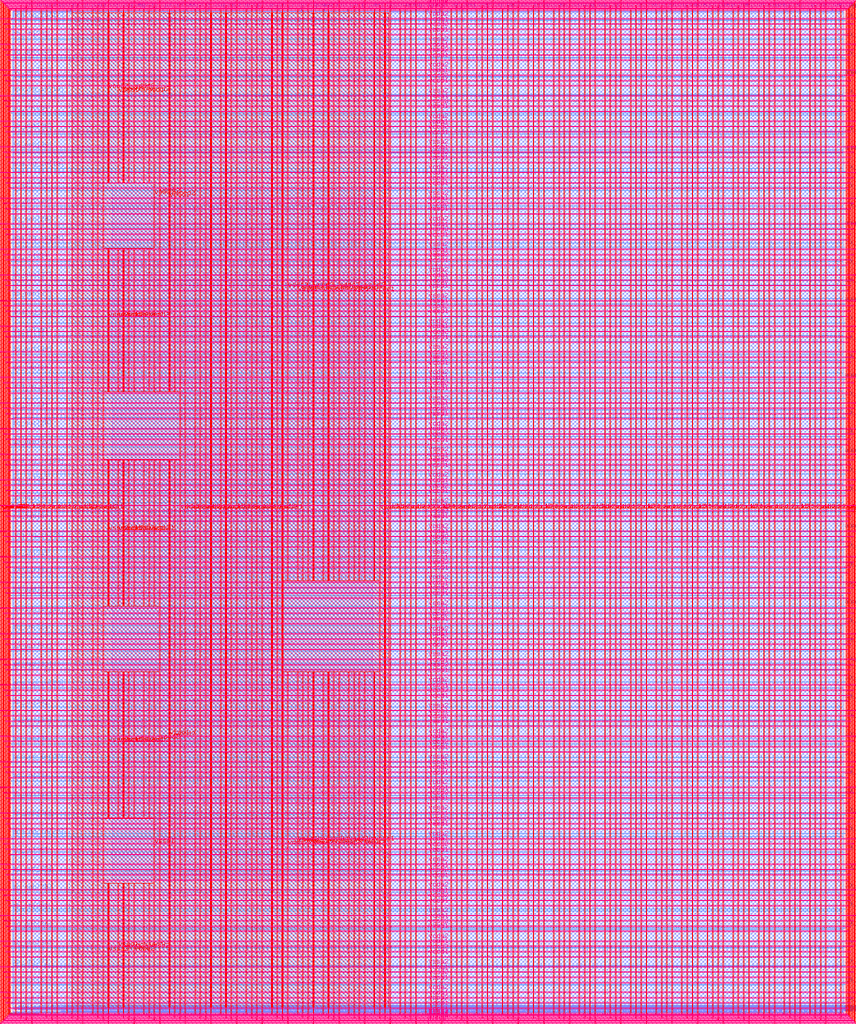
<source format=lef>
VERSION 5.7 ;
  NOWIREEXTENSIONATPIN ON ;
  DIVIDERCHAR "/" ;
  BUSBITCHARS "[]" ;
MACRO user_project_wrapper
  CLASS BLOCK ;
  FOREIGN user_project_wrapper ;
  ORIGIN 0.000 0.000 ;
  SIZE 2920.000 BY 3520.000 ;
  PIN analog_io[0]
    DIRECTION INOUT ;
    USE SIGNAL ;
    PORT
      LAYER met3 ;
        RECT 2917.600 1426.380 2924.800 1427.580 ;
    END
  END analog_io[0]
  PIN analog_io[10]
    DIRECTION INOUT ;
    USE SIGNAL ;
    PORT
      LAYER met2 ;
        RECT 2230.490 3517.600 2231.050 3524.800 ;
    END
  END analog_io[10]
  PIN analog_io[11]
    DIRECTION INOUT ;
    USE SIGNAL ;
    PORT
      LAYER met2 ;
        RECT 1905.730 3517.600 1906.290 3524.800 ;
    END
  END analog_io[11]
  PIN analog_io[12]
    DIRECTION INOUT ;
    USE SIGNAL ;
    PORT
      LAYER met2 ;
        RECT 1581.430 3517.600 1581.990 3524.800 ;
    END
  END analog_io[12]
  PIN analog_io[13]
    DIRECTION INOUT ;
    USE SIGNAL ;
    PORT
      LAYER met2 ;
        RECT 1257.130 3517.600 1257.690 3524.800 ;
    END
  END analog_io[13]
  PIN analog_io[14]
    DIRECTION INOUT ;
    USE SIGNAL ;
    PORT
      LAYER met2 ;
        RECT 932.370 3517.600 932.930 3524.800 ;
    END
  END analog_io[14]
  PIN analog_io[15]
    DIRECTION INOUT ;
    USE SIGNAL ;
    PORT
      LAYER met2 ;
        RECT 608.070 3517.600 608.630 3524.800 ;
    END
  END analog_io[15]
  PIN analog_io[16]
    DIRECTION INOUT ;
    USE SIGNAL ;
    PORT
      LAYER met2 ;
        RECT 283.770 3517.600 284.330 3524.800 ;
    END
  END analog_io[16]
  PIN analog_io[17]
    DIRECTION INOUT ;
    USE SIGNAL ;
    PORT
      LAYER met3 ;
        RECT -4.800 3486.100 2.400 3487.300 ;
    END
  END analog_io[17]
  PIN analog_io[18]
    DIRECTION INOUT ;
    USE SIGNAL ;
    PORT
      LAYER met3 ;
        RECT -4.800 3224.980 2.400 3226.180 ;
    END
  END analog_io[18]
  PIN analog_io[19]
    DIRECTION INOUT ;
    USE SIGNAL ;
    PORT
      LAYER met3 ;
        RECT -4.800 2964.540 2.400 2965.740 ;
    END
  END analog_io[19]
  PIN analog_io[1]
    DIRECTION INOUT ;
    USE SIGNAL ;
    PORT
      LAYER met3 ;
        RECT 2917.600 1692.260 2924.800 1693.460 ;
    END
  END analog_io[1]
  PIN analog_io[20]
    DIRECTION INOUT ;
    USE SIGNAL ;
    PORT
      LAYER met3 ;
        RECT -4.800 2703.420 2.400 2704.620 ;
    END
  END analog_io[20]
  PIN analog_io[21]
    DIRECTION INOUT ;
    USE SIGNAL ;
    PORT
      LAYER met3 ;
        RECT -4.800 2442.980 2.400 2444.180 ;
    END
  END analog_io[21]
  PIN analog_io[22]
    DIRECTION INOUT ;
    USE SIGNAL ;
    PORT
      LAYER met3 ;
        RECT -4.800 2182.540 2.400 2183.740 ;
    END
  END analog_io[22]
  PIN analog_io[23]
    DIRECTION INOUT ;
    USE SIGNAL ;
    PORT
      LAYER met3 ;
        RECT -4.800 1921.420 2.400 1922.620 ;
    END
  END analog_io[23]
  PIN analog_io[24]
    DIRECTION INOUT ;
    USE SIGNAL ;
    PORT
      LAYER met3 ;
        RECT -4.800 1660.980 2.400 1662.180 ;
    END
  END analog_io[24]
  PIN analog_io[25]
    DIRECTION INOUT ;
    USE SIGNAL ;
    PORT
      LAYER met3 ;
        RECT -4.800 1399.860 2.400 1401.060 ;
    END
  END analog_io[25]
  PIN analog_io[26]
    DIRECTION INOUT ;
    USE SIGNAL ;
    PORT
      LAYER met3 ;
        RECT -4.800 1139.420 2.400 1140.620 ;
    END
  END analog_io[26]
  PIN analog_io[27]
    DIRECTION INOUT ;
    USE SIGNAL ;
    PORT
      LAYER met3 ;
        RECT -4.800 878.980 2.400 880.180 ;
    END
  END analog_io[27]
  PIN analog_io[28]
    DIRECTION INOUT ;
    USE SIGNAL ;
    PORT
      LAYER met3 ;
        RECT -4.800 617.860 2.400 619.060 ;
    END
  END analog_io[28]
  PIN analog_io[2]
    DIRECTION INOUT ;
    USE SIGNAL ;
    PORT
      LAYER met3 ;
        RECT 2917.600 1958.140 2924.800 1959.340 ;
    END
  END analog_io[2]
  PIN analog_io[3]
    DIRECTION INOUT ;
    USE SIGNAL ;
    PORT
      LAYER met3 ;
        RECT 2917.600 2223.340 2924.800 2224.540 ;
    END
  END analog_io[3]
  PIN analog_io[4]
    DIRECTION INOUT ;
    USE SIGNAL ;
    PORT
      LAYER met3 ;
        RECT 2917.600 2489.220 2924.800 2490.420 ;
    END
  END analog_io[4]
  PIN analog_io[5]
    DIRECTION INOUT ;
    USE SIGNAL ;
    PORT
      LAYER met3 ;
        RECT 2917.600 2755.100 2924.800 2756.300 ;
    END
  END analog_io[5]
  PIN analog_io[6]
    DIRECTION INOUT ;
    USE SIGNAL ;
    PORT
      LAYER met3 ;
        RECT 2917.600 3020.300 2924.800 3021.500 ;
    END
  END analog_io[6]
  PIN analog_io[7]
    DIRECTION INOUT ;
    USE SIGNAL ;
    PORT
      LAYER met3 ;
        RECT 2917.600 3286.180 2924.800 3287.380 ;
    END
  END analog_io[7]
  PIN analog_io[8]
    DIRECTION INOUT ;
    USE SIGNAL ;
    PORT
      LAYER met2 ;
        RECT 2879.090 3517.600 2879.650 3524.800 ;
    END
  END analog_io[8]
  PIN analog_io[9]
    DIRECTION INOUT ;
    USE SIGNAL ;
    PORT
      LAYER met2 ;
        RECT 2554.790 3517.600 2555.350 3524.800 ;
    END
  END analog_io[9]
  PIN io_in[0]
    DIRECTION INPUT ;
    USE SIGNAL ;
    PORT
      LAYER met3 ;
        RECT 2917.600 32.380 2924.800 33.580 ;
    END
  END io_in[0]
  PIN io_in[10]
    DIRECTION INPUT ;
    USE SIGNAL ;
    PORT
      LAYER met3 ;
        RECT 2917.600 2289.980 2924.800 2291.180 ;
    END
  END io_in[10]
  PIN io_in[11]
    DIRECTION INPUT ;
    USE SIGNAL ;
    PORT
      LAYER met3 ;
        RECT 2917.600 2555.860 2924.800 2557.060 ;
    END
  END io_in[11]
  PIN io_in[12]
    DIRECTION INPUT ;
    USE SIGNAL ;
    PORT
      LAYER met3 ;
        RECT 2917.600 2821.060 2924.800 2822.260 ;
    END
  END io_in[12]
  PIN io_in[13]
    DIRECTION INPUT ;
    USE SIGNAL ;
    PORT
      LAYER met3 ;
        RECT 2917.600 3086.940 2924.800 3088.140 ;
    END
  END io_in[13]
  PIN io_in[14]
    DIRECTION INPUT ;
    USE SIGNAL ;
    PORT
      LAYER met3 ;
        RECT 2917.600 3352.820 2924.800 3354.020 ;
    END
  END io_in[14]
  PIN io_in[15]
    DIRECTION INPUT ;
    USE SIGNAL ;
    PORT
      LAYER met2 ;
        RECT 2798.130 3517.600 2798.690 3524.800 ;
    END
  END io_in[15]
  PIN io_in[16]
    DIRECTION INPUT ;
    USE SIGNAL ;
    PORT
      LAYER met2 ;
        RECT 2473.830 3517.600 2474.390 3524.800 ;
    END
  END io_in[16]
  PIN io_in[17]
    DIRECTION INPUT ;
    USE SIGNAL ;
    PORT
      LAYER met2 ;
        RECT 2149.070 3517.600 2149.630 3524.800 ;
    END
  END io_in[17]
  PIN io_in[18]
    DIRECTION INPUT ;
    USE SIGNAL ;
    PORT
      LAYER met2 ;
        RECT 1824.770 3517.600 1825.330 3524.800 ;
    END
  END io_in[18]
  PIN io_in[19]
    DIRECTION INPUT ;
    USE SIGNAL ;
    PORT
      LAYER met2 ;
        RECT 1500.470 3517.600 1501.030 3524.800 ;
    END
  END io_in[19]
  PIN io_in[1]
    DIRECTION INPUT ;
    USE SIGNAL ;
    PORT
      LAYER met3 ;
        RECT 2917.600 230.940 2924.800 232.140 ;
    END
  END io_in[1]
  PIN io_in[20]
    DIRECTION INPUT ;
    USE SIGNAL ;
    PORT
      LAYER met2 ;
        RECT 1175.710 3517.600 1176.270 3524.800 ;
    END
  END io_in[20]
  PIN io_in[21]
    DIRECTION INPUT ;
    USE SIGNAL ;
    PORT
      LAYER met2 ;
        RECT 851.410 3517.600 851.970 3524.800 ;
    END
  END io_in[21]
  PIN io_in[22]
    DIRECTION INPUT ;
    USE SIGNAL ;
    PORT
      LAYER met2 ;
        RECT 527.110 3517.600 527.670 3524.800 ;
    END
  END io_in[22]
  PIN io_in[23]
    DIRECTION INPUT ;
    USE SIGNAL ;
    PORT
      LAYER met2 ;
        RECT 202.350 3517.600 202.910 3524.800 ;
    END
  END io_in[23]
  PIN io_in[24]
    DIRECTION INPUT ;
    USE SIGNAL ;
    PORT
      LAYER met3 ;
        RECT -4.800 3420.820 2.400 3422.020 ;
    END
  END io_in[24]
  PIN io_in[25]
    DIRECTION INPUT ;
    USE SIGNAL ;
    PORT
      LAYER met3 ;
        RECT -4.800 3159.700 2.400 3160.900 ;
    END
  END io_in[25]
  PIN io_in[26]
    DIRECTION INPUT ;
    USE SIGNAL ;
    PORT
      LAYER met3 ;
        RECT -4.800 2899.260 2.400 2900.460 ;
    END
  END io_in[26]
  PIN io_in[27]
    DIRECTION INPUT ;
    USE SIGNAL ;
    PORT
      LAYER met3 ;
        RECT -4.800 2638.820 2.400 2640.020 ;
    END
  END io_in[27]
  PIN io_in[28]
    DIRECTION INPUT ;
    USE SIGNAL ;
    PORT
      LAYER met3 ;
        RECT -4.800 2377.700 2.400 2378.900 ;
    END
  END io_in[28]
  PIN io_in[29]
    DIRECTION INPUT ;
    USE SIGNAL ;
    PORT
      LAYER met3 ;
        RECT -4.800 2117.260 2.400 2118.460 ;
    END
  END io_in[29]
  PIN io_in[2]
    DIRECTION INPUT ;
    USE SIGNAL ;
    PORT
      LAYER met3 ;
        RECT 2917.600 430.180 2924.800 431.380 ;
    END
  END io_in[2]
  PIN io_in[30]
    DIRECTION INPUT ;
    USE SIGNAL ;
    PORT
      LAYER met3 ;
        RECT -4.800 1856.140 2.400 1857.340 ;
    END
  END io_in[30]
  PIN io_in[31]
    DIRECTION INPUT ;
    USE SIGNAL ;
    PORT
      LAYER met3 ;
        RECT -4.800 1595.700 2.400 1596.900 ;
    END
  END io_in[31]
  PIN io_in[32]
    DIRECTION INPUT ;
    USE SIGNAL ;
    PORT
      LAYER met3 ;
        RECT -4.800 1335.260 2.400 1336.460 ;
    END
  END io_in[32]
  PIN io_in[33]
    DIRECTION INPUT ;
    USE SIGNAL ;
    PORT
      LAYER met3 ;
        RECT -4.800 1074.140 2.400 1075.340 ;
    END
  END io_in[33]
  PIN io_in[34]
    DIRECTION INPUT ;
    USE SIGNAL ;
    PORT
      LAYER met3 ;
        RECT -4.800 813.700 2.400 814.900 ;
    END
  END io_in[34]
  PIN io_in[35]
    DIRECTION INPUT ;
    USE SIGNAL ;
    PORT
      LAYER met3 ;
        RECT -4.800 552.580 2.400 553.780 ;
    END
  END io_in[35]
  PIN io_in[36]
    DIRECTION INPUT ;
    USE SIGNAL ;
    PORT
      LAYER met3 ;
        RECT -4.800 357.420 2.400 358.620 ;
    END
  END io_in[36]
  PIN io_in[37]
    DIRECTION INPUT ;
    USE SIGNAL ;
    PORT
      LAYER met3 ;
        RECT -4.800 161.580 2.400 162.780 ;
    END
  END io_in[37]
  PIN io_in[3]
    DIRECTION INPUT ;
    USE SIGNAL ;
    PORT
      LAYER met3 ;
        RECT 2917.600 629.420 2924.800 630.620 ;
    END
  END io_in[3]
  PIN io_in[4]
    DIRECTION INPUT ;
    USE SIGNAL ;
    PORT
      LAYER met3 ;
        RECT 2917.600 828.660 2924.800 829.860 ;
    END
  END io_in[4]
  PIN io_in[5]
    DIRECTION INPUT ;
    USE SIGNAL ;
    PORT
      LAYER met3 ;
        RECT 2917.600 1027.900 2924.800 1029.100 ;
    END
  END io_in[5]
  PIN io_in[6]
    DIRECTION INPUT ;
    USE SIGNAL ;
    PORT
      LAYER met3 ;
        RECT 2917.600 1227.140 2924.800 1228.340 ;
    END
  END io_in[6]
  PIN io_in[7]
    DIRECTION INPUT ;
    USE SIGNAL ;
    PORT
      LAYER met3 ;
        RECT 2917.600 1493.020 2924.800 1494.220 ;
    END
  END io_in[7]
  PIN io_in[8]
    DIRECTION INPUT ;
    USE SIGNAL ;
    PORT
      LAYER met3 ;
        RECT 2917.600 1758.900 2924.800 1760.100 ;
    END
  END io_in[8]
  PIN io_in[9]
    DIRECTION INPUT ;
    USE SIGNAL ;
    PORT
      LAYER met3 ;
        RECT 2917.600 2024.100 2924.800 2025.300 ;
    END
  END io_in[9]
  PIN io_oeb[0]
    DIRECTION OUTPUT TRISTATE ;
    USE SIGNAL ;
    PORT
      LAYER met3 ;
        RECT 2917.600 164.980 2924.800 166.180 ;
    END
  END io_oeb[0]
  PIN io_oeb[10]
    DIRECTION OUTPUT TRISTATE ;
    USE SIGNAL ;
    PORT
      LAYER met3 ;
        RECT 2917.600 2422.580 2924.800 2423.780 ;
    END
  END io_oeb[10]
  PIN io_oeb[11]
    DIRECTION OUTPUT TRISTATE ;
    USE SIGNAL ;
    PORT
      LAYER met3 ;
        RECT 2917.600 2688.460 2924.800 2689.660 ;
    END
  END io_oeb[11]
  PIN io_oeb[12]
    DIRECTION OUTPUT TRISTATE ;
    USE SIGNAL ;
    PORT
      LAYER met3 ;
        RECT 2917.600 2954.340 2924.800 2955.540 ;
    END
  END io_oeb[12]
  PIN io_oeb[13]
    DIRECTION OUTPUT TRISTATE ;
    USE SIGNAL ;
    PORT
      LAYER met3 ;
        RECT 2917.600 3219.540 2924.800 3220.740 ;
    END
  END io_oeb[13]
  PIN io_oeb[14]
    DIRECTION OUTPUT TRISTATE ;
    USE SIGNAL ;
    PORT
      LAYER met3 ;
        RECT 2917.600 3485.420 2924.800 3486.620 ;
    END
  END io_oeb[14]
  PIN io_oeb[15]
    DIRECTION OUTPUT TRISTATE ;
    USE SIGNAL ;
    PORT
      LAYER met2 ;
        RECT 2635.750 3517.600 2636.310 3524.800 ;
    END
  END io_oeb[15]
  PIN io_oeb[16]
    DIRECTION OUTPUT TRISTATE ;
    USE SIGNAL ;
    PORT
      LAYER met2 ;
        RECT 2311.450 3517.600 2312.010 3524.800 ;
    END
  END io_oeb[16]
  PIN io_oeb[17]
    DIRECTION OUTPUT TRISTATE ;
    USE SIGNAL ;
    PORT
      LAYER met2 ;
        RECT 1987.150 3517.600 1987.710 3524.800 ;
    END
  END io_oeb[17]
  PIN io_oeb[18]
    DIRECTION OUTPUT TRISTATE ;
    USE SIGNAL ;
    PORT
      LAYER met2 ;
        RECT 1662.390 3517.600 1662.950 3524.800 ;
    END
  END io_oeb[18]
  PIN io_oeb[19]
    DIRECTION OUTPUT TRISTATE ;
    USE SIGNAL ;
    PORT
      LAYER met2 ;
        RECT 1338.090 3517.600 1338.650 3524.800 ;
    END
  END io_oeb[19]
  PIN io_oeb[1]
    DIRECTION OUTPUT TRISTATE ;
    USE SIGNAL ;
    PORT
      LAYER met3 ;
        RECT 2917.600 364.220 2924.800 365.420 ;
    END
  END io_oeb[1]
  PIN io_oeb[20]
    DIRECTION OUTPUT TRISTATE ;
    USE SIGNAL ;
    PORT
      LAYER met2 ;
        RECT 1013.790 3517.600 1014.350 3524.800 ;
    END
  END io_oeb[20]
  PIN io_oeb[21]
    DIRECTION OUTPUT TRISTATE ;
    USE SIGNAL ;
    PORT
      LAYER met2 ;
        RECT 689.030 3517.600 689.590 3524.800 ;
    END
  END io_oeb[21]
  PIN io_oeb[22]
    DIRECTION OUTPUT TRISTATE ;
    USE SIGNAL ;
    PORT
      LAYER met2 ;
        RECT 364.730 3517.600 365.290 3524.800 ;
    END
  END io_oeb[22]
  PIN io_oeb[23]
    DIRECTION OUTPUT TRISTATE ;
    USE SIGNAL ;
    PORT
      LAYER met2 ;
        RECT 40.430 3517.600 40.990 3524.800 ;
    END
  END io_oeb[23]
  PIN io_oeb[24]
    DIRECTION OUTPUT TRISTATE ;
    USE SIGNAL ;
    PORT
      LAYER met3 ;
        RECT -4.800 3290.260 2.400 3291.460 ;
    END
  END io_oeb[24]
  PIN io_oeb[25]
    DIRECTION OUTPUT TRISTATE ;
    USE SIGNAL ;
    PORT
      LAYER met3 ;
        RECT -4.800 3029.820 2.400 3031.020 ;
    END
  END io_oeb[25]
  PIN io_oeb[26]
    DIRECTION OUTPUT TRISTATE ;
    USE SIGNAL ;
    PORT
      LAYER met3 ;
        RECT -4.800 2768.700 2.400 2769.900 ;
    END
  END io_oeb[26]
  PIN io_oeb[27]
    DIRECTION OUTPUT TRISTATE ;
    USE SIGNAL ;
    PORT
      LAYER met3 ;
        RECT -4.800 2508.260 2.400 2509.460 ;
    END
  END io_oeb[27]
  PIN io_oeb[28]
    DIRECTION OUTPUT TRISTATE ;
    USE SIGNAL ;
    PORT
      LAYER met3 ;
        RECT -4.800 2247.140 2.400 2248.340 ;
    END
  END io_oeb[28]
  PIN io_oeb[29]
    DIRECTION OUTPUT TRISTATE ;
    USE SIGNAL ;
    PORT
      LAYER met3 ;
        RECT -4.800 1986.700 2.400 1987.900 ;
    END
  END io_oeb[29]
  PIN io_oeb[2]
    DIRECTION OUTPUT TRISTATE ;
    USE SIGNAL ;
    PORT
      LAYER met3 ;
        RECT 2917.600 563.460 2924.800 564.660 ;
    END
  END io_oeb[2]
  PIN io_oeb[30]
    DIRECTION OUTPUT TRISTATE ;
    USE SIGNAL ;
    PORT
      LAYER met3 ;
        RECT -4.800 1726.260 2.400 1727.460 ;
    END
  END io_oeb[30]
  PIN io_oeb[31]
    DIRECTION OUTPUT TRISTATE ;
    USE SIGNAL ;
    PORT
      LAYER met3 ;
        RECT -4.800 1465.140 2.400 1466.340 ;
    END
  END io_oeb[31]
  PIN io_oeb[32]
    DIRECTION OUTPUT TRISTATE ;
    USE SIGNAL ;
    PORT
      LAYER met3 ;
        RECT -4.800 1204.700 2.400 1205.900 ;
    END
  END io_oeb[32]
  PIN io_oeb[33]
    DIRECTION OUTPUT TRISTATE ;
    USE SIGNAL ;
    PORT
      LAYER met3 ;
        RECT -4.800 943.580 2.400 944.780 ;
    END
  END io_oeb[33]
  PIN io_oeb[34]
    DIRECTION OUTPUT TRISTATE ;
    USE SIGNAL ;
    PORT
      LAYER met3 ;
        RECT -4.800 683.140 2.400 684.340 ;
    END
  END io_oeb[34]
  PIN io_oeb[35]
    DIRECTION OUTPUT TRISTATE ;
    USE SIGNAL ;
    PORT
      LAYER met3 ;
        RECT -4.800 422.700 2.400 423.900 ;
    END
  END io_oeb[35]
  PIN io_oeb[36]
    DIRECTION OUTPUT TRISTATE ;
    USE SIGNAL ;
    PORT
      LAYER met3 ;
        RECT -4.800 226.860 2.400 228.060 ;
    END
  END io_oeb[36]
  PIN io_oeb[37]
    DIRECTION OUTPUT TRISTATE ;
    USE SIGNAL ;
    PORT
      LAYER met3 ;
        RECT -4.800 31.700 2.400 32.900 ;
    END
  END io_oeb[37]
  PIN io_oeb[3]
    DIRECTION OUTPUT TRISTATE ;
    USE SIGNAL ;
    PORT
      LAYER met3 ;
        RECT 2917.600 762.700 2924.800 763.900 ;
    END
  END io_oeb[3]
  PIN io_oeb[4]
    DIRECTION OUTPUT TRISTATE ;
    USE SIGNAL ;
    PORT
      LAYER met3 ;
        RECT 2917.600 961.940 2924.800 963.140 ;
    END
  END io_oeb[4]
  PIN io_oeb[5]
    DIRECTION OUTPUT TRISTATE ;
    USE SIGNAL ;
    PORT
      LAYER met3 ;
        RECT 2917.600 1161.180 2924.800 1162.380 ;
    END
  END io_oeb[5]
  PIN io_oeb[6]
    DIRECTION OUTPUT TRISTATE ;
    USE SIGNAL ;
    PORT
      LAYER met3 ;
        RECT 2917.600 1360.420 2924.800 1361.620 ;
    END
  END io_oeb[6]
  PIN io_oeb[7]
    DIRECTION OUTPUT TRISTATE ;
    USE SIGNAL ;
    PORT
      LAYER met3 ;
        RECT 2917.600 1625.620 2924.800 1626.820 ;
    END
  END io_oeb[7]
  PIN io_oeb[8]
    DIRECTION OUTPUT TRISTATE ;
    USE SIGNAL ;
    PORT
      LAYER met3 ;
        RECT 2917.600 1891.500 2924.800 1892.700 ;
    END
  END io_oeb[8]
  PIN io_oeb[9]
    DIRECTION OUTPUT TRISTATE ;
    USE SIGNAL ;
    PORT
      LAYER met3 ;
        RECT 2917.600 2157.380 2924.800 2158.580 ;
    END
  END io_oeb[9]
  PIN io_out[0]
    DIRECTION OUTPUT TRISTATE ;
    USE SIGNAL ;
    PORT
      LAYER met3 ;
        RECT 2917.600 98.340 2924.800 99.540 ;
    END
  END io_out[0]
  PIN io_out[10]
    DIRECTION OUTPUT TRISTATE ;
    USE SIGNAL ;
    PORT
      LAYER met3 ;
        RECT 2917.600 2356.620 2924.800 2357.820 ;
    END
  END io_out[10]
  PIN io_out[11]
    DIRECTION OUTPUT TRISTATE ;
    USE SIGNAL ;
    PORT
      LAYER met3 ;
        RECT 2917.600 2621.820 2924.800 2623.020 ;
    END
  END io_out[11]
  PIN io_out[12]
    DIRECTION OUTPUT TRISTATE ;
    USE SIGNAL ;
    PORT
      LAYER met3 ;
        RECT 2917.600 2887.700 2924.800 2888.900 ;
    END
  END io_out[12]
  PIN io_out[13]
    DIRECTION OUTPUT TRISTATE ;
    USE SIGNAL ;
    PORT
      LAYER met3 ;
        RECT 2917.600 3153.580 2924.800 3154.780 ;
    END
  END io_out[13]
  PIN io_out[14]
    DIRECTION OUTPUT TRISTATE ;
    USE SIGNAL ;
    PORT
      LAYER met3 ;
        RECT 2917.600 3418.780 2924.800 3419.980 ;
    END
  END io_out[14]
  PIN io_out[15]
    DIRECTION OUTPUT TRISTATE ;
    USE SIGNAL ;
    PORT
      LAYER met2 ;
        RECT 2717.170 3517.600 2717.730 3524.800 ;
    END
  END io_out[15]
  PIN io_out[16]
    DIRECTION OUTPUT TRISTATE ;
    USE SIGNAL ;
    PORT
      LAYER met2 ;
        RECT 2392.410 3517.600 2392.970 3524.800 ;
    END
  END io_out[16]
  PIN io_out[17]
    DIRECTION OUTPUT TRISTATE ;
    USE SIGNAL ;
    PORT
      LAYER met2 ;
        RECT 2068.110 3517.600 2068.670 3524.800 ;
    END
  END io_out[17]
  PIN io_out[18]
    DIRECTION OUTPUT TRISTATE ;
    USE SIGNAL ;
    PORT
      LAYER met2 ;
        RECT 1743.810 3517.600 1744.370 3524.800 ;
    END
  END io_out[18]
  PIN io_out[19]
    DIRECTION OUTPUT TRISTATE ;
    USE SIGNAL ;
    PORT
      LAYER met2 ;
        RECT 1419.050 3517.600 1419.610 3524.800 ;
    END
  END io_out[19]
  PIN io_out[1]
    DIRECTION OUTPUT TRISTATE ;
    USE SIGNAL ;
    PORT
      LAYER met3 ;
        RECT 2917.600 297.580 2924.800 298.780 ;
    END
  END io_out[1]
  PIN io_out[20]
    DIRECTION OUTPUT TRISTATE ;
    USE SIGNAL ;
    PORT
      LAYER met2 ;
        RECT 1094.750 3517.600 1095.310 3524.800 ;
    END
  END io_out[20]
  PIN io_out[21]
    DIRECTION OUTPUT TRISTATE ;
    USE SIGNAL ;
    PORT
      LAYER met2 ;
        RECT 770.450 3517.600 771.010 3524.800 ;
    END
  END io_out[21]
  PIN io_out[22]
    DIRECTION OUTPUT TRISTATE ;
    USE SIGNAL ;
    PORT
      LAYER met2 ;
        RECT 445.690 3517.600 446.250 3524.800 ;
    END
  END io_out[22]
  PIN io_out[23]
    DIRECTION OUTPUT TRISTATE ;
    USE SIGNAL ;
    PORT
      LAYER met2 ;
        RECT 121.390 3517.600 121.950 3524.800 ;
    END
  END io_out[23]
  PIN io_out[24]
    DIRECTION OUTPUT TRISTATE ;
    USE SIGNAL ;
    PORT
      LAYER met3 ;
        RECT -4.800 3355.540 2.400 3356.740 ;
    END
  END io_out[24]
  PIN io_out[25]
    DIRECTION OUTPUT TRISTATE ;
    USE SIGNAL ;
    PORT
      LAYER met3 ;
        RECT -4.800 3095.100 2.400 3096.300 ;
    END
  END io_out[25]
  PIN io_out[26]
    DIRECTION OUTPUT TRISTATE ;
    USE SIGNAL ;
    PORT
      LAYER met3 ;
        RECT -4.800 2833.980 2.400 2835.180 ;
    END
  END io_out[26]
  PIN io_out[27]
    DIRECTION OUTPUT TRISTATE ;
    USE SIGNAL ;
    PORT
      LAYER met3 ;
        RECT -4.800 2573.540 2.400 2574.740 ;
    END
  END io_out[27]
  PIN io_out[28]
    DIRECTION OUTPUT TRISTATE ;
    USE SIGNAL ;
    PORT
      LAYER met3 ;
        RECT -4.800 2312.420 2.400 2313.620 ;
    END
  END io_out[28]
  PIN io_out[29]
    DIRECTION OUTPUT TRISTATE ;
    USE SIGNAL ;
    PORT
      LAYER met3 ;
        RECT -4.800 2051.980 2.400 2053.180 ;
    END
  END io_out[29]
  PIN io_out[2]
    DIRECTION OUTPUT TRISTATE ;
    USE SIGNAL ;
    PORT
      LAYER met3 ;
        RECT 2917.600 496.820 2924.800 498.020 ;
    END
  END io_out[2]
  PIN io_out[30]
    DIRECTION OUTPUT TRISTATE ;
    USE SIGNAL ;
    PORT
      LAYER met3 ;
        RECT -4.800 1791.540 2.400 1792.740 ;
    END
  END io_out[30]
  PIN io_out[31]
    DIRECTION OUTPUT TRISTATE ;
    USE SIGNAL ;
    PORT
      LAYER met3 ;
        RECT -4.800 1530.420 2.400 1531.620 ;
    END
  END io_out[31]
  PIN io_out[32]
    DIRECTION OUTPUT TRISTATE ;
    USE SIGNAL ;
    PORT
      LAYER met3 ;
        RECT -4.800 1269.980 2.400 1271.180 ;
    END
  END io_out[32]
  PIN io_out[33]
    DIRECTION OUTPUT TRISTATE ;
    USE SIGNAL ;
    PORT
      LAYER met3 ;
        RECT -4.800 1008.860 2.400 1010.060 ;
    END
  END io_out[33]
  PIN io_out[34]
    DIRECTION OUTPUT TRISTATE ;
    USE SIGNAL ;
    PORT
      LAYER met3 ;
        RECT -4.800 748.420 2.400 749.620 ;
    END
  END io_out[34]
  PIN io_out[35]
    DIRECTION OUTPUT TRISTATE ;
    USE SIGNAL ;
    PORT
      LAYER met3 ;
        RECT -4.800 487.300 2.400 488.500 ;
    END
  END io_out[35]
  PIN io_out[36]
    DIRECTION OUTPUT TRISTATE ;
    USE SIGNAL ;
    PORT
      LAYER met3 ;
        RECT -4.800 292.140 2.400 293.340 ;
    END
  END io_out[36]
  PIN io_out[37]
    DIRECTION OUTPUT TRISTATE ;
    USE SIGNAL ;
    PORT
      LAYER met3 ;
        RECT -4.800 96.300 2.400 97.500 ;
    END
  END io_out[37]
  PIN io_out[3]
    DIRECTION OUTPUT TRISTATE ;
    USE SIGNAL ;
    PORT
      LAYER met3 ;
        RECT 2917.600 696.060 2924.800 697.260 ;
    END
  END io_out[3]
  PIN io_out[4]
    DIRECTION OUTPUT TRISTATE ;
    USE SIGNAL ;
    PORT
      LAYER met3 ;
        RECT 2917.600 895.300 2924.800 896.500 ;
    END
  END io_out[4]
  PIN io_out[5]
    DIRECTION OUTPUT TRISTATE ;
    USE SIGNAL ;
    PORT
      LAYER met3 ;
        RECT 2917.600 1094.540 2924.800 1095.740 ;
    END
  END io_out[5]
  PIN io_out[6]
    DIRECTION OUTPUT TRISTATE ;
    USE SIGNAL ;
    PORT
      LAYER met3 ;
        RECT 2917.600 1293.780 2924.800 1294.980 ;
    END
  END io_out[6]
  PIN io_out[7]
    DIRECTION OUTPUT TRISTATE ;
    USE SIGNAL ;
    PORT
      LAYER met3 ;
        RECT 2917.600 1559.660 2924.800 1560.860 ;
    END
  END io_out[7]
  PIN io_out[8]
    DIRECTION OUTPUT TRISTATE ;
    USE SIGNAL ;
    PORT
      LAYER met3 ;
        RECT 2917.600 1824.860 2924.800 1826.060 ;
    END
  END io_out[8]
  PIN io_out[9]
    DIRECTION OUTPUT TRISTATE ;
    USE SIGNAL ;
    PORT
      LAYER met3 ;
        RECT 2917.600 2090.740 2924.800 2091.940 ;
    END
  END io_out[9]
  PIN la_data_in[0]
    DIRECTION INPUT ;
    USE SIGNAL ;
    PORT
      LAYER met2 ;
        RECT 629.230 -4.800 629.790 2.400 ;
    END
  END la_data_in[0]
  PIN la_data_in[100]
    DIRECTION INPUT ;
    USE SIGNAL ;
    PORT
      LAYER met2 ;
        RECT 2402.530 -4.800 2403.090 2.400 ;
    END
  END la_data_in[100]
  PIN la_data_in[101]
    DIRECTION INPUT ;
    USE SIGNAL ;
    PORT
      LAYER met2 ;
        RECT 2420.010 -4.800 2420.570 2.400 ;
    END
  END la_data_in[101]
  PIN la_data_in[102]
    DIRECTION INPUT ;
    USE SIGNAL ;
    PORT
      LAYER met2 ;
        RECT 2437.950 -4.800 2438.510 2.400 ;
    END
  END la_data_in[102]
  PIN la_data_in[103]
    DIRECTION INPUT ;
    USE SIGNAL ;
    PORT
      LAYER met2 ;
        RECT 2455.430 -4.800 2455.990 2.400 ;
    END
  END la_data_in[103]
  PIN la_data_in[104]
    DIRECTION INPUT ;
    USE SIGNAL ;
    PORT
      LAYER met2 ;
        RECT 2473.370 -4.800 2473.930 2.400 ;
    END
  END la_data_in[104]
  PIN la_data_in[105]
    DIRECTION INPUT ;
    USE SIGNAL ;
    PORT
      LAYER met2 ;
        RECT 2490.850 -4.800 2491.410 2.400 ;
    END
  END la_data_in[105]
  PIN la_data_in[106]
    DIRECTION INPUT ;
    USE SIGNAL ;
    PORT
      LAYER met2 ;
        RECT 2508.790 -4.800 2509.350 2.400 ;
    END
  END la_data_in[106]
  PIN la_data_in[107]
    DIRECTION INPUT ;
    USE SIGNAL ;
    PORT
      LAYER met2 ;
        RECT 2526.730 -4.800 2527.290 2.400 ;
    END
  END la_data_in[107]
  PIN la_data_in[108]
    DIRECTION INPUT ;
    USE SIGNAL ;
    PORT
      LAYER met2 ;
        RECT 2544.210 -4.800 2544.770 2.400 ;
    END
  END la_data_in[108]
  PIN la_data_in[109]
    DIRECTION INPUT ;
    USE SIGNAL ;
    PORT
      LAYER met2 ;
        RECT 2562.150 -4.800 2562.710 2.400 ;
    END
  END la_data_in[109]
  PIN la_data_in[10]
    DIRECTION INPUT ;
    USE SIGNAL ;
    PORT
      LAYER met2 ;
        RECT 806.330 -4.800 806.890 2.400 ;
    END
  END la_data_in[10]
  PIN la_data_in[110]
    DIRECTION INPUT ;
    USE SIGNAL ;
    PORT
      LAYER met2 ;
        RECT 2579.630 -4.800 2580.190 2.400 ;
    END
  END la_data_in[110]
  PIN la_data_in[111]
    DIRECTION INPUT ;
    USE SIGNAL ;
    PORT
      LAYER met2 ;
        RECT 2597.570 -4.800 2598.130 2.400 ;
    END
  END la_data_in[111]
  PIN la_data_in[112]
    DIRECTION INPUT ;
    USE SIGNAL ;
    PORT
      LAYER met2 ;
        RECT 2615.050 -4.800 2615.610 2.400 ;
    END
  END la_data_in[112]
  PIN la_data_in[113]
    DIRECTION INPUT ;
    USE SIGNAL ;
    PORT
      LAYER met2 ;
        RECT 2632.990 -4.800 2633.550 2.400 ;
    END
  END la_data_in[113]
  PIN la_data_in[114]
    DIRECTION INPUT ;
    USE SIGNAL ;
    PORT
      LAYER met2 ;
        RECT 2650.470 -4.800 2651.030 2.400 ;
    END
  END la_data_in[114]
  PIN la_data_in[115]
    DIRECTION INPUT ;
    USE SIGNAL ;
    PORT
      LAYER met2 ;
        RECT 2668.410 -4.800 2668.970 2.400 ;
    END
  END la_data_in[115]
  PIN la_data_in[116]
    DIRECTION INPUT ;
    USE SIGNAL ;
    PORT
      LAYER met2 ;
        RECT 2685.890 -4.800 2686.450 2.400 ;
    END
  END la_data_in[116]
  PIN la_data_in[117]
    DIRECTION INPUT ;
    USE SIGNAL ;
    PORT
      LAYER met2 ;
        RECT 2703.830 -4.800 2704.390 2.400 ;
    END
  END la_data_in[117]
  PIN la_data_in[118]
    DIRECTION INPUT ;
    USE SIGNAL ;
    PORT
      LAYER met2 ;
        RECT 2721.770 -4.800 2722.330 2.400 ;
    END
  END la_data_in[118]
  PIN la_data_in[119]
    DIRECTION INPUT ;
    USE SIGNAL ;
    PORT
      LAYER met2 ;
        RECT 2739.250 -4.800 2739.810 2.400 ;
    END
  END la_data_in[119]
  PIN la_data_in[11]
    DIRECTION INPUT ;
    USE SIGNAL ;
    PORT
      LAYER met2 ;
        RECT 824.270 -4.800 824.830 2.400 ;
    END
  END la_data_in[11]
  PIN la_data_in[120]
    DIRECTION INPUT ;
    USE SIGNAL ;
    PORT
      LAYER met2 ;
        RECT 2757.190 -4.800 2757.750 2.400 ;
    END
  END la_data_in[120]
  PIN la_data_in[121]
    DIRECTION INPUT ;
    USE SIGNAL ;
    PORT
      LAYER met2 ;
        RECT 2774.670 -4.800 2775.230 2.400 ;
    END
  END la_data_in[121]
  PIN la_data_in[122]
    DIRECTION INPUT ;
    USE SIGNAL ;
    PORT
      LAYER met2 ;
        RECT 2792.610 -4.800 2793.170 2.400 ;
    END
  END la_data_in[122]
  PIN la_data_in[123]
    DIRECTION INPUT ;
    USE SIGNAL ;
    PORT
      LAYER met2 ;
        RECT 2810.090 -4.800 2810.650 2.400 ;
    END
  END la_data_in[123]
  PIN la_data_in[124]
    DIRECTION INPUT ;
    USE SIGNAL ;
    PORT
      LAYER met2 ;
        RECT 2828.030 -4.800 2828.590 2.400 ;
    END
  END la_data_in[124]
  PIN la_data_in[125]
    DIRECTION INPUT ;
    USE SIGNAL ;
    PORT
      LAYER met2 ;
        RECT 2845.510 -4.800 2846.070 2.400 ;
    END
  END la_data_in[125]
  PIN la_data_in[126]
    DIRECTION INPUT ;
    USE SIGNAL ;
    PORT
      LAYER met2 ;
        RECT 2863.450 -4.800 2864.010 2.400 ;
    END
  END la_data_in[126]
  PIN la_data_in[127]
    DIRECTION INPUT ;
    USE SIGNAL ;
    PORT
      LAYER met2 ;
        RECT 2881.390 -4.800 2881.950 2.400 ;
    END
  END la_data_in[127]
  PIN la_data_in[12]
    DIRECTION INPUT ;
    USE SIGNAL ;
    PORT
      LAYER met2 ;
        RECT 841.750 -4.800 842.310 2.400 ;
    END
  END la_data_in[12]
  PIN la_data_in[13]
    DIRECTION INPUT ;
    USE SIGNAL ;
    PORT
      LAYER met2 ;
        RECT 859.690 -4.800 860.250 2.400 ;
    END
  END la_data_in[13]
  PIN la_data_in[14]
    DIRECTION INPUT ;
    USE SIGNAL ;
    PORT
      LAYER met2 ;
        RECT 877.170 -4.800 877.730 2.400 ;
    END
  END la_data_in[14]
  PIN la_data_in[15]
    DIRECTION INPUT ;
    USE SIGNAL ;
    PORT
      LAYER met2 ;
        RECT 895.110 -4.800 895.670 2.400 ;
    END
  END la_data_in[15]
  PIN la_data_in[16]
    DIRECTION INPUT ;
    USE SIGNAL ;
    PORT
      LAYER met2 ;
        RECT 912.590 -4.800 913.150 2.400 ;
    END
  END la_data_in[16]
  PIN la_data_in[17]
    DIRECTION INPUT ;
    USE SIGNAL ;
    PORT
      LAYER met2 ;
        RECT 930.530 -4.800 931.090 2.400 ;
    END
  END la_data_in[17]
  PIN la_data_in[18]
    DIRECTION INPUT ;
    USE SIGNAL ;
    PORT
      LAYER met2 ;
        RECT 948.470 -4.800 949.030 2.400 ;
    END
  END la_data_in[18]
  PIN la_data_in[19]
    DIRECTION INPUT ;
    USE SIGNAL ;
    PORT
      LAYER met2 ;
        RECT 965.950 -4.800 966.510 2.400 ;
    END
  END la_data_in[19]
  PIN la_data_in[1]
    DIRECTION INPUT ;
    USE SIGNAL ;
    PORT
      LAYER met2 ;
        RECT 646.710 -4.800 647.270 2.400 ;
    END
  END la_data_in[1]
  PIN la_data_in[20]
    DIRECTION INPUT ;
    USE SIGNAL ;
    PORT
      LAYER met2 ;
        RECT 983.890 -4.800 984.450 2.400 ;
    END
  END la_data_in[20]
  PIN la_data_in[21]
    DIRECTION INPUT ;
    USE SIGNAL ;
    PORT
      LAYER met2 ;
        RECT 1001.370 -4.800 1001.930 2.400 ;
    END
  END la_data_in[21]
  PIN la_data_in[22]
    DIRECTION INPUT ;
    USE SIGNAL ;
    PORT
      LAYER met2 ;
        RECT 1019.310 -4.800 1019.870 2.400 ;
    END
  END la_data_in[22]
  PIN la_data_in[23]
    DIRECTION INPUT ;
    USE SIGNAL ;
    PORT
      LAYER met2 ;
        RECT 1036.790 -4.800 1037.350 2.400 ;
    END
  END la_data_in[23]
  PIN la_data_in[24]
    DIRECTION INPUT ;
    USE SIGNAL ;
    PORT
      LAYER met2 ;
        RECT 1054.730 -4.800 1055.290 2.400 ;
    END
  END la_data_in[24]
  PIN la_data_in[25]
    DIRECTION INPUT ;
    USE SIGNAL ;
    PORT
      LAYER met2 ;
        RECT 1072.210 -4.800 1072.770 2.400 ;
    END
  END la_data_in[25]
  PIN la_data_in[26]
    DIRECTION INPUT ;
    USE SIGNAL ;
    PORT
      LAYER met2 ;
        RECT 1090.150 -4.800 1090.710 2.400 ;
    END
  END la_data_in[26]
  PIN la_data_in[27]
    DIRECTION INPUT ;
    USE SIGNAL ;
    PORT
      LAYER met2 ;
        RECT 1107.630 -4.800 1108.190 2.400 ;
    END
  END la_data_in[27]
  PIN la_data_in[28]
    DIRECTION INPUT ;
    USE SIGNAL ;
    PORT
      LAYER met2 ;
        RECT 1125.570 -4.800 1126.130 2.400 ;
    END
  END la_data_in[28]
  PIN la_data_in[29]
    DIRECTION INPUT ;
    USE SIGNAL ;
    PORT
      LAYER met2 ;
        RECT 1143.510 -4.800 1144.070 2.400 ;
    END
  END la_data_in[29]
  PIN la_data_in[2]
    DIRECTION INPUT ;
    USE SIGNAL ;
    PORT
      LAYER met2 ;
        RECT 664.650 -4.800 665.210 2.400 ;
    END
  END la_data_in[2]
  PIN la_data_in[30]
    DIRECTION INPUT ;
    USE SIGNAL ;
    PORT
      LAYER met2 ;
        RECT 1160.990 -4.800 1161.550 2.400 ;
    END
  END la_data_in[30]
  PIN la_data_in[31]
    DIRECTION INPUT ;
    USE SIGNAL ;
    PORT
      LAYER met2 ;
        RECT 1178.930 -4.800 1179.490 2.400 ;
    END
  END la_data_in[31]
  PIN la_data_in[32]
    DIRECTION INPUT ;
    USE SIGNAL ;
    PORT
      LAYER met2 ;
        RECT 1196.410 -4.800 1196.970 2.400 ;
    END
  END la_data_in[32]
  PIN la_data_in[33]
    DIRECTION INPUT ;
    USE SIGNAL ;
    PORT
      LAYER met2 ;
        RECT 1214.350 -4.800 1214.910 2.400 ;
    END
  END la_data_in[33]
  PIN la_data_in[34]
    DIRECTION INPUT ;
    USE SIGNAL ;
    PORT
      LAYER met2 ;
        RECT 1231.830 -4.800 1232.390 2.400 ;
    END
  END la_data_in[34]
  PIN la_data_in[35]
    DIRECTION INPUT ;
    USE SIGNAL ;
    PORT
      LAYER met2 ;
        RECT 1249.770 -4.800 1250.330 2.400 ;
    END
  END la_data_in[35]
  PIN la_data_in[36]
    DIRECTION INPUT ;
    USE SIGNAL ;
    PORT
      LAYER met2 ;
        RECT 1267.250 -4.800 1267.810 2.400 ;
    END
  END la_data_in[36]
  PIN la_data_in[37]
    DIRECTION INPUT ;
    USE SIGNAL ;
    PORT
      LAYER met2 ;
        RECT 1285.190 -4.800 1285.750 2.400 ;
    END
  END la_data_in[37]
  PIN la_data_in[38]
    DIRECTION INPUT ;
    USE SIGNAL ;
    PORT
      LAYER met2 ;
        RECT 1303.130 -4.800 1303.690 2.400 ;
    END
  END la_data_in[38]
  PIN la_data_in[39]
    DIRECTION INPUT ;
    USE SIGNAL ;
    PORT
      LAYER met2 ;
        RECT 1320.610 -4.800 1321.170 2.400 ;
    END
  END la_data_in[39]
  PIN la_data_in[3]
    DIRECTION INPUT ;
    USE SIGNAL ;
    PORT
      LAYER met2 ;
        RECT 682.130 -4.800 682.690 2.400 ;
    END
  END la_data_in[3]
  PIN la_data_in[40]
    DIRECTION INPUT ;
    USE SIGNAL ;
    PORT
      LAYER met2 ;
        RECT 1338.550 -4.800 1339.110 2.400 ;
    END
  END la_data_in[40]
  PIN la_data_in[41]
    DIRECTION INPUT ;
    USE SIGNAL ;
    PORT
      LAYER met2 ;
        RECT 1356.030 -4.800 1356.590 2.400 ;
    END
  END la_data_in[41]
  PIN la_data_in[42]
    DIRECTION INPUT ;
    USE SIGNAL ;
    PORT
      LAYER met2 ;
        RECT 1373.970 -4.800 1374.530 2.400 ;
    END
  END la_data_in[42]
  PIN la_data_in[43]
    DIRECTION INPUT ;
    USE SIGNAL ;
    PORT
      LAYER met2 ;
        RECT 1391.450 -4.800 1392.010 2.400 ;
    END
  END la_data_in[43]
  PIN la_data_in[44]
    DIRECTION INPUT ;
    USE SIGNAL ;
    PORT
      LAYER met2 ;
        RECT 1409.390 -4.800 1409.950 2.400 ;
    END
  END la_data_in[44]
  PIN la_data_in[45]
    DIRECTION INPUT ;
    USE SIGNAL ;
    PORT
      LAYER met2 ;
        RECT 1426.870 -4.800 1427.430 2.400 ;
    END
  END la_data_in[45]
  PIN la_data_in[46]
    DIRECTION INPUT ;
    USE SIGNAL ;
    PORT
      LAYER met2 ;
        RECT 1444.810 -4.800 1445.370 2.400 ;
    END
  END la_data_in[46]
  PIN la_data_in[47]
    DIRECTION INPUT ;
    USE SIGNAL ;
    PORT
      LAYER met2 ;
        RECT 1462.750 -4.800 1463.310 2.400 ;
    END
  END la_data_in[47]
  PIN la_data_in[48]
    DIRECTION INPUT ;
    USE SIGNAL ;
    PORT
      LAYER met2 ;
        RECT 1480.230 -4.800 1480.790 2.400 ;
    END
  END la_data_in[48]
  PIN la_data_in[49]
    DIRECTION INPUT ;
    USE SIGNAL ;
    PORT
      LAYER met2 ;
        RECT 1498.170 -4.800 1498.730 2.400 ;
    END
  END la_data_in[49]
  PIN la_data_in[4]
    DIRECTION INPUT ;
    USE SIGNAL ;
    PORT
      LAYER met2 ;
        RECT 700.070 -4.800 700.630 2.400 ;
    END
  END la_data_in[4]
  PIN la_data_in[50]
    DIRECTION INPUT ;
    USE SIGNAL ;
    PORT
      LAYER met2 ;
        RECT 1515.650 -4.800 1516.210 2.400 ;
    END
  END la_data_in[50]
  PIN la_data_in[51]
    DIRECTION INPUT ;
    USE SIGNAL ;
    PORT
      LAYER met2 ;
        RECT 1533.590 -4.800 1534.150 2.400 ;
    END
  END la_data_in[51]
  PIN la_data_in[52]
    DIRECTION INPUT ;
    USE SIGNAL ;
    PORT
      LAYER met2 ;
        RECT 1551.070 -4.800 1551.630 2.400 ;
    END
  END la_data_in[52]
  PIN la_data_in[53]
    DIRECTION INPUT ;
    USE SIGNAL ;
    PORT
      LAYER met2 ;
        RECT 1569.010 -4.800 1569.570 2.400 ;
    END
  END la_data_in[53]
  PIN la_data_in[54]
    DIRECTION INPUT ;
    USE SIGNAL ;
    PORT
      LAYER met2 ;
        RECT 1586.490 -4.800 1587.050 2.400 ;
    END
  END la_data_in[54]
  PIN la_data_in[55]
    DIRECTION INPUT ;
    USE SIGNAL ;
    PORT
      LAYER met2 ;
        RECT 1604.430 -4.800 1604.990 2.400 ;
    END
  END la_data_in[55]
  PIN la_data_in[56]
    DIRECTION INPUT ;
    USE SIGNAL ;
    PORT
      LAYER met2 ;
        RECT 1621.910 -4.800 1622.470 2.400 ;
    END
  END la_data_in[56]
  PIN la_data_in[57]
    DIRECTION INPUT ;
    USE SIGNAL ;
    PORT
      LAYER met2 ;
        RECT 1639.850 -4.800 1640.410 2.400 ;
    END
  END la_data_in[57]
  PIN la_data_in[58]
    DIRECTION INPUT ;
    USE SIGNAL ;
    PORT
      LAYER met2 ;
        RECT 1657.790 -4.800 1658.350 2.400 ;
    END
  END la_data_in[58]
  PIN la_data_in[59]
    DIRECTION INPUT ;
    USE SIGNAL ;
    PORT
      LAYER met2 ;
        RECT 1675.270 -4.800 1675.830 2.400 ;
    END
  END la_data_in[59]
  PIN la_data_in[5]
    DIRECTION INPUT ;
    USE SIGNAL ;
    PORT
      LAYER met2 ;
        RECT 717.550 -4.800 718.110 2.400 ;
    END
  END la_data_in[5]
  PIN la_data_in[60]
    DIRECTION INPUT ;
    USE SIGNAL ;
    PORT
      LAYER met2 ;
        RECT 1693.210 -4.800 1693.770 2.400 ;
    END
  END la_data_in[60]
  PIN la_data_in[61]
    DIRECTION INPUT ;
    USE SIGNAL ;
    PORT
      LAYER met2 ;
        RECT 1710.690 -4.800 1711.250 2.400 ;
    END
  END la_data_in[61]
  PIN la_data_in[62]
    DIRECTION INPUT ;
    USE SIGNAL ;
    PORT
      LAYER met2 ;
        RECT 1728.630 -4.800 1729.190 2.400 ;
    END
  END la_data_in[62]
  PIN la_data_in[63]
    DIRECTION INPUT ;
    USE SIGNAL ;
    PORT
      LAYER met2 ;
        RECT 1746.110 -4.800 1746.670 2.400 ;
    END
  END la_data_in[63]
  PIN la_data_in[64]
    DIRECTION INPUT ;
    USE SIGNAL ;
    PORT
      LAYER met2 ;
        RECT 1764.050 -4.800 1764.610 2.400 ;
    END
  END la_data_in[64]
  PIN la_data_in[65]
    DIRECTION INPUT ;
    USE SIGNAL ;
    PORT
      LAYER met2 ;
        RECT 1781.530 -4.800 1782.090 2.400 ;
    END
  END la_data_in[65]
  PIN la_data_in[66]
    DIRECTION INPUT ;
    USE SIGNAL ;
    PORT
      LAYER met2 ;
        RECT 1799.470 -4.800 1800.030 2.400 ;
    END
  END la_data_in[66]
  PIN la_data_in[67]
    DIRECTION INPUT ;
    USE SIGNAL ;
    PORT
      LAYER met2 ;
        RECT 1817.410 -4.800 1817.970 2.400 ;
    END
  END la_data_in[67]
  PIN la_data_in[68]
    DIRECTION INPUT ;
    USE SIGNAL ;
    PORT
      LAYER met2 ;
        RECT 1834.890 -4.800 1835.450 2.400 ;
    END
  END la_data_in[68]
  PIN la_data_in[69]
    DIRECTION INPUT ;
    USE SIGNAL ;
    PORT
      LAYER met2 ;
        RECT 1852.830 -4.800 1853.390 2.400 ;
    END
  END la_data_in[69]
  PIN la_data_in[6]
    DIRECTION INPUT ;
    USE SIGNAL ;
    PORT
      LAYER met2 ;
        RECT 735.490 -4.800 736.050 2.400 ;
    END
  END la_data_in[6]
  PIN la_data_in[70]
    DIRECTION INPUT ;
    USE SIGNAL ;
    PORT
      LAYER met2 ;
        RECT 1870.310 -4.800 1870.870 2.400 ;
    END
  END la_data_in[70]
  PIN la_data_in[71]
    DIRECTION INPUT ;
    USE SIGNAL ;
    PORT
      LAYER met2 ;
        RECT 1888.250 -4.800 1888.810 2.400 ;
    END
  END la_data_in[71]
  PIN la_data_in[72]
    DIRECTION INPUT ;
    USE SIGNAL ;
    PORT
      LAYER met2 ;
        RECT 1905.730 -4.800 1906.290 2.400 ;
    END
  END la_data_in[72]
  PIN la_data_in[73]
    DIRECTION INPUT ;
    USE SIGNAL ;
    PORT
      LAYER met2 ;
        RECT 1923.670 -4.800 1924.230 2.400 ;
    END
  END la_data_in[73]
  PIN la_data_in[74]
    DIRECTION INPUT ;
    USE SIGNAL ;
    PORT
      LAYER met2 ;
        RECT 1941.150 -4.800 1941.710 2.400 ;
    END
  END la_data_in[74]
  PIN la_data_in[75]
    DIRECTION INPUT ;
    USE SIGNAL ;
    PORT
      LAYER met2 ;
        RECT 1959.090 -4.800 1959.650 2.400 ;
    END
  END la_data_in[75]
  PIN la_data_in[76]
    DIRECTION INPUT ;
    USE SIGNAL ;
    PORT
      LAYER met2 ;
        RECT 1976.570 -4.800 1977.130 2.400 ;
    END
  END la_data_in[76]
  PIN la_data_in[77]
    DIRECTION INPUT ;
    USE SIGNAL ;
    PORT
      LAYER met2 ;
        RECT 1994.510 -4.800 1995.070 2.400 ;
    END
  END la_data_in[77]
  PIN la_data_in[78]
    DIRECTION INPUT ;
    USE SIGNAL ;
    PORT
      LAYER met2 ;
        RECT 2012.450 -4.800 2013.010 2.400 ;
    END
  END la_data_in[78]
  PIN la_data_in[79]
    DIRECTION INPUT ;
    USE SIGNAL ;
    PORT
      LAYER met2 ;
        RECT 2029.930 -4.800 2030.490 2.400 ;
    END
  END la_data_in[79]
  PIN la_data_in[7]
    DIRECTION INPUT ;
    USE SIGNAL ;
    PORT
      LAYER met2 ;
        RECT 752.970 -4.800 753.530 2.400 ;
    END
  END la_data_in[7]
  PIN la_data_in[80]
    DIRECTION INPUT ;
    USE SIGNAL ;
    PORT
      LAYER met2 ;
        RECT 2047.870 -4.800 2048.430 2.400 ;
    END
  END la_data_in[80]
  PIN la_data_in[81]
    DIRECTION INPUT ;
    USE SIGNAL ;
    PORT
      LAYER met2 ;
        RECT 2065.350 -4.800 2065.910 2.400 ;
    END
  END la_data_in[81]
  PIN la_data_in[82]
    DIRECTION INPUT ;
    USE SIGNAL ;
    PORT
      LAYER met2 ;
        RECT 2083.290 -4.800 2083.850 2.400 ;
    END
  END la_data_in[82]
  PIN la_data_in[83]
    DIRECTION INPUT ;
    USE SIGNAL ;
    PORT
      LAYER met2 ;
        RECT 2100.770 -4.800 2101.330 2.400 ;
    END
  END la_data_in[83]
  PIN la_data_in[84]
    DIRECTION INPUT ;
    USE SIGNAL ;
    PORT
      LAYER met2 ;
        RECT 2118.710 -4.800 2119.270 2.400 ;
    END
  END la_data_in[84]
  PIN la_data_in[85]
    DIRECTION INPUT ;
    USE SIGNAL ;
    PORT
      LAYER met2 ;
        RECT 2136.190 -4.800 2136.750 2.400 ;
    END
  END la_data_in[85]
  PIN la_data_in[86]
    DIRECTION INPUT ;
    USE SIGNAL ;
    PORT
      LAYER met2 ;
        RECT 2154.130 -4.800 2154.690 2.400 ;
    END
  END la_data_in[86]
  PIN la_data_in[87]
    DIRECTION INPUT ;
    USE SIGNAL ;
    PORT
      LAYER met2 ;
        RECT 2172.070 -4.800 2172.630 2.400 ;
    END
  END la_data_in[87]
  PIN la_data_in[88]
    DIRECTION INPUT ;
    USE SIGNAL ;
    PORT
      LAYER met2 ;
        RECT 2189.550 -4.800 2190.110 2.400 ;
    END
  END la_data_in[88]
  PIN la_data_in[89]
    DIRECTION INPUT ;
    USE SIGNAL ;
    PORT
      LAYER met2 ;
        RECT 2207.490 -4.800 2208.050 2.400 ;
    END
  END la_data_in[89]
  PIN la_data_in[8]
    DIRECTION INPUT ;
    USE SIGNAL ;
    PORT
      LAYER met2 ;
        RECT 770.910 -4.800 771.470 2.400 ;
    END
  END la_data_in[8]
  PIN la_data_in[90]
    DIRECTION INPUT ;
    USE SIGNAL ;
    PORT
      LAYER met2 ;
        RECT 2224.970 -4.800 2225.530 2.400 ;
    END
  END la_data_in[90]
  PIN la_data_in[91]
    DIRECTION INPUT ;
    USE SIGNAL ;
    PORT
      LAYER met2 ;
        RECT 2242.910 -4.800 2243.470 2.400 ;
    END
  END la_data_in[91]
  PIN la_data_in[92]
    DIRECTION INPUT ;
    USE SIGNAL ;
    PORT
      LAYER met2 ;
        RECT 2260.390 -4.800 2260.950 2.400 ;
    END
  END la_data_in[92]
  PIN la_data_in[93]
    DIRECTION INPUT ;
    USE SIGNAL ;
    PORT
      LAYER met2 ;
        RECT 2278.330 -4.800 2278.890 2.400 ;
    END
  END la_data_in[93]
  PIN la_data_in[94]
    DIRECTION INPUT ;
    USE SIGNAL ;
    PORT
      LAYER met2 ;
        RECT 2295.810 -4.800 2296.370 2.400 ;
    END
  END la_data_in[94]
  PIN la_data_in[95]
    DIRECTION INPUT ;
    USE SIGNAL ;
    PORT
      LAYER met2 ;
        RECT 2313.750 -4.800 2314.310 2.400 ;
    END
  END la_data_in[95]
  PIN la_data_in[96]
    DIRECTION INPUT ;
    USE SIGNAL ;
    PORT
      LAYER met2 ;
        RECT 2331.230 -4.800 2331.790 2.400 ;
    END
  END la_data_in[96]
  PIN la_data_in[97]
    DIRECTION INPUT ;
    USE SIGNAL ;
    PORT
      LAYER met2 ;
        RECT 2349.170 -4.800 2349.730 2.400 ;
    END
  END la_data_in[97]
  PIN la_data_in[98]
    DIRECTION INPUT ;
    USE SIGNAL ;
    PORT
      LAYER met2 ;
        RECT 2367.110 -4.800 2367.670 2.400 ;
    END
  END la_data_in[98]
  PIN la_data_in[99]
    DIRECTION INPUT ;
    USE SIGNAL ;
    PORT
      LAYER met2 ;
        RECT 2384.590 -4.800 2385.150 2.400 ;
    END
  END la_data_in[99]
  PIN la_data_in[9]
    DIRECTION INPUT ;
    USE SIGNAL ;
    PORT
      LAYER met2 ;
        RECT 788.850 -4.800 789.410 2.400 ;
    END
  END la_data_in[9]
  PIN la_data_out[0]
    DIRECTION OUTPUT TRISTATE ;
    USE SIGNAL ;
    PORT
      LAYER met2 ;
        RECT 634.750 -4.800 635.310 2.400 ;
    END
  END la_data_out[0]
  PIN la_data_out[100]
    DIRECTION OUTPUT TRISTATE ;
    USE SIGNAL ;
    PORT
      LAYER met2 ;
        RECT 2408.510 -4.800 2409.070 2.400 ;
    END
  END la_data_out[100]
  PIN la_data_out[101]
    DIRECTION OUTPUT TRISTATE ;
    USE SIGNAL ;
    PORT
      LAYER met2 ;
        RECT 2425.990 -4.800 2426.550 2.400 ;
    END
  END la_data_out[101]
  PIN la_data_out[102]
    DIRECTION OUTPUT TRISTATE ;
    USE SIGNAL ;
    PORT
      LAYER met2 ;
        RECT 2443.930 -4.800 2444.490 2.400 ;
    END
  END la_data_out[102]
  PIN la_data_out[103]
    DIRECTION OUTPUT TRISTATE ;
    USE SIGNAL ;
    PORT
      LAYER met2 ;
        RECT 2461.410 -4.800 2461.970 2.400 ;
    END
  END la_data_out[103]
  PIN la_data_out[104]
    DIRECTION OUTPUT TRISTATE ;
    USE SIGNAL ;
    PORT
      LAYER met2 ;
        RECT 2479.350 -4.800 2479.910 2.400 ;
    END
  END la_data_out[104]
  PIN la_data_out[105]
    DIRECTION OUTPUT TRISTATE ;
    USE SIGNAL ;
    PORT
      LAYER met2 ;
        RECT 2496.830 -4.800 2497.390 2.400 ;
    END
  END la_data_out[105]
  PIN la_data_out[106]
    DIRECTION OUTPUT TRISTATE ;
    USE SIGNAL ;
    PORT
      LAYER met2 ;
        RECT 2514.770 -4.800 2515.330 2.400 ;
    END
  END la_data_out[106]
  PIN la_data_out[107]
    DIRECTION OUTPUT TRISTATE ;
    USE SIGNAL ;
    PORT
      LAYER met2 ;
        RECT 2532.250 -4.800 2532.810 2.400 ;
    END
  END la_data_out[107]
  PIN la_data_out[108]
    DIRECTION OUTPUT TRISTATE ;
    USE SIGNAL ;
    PORT
      LAYER met2 ;
        RECT 2550.190 -4.800 2550.750 2.400 ;
    END
  END la_data_out[108]
  PIN la_data_out[109]
    DIRECTION OUTPUT TRISTATE ;
    USE SIGNAL ;
    PORT
      LAYER met2 ;
        RECT 2567.670 -4.800 2568.230 2.400 ;
    END
  END la_data_out[109]
  PIN la_data_out[10]
    DIRECTION OUTPUT TRISTATE ;
    USE SIGNAL ;
    PORT
      LAYER met2 ;
        RECT 812.310 -4.800 812.870 2.400 ;
    END
  END la_data_out[10]
  PIN la_data_out[110]
    DIRECTION OUTPUT TRISTATE ;
    USE SIGNAL ;
    PORT
      LAYER met2 ;
        RECT 2585.610 -4.800 2586.170 2.400 ;
    END
  END la_data_out[110]
  PIN la_data_out[111]
    DIRECTION OUTPUT TRISTATE ;
    USE SIGNAL ;
    PORT
      LAYER met2 ;
        RECT 2603.550 -4.800 2604.110 2.400 ;
    END
  END la_data_out[111]
  PIN la_data_out[112]
    DIRECTION OUTPUT TRISTATE ;
    USE SIGNAL ;
    PORT
      LAYER met2 ;
        RECT 2621.030 -4.800 2621.590 2.400 ;
    END
  END la_data_out[112]
  PIN la_data_out[113]
    DIRECTION OUTPUT TRISTATE ;
    USE SIGNAL ;
    PORT
      LAYER met2 ;
        RECT 2638.970 -4.800 2639.530 2.400 ;
    END
  END la_data_out[113]
  PIN la_data_out[114]
    DIRECTION OUTPUT TRISTATE ;
    USE SIGNAL ;
    PORT
      LAYER met2 ;
        RECT 2656.450 -4.800 2657.010 2.400 ;
    END
  END la_data_out[114]
  PIN la_data_out[115]
    DIRECTION OUTPUT TRISTATE ;
    USE SIGNAL ;
    PORT
      LAYER met2 ;
        RECT 2674.390 -4.800 2674.950 2.400 ;
    END
  END la_data_out[115]
  PIN la_data_out[116]
    DIRECTION OUTPUT TRISTATE ;
    USE SIGNAL ;
    PORT
      LAYER met2 ;
        RECT 2691.870 -4.800 2692.430 2.400 ;
    END
  END la_data_out[116]
  PIN la_data_out[117]
    DIRECTION OUTPUT TRISTATE ;
    USE SIGNAL ;
    PORT
      LAYER met2 ;
        RECT 2709.810 -4.800 2710.370 2.400 ;
    END
  END la_data_out[117]
  PIN la_data_out[118]
    DIRECTION OUTPUT TRISTATE ;
    USE SIGNAL ;
    PORT
      LAYER met2 ;
        RECT 2727.290 -4.800 2727.850 2.400 ;
    END
  END la_data_out[118]
  PIN la_data_out[119]
    DIRECTION OUTPUT TRISTATE ;
    USE SIGNAL ;
    PORT
      LAYER met2 ;
        RECT 2745.230 -4.800 2745.790 2.400 ;
    END
  END la_data_out[119]
  PIN la_data_out[11]
    DIRECTION OUTPUT TRISTATE ;
    USE SIGNAL ;
    PORT
      LAYER met2 ;
        RECT 830.250 -4.800 830.810 2.400 ;
    END
  END la_data_out[11]
  PIN la_data_out[120]
    DIRECTION OUTPUT TRISTATE ;
    USE SIGNAL ;
    PORT
      LAYER met2 ;
        RECT 2763.170 -4.800 2763.730 2.400 ;
    END
  END la_data_out[120]
  PIN la_data_out[121]
    DIRECTION OUTPUT TRISTATE ;
    USE SIGNAL ;
    PORT
      LAYER met2 ;
        RECT 2780.650 -4.800 2781.210 2.400 ;
    END
  END la_data_out[121]
  PIN la_data_out[122]
    DIRECTION OUTPUT TRISTATE ;
    USE SIGNAL ;
    PORT
      LAYER met2 ;
        RECT 2798.590 -4.800 2799.150 2.400 ;
    END
  END la_data_out[122]
  PIN la_data_out[123]
    DIRECTION OUTPUT TRISTATE ;
    USE SIGNAL ;
    PORT
      LAYER met2 ;
        RECT 2816.070 -4.800 2816.630 2.400 ;
    END
  END la_data_out[123]
  PIN la_data_out[124]
    DIRECTION OUTPUT TRISTATE ;
    USE SIGNAL ;
    PORT
      LAYER met2 ;
        RECT 2834.010 -4.800 2834.570 2.400 ;
    END
  END la_data_out[124]
  PIN la_data_out[125]
    DIRECTION OUTPUT TRISTATE ;
    USE SIGNAL ;
    PORT
      LAYER met2 ;
        RECT 2851.490 -4.800 2852.050 2.400 ;
    END
  END la_data_out[125]
  PIN la_data_out[126]
    DIRECTION OUTPUT TRISTATE ;
    USE SIGNAL ;
    PORT
      LAYER met2 ;
        RECT 2869.430 -4.800 2869.990 2.400 ;
    END
  END la_data_out[126]
  PIN la_data_out[127]
    DIRECTION OUTPUT TRISTATE ;
    USE SIGNAL ;
    PORT
      LAYER met2 ;
        RECT 2886.910 -4.800 2887.470 2.400 ;
    END
  END la_data_out[127]
  PIN la_data_out[12]
    DIRECTION OUTPUT TRISTATE ;
    USE SIGNAL ;
    PORT
      LAYER met2 ;
        RECT 847.730 -4.800 848.290 2.400 ;
    END
  END la_data_out[12]
  PIN la_data_out[13]
    DIRECTION OUTPUT TRISTATE ;
    USE SIGNAL ;
    PORT
      LAYER met2 ;
        RECT 865.670 -4.800 866.230 2.400 ;
    END
  END la_data_out[13]
  PIN la_data_out[14]
    DIRECTION OUTPUT TRISTATE ;
    USE SIGNAL ;
    PORT
      LAYER met2 ;
        RECT 883.150 -4.800 883.710 2.400 ;
    END
  END la_data_out[14]
  PIN la_data_out[15]
    DIRECTION OUTPUT TRISTATE ;
    USE SIGNAL ;
    PORT
      LAYER met2 ;
        RECT 901.090 -4.800 901.650 2.400 ;
    END
  END la_data_out[15]
  PIN la_data_out[16]
    DIRECTION OUTPUT TRISTATE ;
    USE SIGNAL ;
    PORT
      LAYER met2 ;
        RECT 918.570 -4.800 919.130 2.400 ;
    END
  END la_data_out[16]
  PIN la_data_out[17]
    DIRECTION OUTPUT TRISTATE ;
    USE SIGNAL ;
    PORT
      LAYER met2 ;
        RECT 936.510 -4.800 937.070 2.400 ;
    END
  END la_data_out[17]
  PIN la_data_out[18]
    DIRECTION OUTPUT TRISTATE ;
    USE SIGNAL ;
    PORT
      LAYER met2 ;
        RECT 953.990 -4.800 954.550 2.400 ;
    END
  END la_data_out[18]
  PIN la_data_out[19]
    DIRECTION OUTPUT TRISTATE ;
    USE SIGNAL ;
    PORT
      LAYER met2 ;
        RECT 971.930 -4.800 972.490 2.400 ;
    END
  END la_data_out[19]
  PIN la_data_out[1]
    DIRECTION OUTPUT TRISTATE ;
    USE SIGNAL ;
    PORT
      LAYER met2 ;
        RECT 652.690 -4.800 653.250 2.400 ;
    END
  END la_data_out[1]
  PIN la_data_out[20]
    DIRECTION OUTPUT TRISTATE ;
    USE SIGNAL ;
    PORT
      LAYER met2 ;
        RECT 989.410 -4.800 989.970 2.400 ;
    END
  END la_data_out[20]
  PIN la_data_out[21]
    DIRECTION OUTPUT TRISTATE ;
    USE SIGNAL ;
    PORT
      LAYER met2 ;
        RECT 1007.350 -4.800 1007.910 2.400 ;
    END
  END la_data_out[21]
  PIN la_data_out[22]
    DIRECTION OUTPUT TRISTATE ;
    USE SIGNAL ;
    PORT
      LAYER met2 ;
        RECT 1025.290 -4.800 1025.850 2.400 ;
    END
  END la_data_out[22]
  PIN la_data_out[23]
    DIRECTION OUTPUT TRISTATE ;
    USE SIGNAL ;
    PORT
      LAYER met2 ;
        RECT 1042.770 -4.800 1043.330 2.400 ;
    END
  END la_data_out[23]
  PIN la_data_out[24]
    DIRECTION OUTPUT TRISTATE ;
    USE SIGNAL ;
    PORT
      LAYER met2 ;
        RECT 1060.710 -4.800 1061.270 2.400 ;
    END
  END la_data_out[24]
  PIN la_data_out[25]
    DIRECTION OUTPUT TRISTATE ;
    USE SIGNAL ;
    PORT
      LAYER met2 ;
        RECT 1078.190 -4.800 1078.750 2.400 ;
    END
  END la_data_out[25]
  PIN la_data_out[26]
    DIRECTION OUTPUT TRISTATE ;
    USE SIGNAL ;
    PORT
      LAYER met2 ;
        RECT 1096.130 -4.800 1096.690 2.400 ;
    END
  END la_data_out[26]
  PIN la_data_out[27]
    DIRECTION OUTPUT TRISTATE ;
    USE SIGNAL ;
    PORT
      LAYER met2 ;
        RECT 1113.610 -4.800 1114.170 2.400 ;
    END
  END la_data_out[27]
  PIN la_data_out[28]
    DIRECTION OUTPUT TRISTATE ;
    USE SIGNAL ;
    PORT
      LAYER met2 ;
        RECT 1131.550 -4.800 1132.110 2.400 ;
    END
  END la_data_out[28]
  PIN la_data_out[29]
    DIRECTION OUTPUT TRISTATE ;
    USE SIGNAL ;
    PORT
      LAYER met2 ;
        RECT 1149.030 -4.800 1149.590 2.400 ;
    END
  END la_data_out[29]
  PIN la_data_out[2]
    DIRECTION OUTPUT TRISTATE ;
    USE SIGNAL ;
    PORT
      LAYER met2 ;
        RECT 670.630 -4.800 671.190 2.400 ;
    END
  END la_data_out[2]
  PIN la_data_out[30]
    DIRECTION OUTPUT TRISTATE ;
    USE SIGNAL ;
    PORT
      LAYER met2 ;
        RECT 1166.970 -4.800 1167.530 2.400 ;
    END
  END la_data_out[30]
  PIN la_data_out[31]
    DIRECTION OUTPUT TRISTATE ;
    USE SIGNAL ;
    PORT
      LAYER met2 ;
        RECT 1184.910 -4.800 1185.470 2.400 ;
    END
  END la_data_out[31]
  PIN la_data_out[32]
    DIRECTION OUTPUT TRISTATE ;
    USE SIGNAL ;
    PORT
      LAYER met2 ;
        RECT 1202.390 -4.800 1202.950 2.400 ;
    END
  END la_data_out[32]
  PIN la_data_out[33]
    DIRECTION OUTPUT TRISTATE ;
    USE SIGNAL ;
    PORT
      LAYER met2 ;
        RECT 1220.330 -4.800 1220.890 2.400 ;
    END
  END la_data_out[33]
  PIN la_data_out[34]
    DIRECTION OUTPUT TRISTATE ;
    USE SIGNAL ;
    PORT
      LAYER met2 ;
        RECT 1237.810 -4.800 1238.370 2.400 ;
    END
  END la_data_out[34]
  PIN la_data_out[35]
    DIRECTION OUTPUT TRISTATE ;
    USE SIGNAL ;
    PORT
      LAYER met2 ;
        RECT 1255.750 -4.800 1256.310 2.400 ;
    END
  END la_data_out[35]
  PIN la_data_out[36]
    DIRECTION OUTPUT TRISTATE ;
    USE SIGNAL ;
    PORT
      LAYER met2 ;
        RECT 1273.230 -4.800 1273.790 2.400 ;
    END
  END la_data_out[36]
  PIN la_data_out[37]
    DIRECTION OUTPUT TRISTATE ;
    USE SIGNAL ;
    PORT
      LAYER met2 ;
        RECT 1291.170 -4.800 1291.730 2.400 ;
    END
  END la_data_out[37]
  PIN la_data_out[38]
    DIRECTION OUTPUT TRISTATE ;
    USE SIGNAL ;
    PORT
      LAYER met2 ;
        RECT 1308.650 -4.800 1309.210 2.400 ;
    END
  END la_data_out[38]
  PIN la_data_out[39]
    DIRECTION OUTPUT TRISTATE ;
    USE SIGNAL ;
    PORT
      LAYER met2 ;
        RECT 1326.590 -4.800 1327.150 2.400 ;
    END
  END la_data_out[39]
  PIN la_data_out[3]
    DIRECTION OUTPUT TRISTATE ;
    USE SIGNAL ;
    PORT
      LAYER met2 ;
        RECT 688.110 -4.800 688.670 2.400 ;
    END
  END la_data_out[3]
  PIN la_data_out[40]
    DIRECTION OUTPUT TRISTATE ;
    USE SIGNAL ;
    PORT
      LAYER met2 ;
        RECT 1344.070 -4.800 1344.630 2.400 ;
    END
  END la_data_out[40]
  PIN la_data_out[41]
    DIRECTION OUTPUT TRISTATE ;
    USE SIGNAL ;
    PORT
      LAYER met2 ;
        RECT 1362.010 -4.800 1362.570 2.400 ;
    END
  END la_data_out[41]
  PIN la_data_out[42]
    DIRECTION OUTPUT TRISTATE ;
    USE SIGNAL ;
    PORT
      LAYER met2 ;
        RECT 1379.950 -4.800 1380.510 2.400 ;
    END
  END la_data_out[42]
  PIN la_data_out[43]
    DIRECTION OUTPUT TRISTATE ;
    USE SIGNAL ;
    PORT
      LAYER met2 ;
        RECT 1397.430 -4.800 1397.990 2.400 ;
    END
  END la_data_out[43]
  PIN la_data_out[44]
    DIRECTION OUTPUT TRISTATE ;
    USE SIGNAL ;
    PORT
      LAYER met2 ;
        RECT 1415.370 -4.800 1415.930 2.400 ;
    END
  END la_data_out[44]
  PIN la_data_out[45]
    DIRECTION OUTPUT TRISTATE ;
    USE SIGNAL ;
    PORT
      LAYER met2 ;
        RECT 1432.850 -4.800 1433.410 2.400 ;
    END
  END la_data_out[45]
  PIN la_data_out[46]
    DIRECTION OUTPUT TRISTATE ;
    USE SIGNAL ;
    PORT
      LAYER met2 ;
        RECT 1450.790 -4.800 1451.350 2.400 ;
    END
  END la_data_out[46]
  PIN la_data_out[47]
    DIRECTION OUTPUT TRISTATE ;
    USE SIGNAL ;
    PORT
      LAYER met2 ;
        RECT 1468.270 -4.800 1468.830 2.400 ;
    END
  END la_data_out[47]
  PIN la_data_out[48]
    DIRECTION OUTPUT TRISTATE ;
    USE SIGNAL ;
    PORT
      LAYER met2 ;
        RECT 1486.210 -4.800 1486.770 2.400 ;
    END
  END la_data_out[48]
  PIN la_data_out[49]
    DIRECTION OUTPUT TRISTATE ;
    USE SIGNAL ;
    PORT
      LAYER met2 ;
        RECT 1503.690 -4.800 1504.250 2.400 ;
    END
  END la_data_out[49]
  PIN la_data_out[4]
    DIRECTION OUTPUT TRISTATE ;
    USE SIGNAL ;
    PORT
      LAYER met2 ;
        RECT 706.050 -4.800 706.610 2.400 ;
    END
  END la_data_out[4]
  PIN la_data_out[50]
    DIRECTION OUTPUT TRISTATE ;
    USE SIGNAL ;
    PORT
      LAYER met2 ;
        RECT 1521.630 -4.800 1522.190 2.400 ;
    END
  END la_data_out[50]
  PIN la_data_out[51]
    DIRECTION OUTPUT TRISTATE ;
    USE SIGNAL ;
    PORT
      LAYER met2 ;
        RECT 1539.570 -4.800 1540.130 2.400 ;
    END
  END la_data_out[51]
  PIN la_data_out[52]
    DIRECTION OUTPUT TRISTATE ;
    USE SIGNAL ;
    PORT
      LAYER met2 ;
        RECT 1557.050 -4.800 1557.610 2.400 ;
    END
  END la_data_out[52]
  PIN la_data_out[53]
    DIRECTION OUTPUT TRISTATE ;
    USE SIGNAL ;
    PORT
      LAYER met2 ;
        RECT 1574.990 -4.800 1575.550 2.400 ;
    END
  END la_data_out[53]
  PIN la_data_out[54]
    DIRECTION OUTPUT TRISTATE ;
    USE SIGNAL ;
    PORT
      LAYER met2 ;
        RECT 1592.470 -4.800 1593.030 2.400 ;
    END
  END la_data_out[54]
  PIN la_data_out[55]
    DIRECTION OUTPUT TRISTATE ;
    USE SIGNAL ;
    PORT
      LAYER met2 ;
        RECT 1610.410 -4.800 1610.970 2.400 ;
    END
  END la_data_out[55]
  PIN la_data_out[56]
    DIRECTION OUTPUT TRISTATE ;
    USE SIGNAL ;
    PORT
      LAYER met2 ;
        RECT 1627.890 -4.800 1628.450 2.400 ;
    END
  END la_data_out[56]
  PIN la_data_out[57]
    DIRECTION OUTPUT TRISTATE ;
    USE SIGNAL ;
    PORT
      LAYER met2 ;
        RECT 1645.830 -4.800 1646.390 2.400 ;
    END
  END la_data_out[57]
  PIN la_data_out[58]
    DIRECTION OUTPUT TRISTATE ;
    USE SIGNAL ;
    PORT
      LAYER met2 ;
        RECT 1663.310 -4.800 1663.870 2.400 ;
    END
  END la_data_out[58]
  PIN la_data_out[59]
    DIRECTION OUTPUT TRISTATE ;
    USE SIGNAL ;
    PORT
      LAYER met2 ;
        RECT 1681.250 -4.800 1681.810 2.400 ;
    END
  END la_data_out[59]
  PIN la_data_out[5]
    DIRECTION OUTPUT TRISTATE ;
    USE SIGNAL ;
    PORT
      LAYER met2 ;
        RECT 723.530 -4.800 724.090 2.400 ;
    END
  END la_data_out[5]
  PIN la_data_out[60]
    DIRECTION OUTPUT TRISTATE ;
    USE SIGNAL ;
    PORT
      LAYER met2 ;
        RECT 1699.190 -4.800 1699.750 2.400 ;
    END
  END la_data_out[60]
  PIN la_data_out[61]
    DIRECTION OUTPUT TRISTATE ;
    USE SIGNAL ;
    PORT
      LAYER met2 ;
        RECT 1716.670 -4.800 1717.230 2.400 ;
    END
  END la_data_out[61]
  PIN la_data_out[62]
    DIRECTION OUTPUT TRISTATE ;
    USE SIGNAL ;
    PORT
      LAYER met2 ;
        RECT 1734.610 -4.800 1735.170 2.400 ;
    END
  END la_data_out[62]
  PIN la_data_out[63]
    DIRECTION OUTPUT TRISTATE ;
    USE SIGNAL ;
    PORT
      LAYER met2 ;
        RECT 1752.090 -4.800 1752.650 2.400 ;
    END
  END la_data_out[63]
  PIN la_data_out[64]
    DIRECTION OUTPUT TRISTATE ;
    USE SIGNAL ;
    PORT
      LAYER met2 ;
        RECT 1770.030 -4.800 1770.590 2.400 ;
    END
  END la_data_out[64]
  PIN la_data_out[65]
    DIRECTION OUTPUT TRISTATE ;
    USE SIGNAL ;
    PORT
      LAYER met2 ;
        RECT 1787.510 -4.800 1788.070 2.400 ;
    END
  END la_data_out[65]
  PIN la_data_out[66]
    DIRECTION OUTPUT TRISTATE ;
    USE SIGNAL ;
    PORT
      LAYER met2 ;
        RECT 1805.450 -4.800 1806.010 2.400 ;
    END
  END la_data_out[66]
  PIN la_data_out[67]
    DIRECTION OUTPUT TRISTATE ;
    USE SIGNAL ;
    PORT
      LAYER met2 ;
        RECT 1822.930 -4.800 1823.490 2.400 ;
    END
  END la_data_out[67]
  PIN la_data_out[68]
    DIRECTION OUTPUT TRISTATE ;
    USE SIGNAL ;
    PORT
      LAYER met2 ;
        RECT 1840.870 -4.800 1841.430 2.400 ;
    END
  END la_data_out[68]
  PIN la_data_out[69]
    DIRECTION OUTPUT TRISTATE ;
    USE SIGNAL ;
    PORT
      LAYER met2 ;
        RECT 1858.350 -4.800 1858.910 2.400 ;
    END
  END la_data_out[69]
  PIN la_data_out[6]
    DIRECTION OUTPUT TRISTATE ;
    USE SIGNAL ;
    PORT
      LAYER met2 ;
        RECT 741.470 -4.800 742.030 2.400 ;
    END
  END la_data_out[6]
  PIN la_data_out[70]
    DIRECTION OUTPUT TRISTATE ;
    USE SIGNAL ;
    PORT
      LAYER met2 ;
        RECT 1876.290 -4.800 1876.850 2.400 ;
    END
  END la_data_out[70]
  PIN la_data_out[71]
    DIRECTION OUTPUT TRISTATE ;
    USE SIGNAL ;
    PORT
      LAYER met2 ;
        RECT 1894.230 -4.800 1894.790 2.400 ;
    END
  END la_data_out[71]
  PIN la_data_out[72]
    DIRECTION OUTPUT TRISTATE ;
    USE SIGNAL ;
    PORT
      LAYER met2 ;
        RECT 1911.710 -4.800 1912.270 2.400 ;
    END
  END la_data_out[72]
  PIN la_data_out[73]
    DIRECTION OUTPUT TRISTATE ;
    USE SIGNAL ;
    PORT
      LAYER met2 ;
        RECT 1929.650 -4.800 1930.210 2.400 ;
    END
  END la_data_out[73]
  PIN la_data_out[74]
    DIRECTION OUTPUT TRISTATE ;
    USE SIGNAL ;
    PORT
      LAYER met2 ;
        RECT 1947.130 -4.800 1947.690 2.400 ;
    END
  END la_data_out[74]
  PIN la_data_out[75]
    DIRECTION OUTPUT TRISTATE ;
    USE SIGNAL ;
    PORT
      LAYER met2 ;
        RECT 1965.070 -4.800 1965.630 2.400 ;
    END
  END la_data_out[75]
  PIN la_data_out[76]
    DIRECTION OUTPUT TRISTATE ;
    USE SIGNAL ;
    PORT
      LAYER met2 ;
        RECT 1982.550 -4.800 1983.110 2.400 ;
    END
  END la_data_out[76]
  PIN la_data_out[77]
    DIRECTION OUTPUT TRISTATE ;
    USE SIGNAL ;
    PORT
      LAYER met2 ;
        RECT 2000.490 -4.800 2001.050 2.400 ;
    END
  END la_data_out[77]
  PIN la_data_out[78]
    DIRECTION OUTPUT TRISTATE ;
    USE SIGNAL ;
    PORT
      LAYER met2 ;
        RECT 2017.970 -4.800 2018.530 2.400 ;
    END
  END la_data_out[78]
  PIN la_data_out[79]
    DIRECTION OUTPUT TRISTATE ;
    USE SIGNAL ;
    PORT
      LAYER met2 ;
        RECT 2035.910 -4.800 2036.470 2.400 ;
    END
  END la_data_out[79]
  PIN la_data_out[7]
    DIRECTION OUTPUT TRISTATE ;
    USE SIGNAL ;
    PORT
      LAYER met2 ;
        RECT 758.950 -4.800 759.510 2.400 ;
    END
  END la_data_out[7]
  PIN la_data_out[80]
    DIRECTION OUTPUT TRISTATE ;
    USE SIGNAL ;
    PORT
      LAYER met2 ;
        RECT 2053.850 -4.800 2054.410 2.400 ;
    END
  END la_data_out[80]
  PIN la_data_out[81]
    DIRECTION OUTPUT TRISTATE ;
    USE SIGNAL ;
    PORT
      LAYER met2 ;
        RECT 2071.330 -4.800 2071.890 2.400 ;
    END
  END la_data_out[81]
  PIN la_data_out[82]
    DIRECTION OUTPUT TRISTATE ;
    USE SIGNAL ;
    PORT
      LAYER met2 ;
        RECT 2089.270 -4.800 2089.830 2.400 ;
    END
  END la_data_out[82]
  PIN la_data_out[83]
    DIRECTION OUTPUT TRISTATE ;
    USE SIGNAL ;
    PORT
      LAYER met2 ;
        RECT 2106.750 -4.800 2107.310 2.400 ;
    END
  END la_data_out[83]
  PIN la_data_out[84]
    DIRECTION OUTPUT TRISTATE ;
    USE SIGNAL ;
    PORT
      LAYER met2 ;
        RECT 2124.690 -4.800 2125.250 2.400 ;
    END
  END la_data_out[84]
  PIN la_data_out[85]
    DIRECTION OUTPUT TRISTATE ;
    USE SIGNAL ;
    PORT
      LAYER met2 ;
        RECT 2142.170 -4.800 2142.730 2.400 ;
    END
  END la_data_out[85]
  PIN la_data_out[86]
    DIRECTION OUTPUT TRISTATE ;
    USE SIGNAL ;
    PORT
      LAYER met2 ;
        RECT 2160.110 -4.800 2160.670 2.400 ;
    END
  END la_data_out[86]
  PIN la_data_out[87]
    DIRECTION OUTPUT TRISTATE ;
    USE SIGNAL ;
    PORT
      LAYER met2 ;
        RECT 2177.590 -4.800 2178.150 2.400 ;
    END
  END la_data_out[87]
  PIN la_data_out[88]
    DIRECTION OUTPUT TRISTATE ;
    USE SIGNAL ;
    PORT
      LAYER met2 ;
        RECT 2195.530 -4.800 2196.090 2.400 ;
    END
  END la_data_out[88]
  PIN la_data_out[89]
    DIRECTION OUTPUT TRISTATE ;
    USE SIGNAL ;
    PORT
      LAYER met2 ;
        RECT 2213.010 -4.800 2213.570 2.400 ;
    END
  END la_data_out[89]
  PIN la_data_out[8]
    DIRECTION OUTPUT TRISTATE ;
    USE SIGNAL ;
    PORT
      LAYER met2 ;
        RECT 776.890 -4.800 777.450 2.400 ;
    END
  END la_data_out[8]
  PIN la_data_out[90]
    DIRECTION OUTPUT TRISTATE ;
    USE SIGNAL ;
    PORT
      LAYER met2 ;
        RECT 2230.950 -4.800 2231.510 2.400 ;
    END
  END la_data_out[90]
  PIN la_data_out[91]
    DIRECTION OUTPUT TRISTATE ;
    USE SIGNAL ;
    PORT
      LAYER met2 ;
        RECT 2248.890 -4.800 2249.450 2.400 ;
    END
  END la_data_out[91]
  PIN la_data_out[92]
    DIRECTION OUTPUT TRISTATE ;
    USE SIGNAL ;
    PORT
      LAYER met2 ;
        RECT 2266.370 -4.800 2266.930 2.400 ;
    END
  END la_data_out[92]
  PIN la_data_out[93]
    DIRECTION OUTPUT TRISTATE ;
    USE SIGNAL ;
    PORT
      LAYER met2 ;
        RECT 2284.310 -4.800 2284.870 2.400 ;
    END
  END la_data_out[93]
  PIN la_data_out[94]
    DIRECTION OUTPUT TRISTATE ;
    USE SIGNAL ;
    PORT
      LAYER met2 ;
        RECT 2301.790 -4.800 2302.350 2.400 ;
    END
  END la_data_out[94]
  PIN la_data_out[95]
    DIRECTION OUTPUT TRISTATE ;
    USE SIGNAL ;
    PORT
      LAYER met2 ;
        RECT 2319.730 -4.800 2320.290 2.400 ;
    END
  END la_data_out[95]
  PIN la_data_out[96]
    DIRECTION OUTPUT TRISTATE ;
    USE SIGNAL ;
    PORT
      LAYER met2 ;
        RECT 2337.210 -4.800 2337.770 2.400 ;
    END
  END la_data_out[96]
  PIN la_data_out[97]
    DIRECTION OUTPUT TRISTATE ;
    USE SIGNAL ;
    PORT
      LAYER met2 ;
        RECT 2355.150 -4.800 2355.710 2.400 ;
    END
  END la_data_out[97]
  PIN la_data_out[98]
    DIRECTION OUTPUT TRISTATE ;
    USE SIGNAL ;
    PORT
      LAYER met2 ;
        RECT 2372.630 -4.800 2373.190 2.400 ;
    END
  END la_data_out[98]
  PIN la_data_out[99]
    DIRECTION OUTPUT TRISTATE ;
    USE SIGNAL ;
    PORT
      LAYER met2 ;
        RECT 2390.570 -4.800 2391.130 2.400 ;
    END
  END la_data_out[99]
  PIN la_data_out[9]
    DIRECTION OUTPUT TRISTATE ;
    USE SIGNAL ;
    PORT
      LAYER met2 ;
        RECT 794.370 -4.800 794.930 2.400 ;
    END
  END la_data_out[9]
  PIN la_oenb[0]
    DIRECTION INPUT ;
    USE SIGNAL ;
    PORT
      LAYER met2 ;
        RECT 640.730 -4.800 641.290 2.400 ;
    END
  END la_oenb[0]
  PIN la_oenb[100]
    DIRECTION INPUT ;
    USE SIGNAL ;
    PORT
      LAYER met2 ;
        RECT 2414.030 -4.800 2414.590 2.400 ;
    END
  END la_oenb[100]
  PIN la_oenb[101]
    DIRECTION INPUT ;
    USE SIGNAL ;
    PORT
      LAYER met2 ;
        RECT 2431.970 -4.800 2432.530 2.400 ;
    END
  END la_oenb[101]
  PIN la_oenb[102]
    DIRECTION INPUT ;
    USE SIGNAL ;
    PORT
      LAYER met2 ;
        RECT 2449.450 -4.800 2450.010 2.400 ;
    END
  END la_oenb[102]
  PIN la_oenb[103]
    DIRECTION INPUT ;
    USE SIGNAL ;
    PORT
      LAYER met2 ;
        RECT 2467.390 -4.800 2467.950 2.400 ;
    END
  END la_oenb[103]
  PIN la_oenb[104]
    DIRECTION INPUT ;
    USE SIGNAL ;
    PORT
      LAYER met2 ;
        RECT 2485.330 -4.800 2485.890 2.400 ;
    END
  END la_oenb[104]
  PIN la_oenb[105]
    DIRECTION INPUT ;
    USE SIGNAL ;
    PORT
      LAYER met2 ;
        RECT 2502.810 -4.800 2503.370 2.400 ;
    END
  END la_oenb[105]
  PIN la_oenb[106]
    DIRECTION INPUT ;
    USE SIGNAL ;
    PORT
      LAYER met2 ;
        RECT 2520.750 -4.800 2521.310 2.400 ;
    END
  END la_oenb[106]
  PIN la_oenb[107]
    DIRECTION INPUT ;
    USE SIGNAL ;
    PORT
      LAYER met2 ;
        RECT 2538.230 -4.800 2538.790 2.400 ;
    END
  END la_oenb[107]
  PIN la_oenb[108]
    DIRECTION INPUT ;
    USE SIGNAL ;
    PORT
      LAYER met2 ;
        RECT 2556.170 -4.800 2556.730 2.400 ;
    END
  END la_oenb[108]
  PIN la_oenb[109]
    DIRECTION INPUT ;
    USE SIGNAL ;
    PORT
      LAYER met2 ;
        RECT 2573.650 -4.800 2574.210 2.400 ;
    END
  END la_oenb[109]
  PIN la_oenb[10]
    DIRECTION INPUT ;
    USE SIGNAL ;
    PORT
      LAYER met2 ;
        RECT 818.290 -4.800 818.850 2.400 ;
    END
  END la_oenb[10]
  PIN la_oenb[110]
    DIRECTION INPUT ;
    USE SIGNAL ;
    PORT
      LAYER met2 ;
        RECT 2591.590 -4.800 2592.150 2.400 ;
    END
  END la_oenb[110]
  PIN la_oenb[111]
    DIRECTION INPUT ;
    USE SIGNAL ;
    PORT
      LAYER met2 ;
        RECT 2609.070 -4.800 2609.630 2.400 ;
    END
  END la_oenb[111]
  PIN la_oenb[112]
    DIRECTION INPUT ;
    USE SIGNAL ;
    PORT
      LAYER met2 ;
        RECT 2627.010 -4.800 2627.570 2.400 ;
    END
  END la_oenb[112]
  PIN la_oenb[113]
    DIRECTION INPUT ;
    USE SIGNAL ;
    PORT
      LAYER met2 ;
        RECT 2644.950 -4.800 2645.510 2.400 ;
    END
  END la_oenb[113]
  PIN la_oenb[114]
    DIRECTION INPUT ;
    USE SIGNAL ;
    PORT
      LAYER met2 ;
        RECT 2662.430 -4.800 2662.990 2.400 ;
    END
  END la_oenb[114]
  PIN la_oenb[115]
    DIRECTION INPUT ;
    USE SIGNAL ;
    PORT
      LAYER met2 ;
        RECT 2680.370 -4.800 2680.930 2.400 ;
    END
  END la_oenb[115]
  PIN la_oenb[116]
    DIRECTION INPUT ;
    USE SIGNAL ;
    PORT
      LAYER met2 ;
        RECT 2697.850 -4.800 2698.410 2.400 ;
    END
  END la_oenb[116]
  PIN la_oenb[117]
    DIRECTION INPUT ;
    USE SIGNAL ;
    PORT
      LAYER met2 ;
        RECT 2715.790 -4.800 2716.350 2.400 ;
    END
  END la_oenb[117]
  PIN la_oenb[118]
    DIRECTION INPUT ;
    USE SIGNAL ;
    PORT
      LAYER met2 ;
        RECT 2733.270 -4.800 2733.830 2.400 ;
    END
  END la_oenb[118]
  PIN la_oenb[119]
    DIRECTION INPUT ;
    USE SIGNAL ;
    PORT
      LAYER met2 ;
        RECT 2751.210 -4.800 2751.770 2.400 ;
    END
  END la_oenb[119]
  PIN la_oenb[11]
    DIRECTION INPUT ;
    USE SIGNAL ;
    PORT
      LAYER met2 ;
        RECT 835.770 -4.800 836.330 2.400 ;
    END
  END la_oenb[11]
  PIN la_oenb[120]
    DIRECTION INPUT ;
    USE SIGNAL ;
    PORT
      LAYER met2 ;
        RECT 2768.690 -4.800 2769.250 2.400 ;
    END
  END la_oenb[120]
  PIN la_oenb[121]
    DIRECTION INPUT ;
    USE SIGNAL ;
    PORT
      LAYER met2 ;
        RECT 2786.630 -4.800 2787.190 2.400 ;
    END
  END la_oenb[121]
  PIN la_oenb[122]
    DIRECTION INPUT ;
    USE SIGNAL ;
    PORT
      LAYER met2 ;
        RECT 2804.110 -4.800 2804.670 2.400 ;
    END
  END la_oenb[122]
  PIN la_oenb[123]
    DIRECTION INPUT ;
    USE SIGNAL ;
    PORT
      LAYER met2 ;
        RECT 2822.050 -4.800 2822.610 2.400 ;
    END
  END la_oenb[123]
  PIN la_oenb[124]
    DIRECTION INPUT ;
    USE SIGNAL ;
    PORT
      LAYER met2 ;
        RECT 2839.990 -4.800 2840.550 2.400 ;
    END
  END la_oenb[124]
  PIN la_oenb[125]
    DIRECTION INPUT ;
    USE SIGNAL ;
    PORT
      LAYER met2 ;
        RECT 2857.470 -4.800 2858.030 2.400 ;
    END
  END la_oenb[125]
  PIN la_oenb[126]
    DIRECTION INPUT ;
    USE SIGNAL ;
    PORT
      LAYER met2 ;
        RECT 2875.410 -4.800 2875.970 2.400 ;
    END
  END la_oenb[126]
  PIN la_oenb[127]
    DIRECTION INPUT ;
    USE SIGNAL ;
    PORT
      LAYER met2 ;
        RECT 2892.890 -4.800 2893.450 2.400 ;
    END
  END la_oenb[127]
  PIN la_oenb[12]
    DIRECTION INPUT ;
    USE SIGNAL ;
    PORT
      LAYER met2 ;
        RECT 853.710 -4.800 854.270 2.400 ;
    END
  END la_oenb[12]
  PIN la_oenb[13]
    DIRECTION INPUT ;
    USE SIGNAL ;
    PORT
      LAYER met2 ;
        RECT 871.190 -4.800 871.750 2.400 ;
    END
  END la_oenb[13]
  PIN la_oenb[14]
    DIRECTION INPUT ;
    USE SIGNAL ;
    PORT
      LAYER met2 ;
        RECT 889.130 -4.800 889.690 2.400 ;
    END
  END la_oenb[14]
  PIN la_oenb[15]
    DIRECTION INPUT ;
    USE SIGNAL ;
    PORT
      LAYER met2 ;
        RECT 907.070 -4.800 907.630 2.400 ;
    END
  END la_oenb[15]
  PIN la_oenb[16]
    DIRECTION INPUT ;
    USE SIGNAL ;
    PORT
      LAYER met2 ;
        RECT 924.550 -4.800 925.110 2.400 ;
    END
  END la_oenb[16]
  PIN la_oenb[17]
    DIRECTION INPUT ;
    USE SIGNAL ;
    PORT
      LAYER met2 ;
        RECT 942.490 -4.800 943.050 2.400 ;
    END
  END la_oenb[17]
  PIN la_oenb[18]
    DIRECTION INPUT ;
    USE SIGNAL ;
    PORT
      LAYER met2 ;
        RECT 959.970 -4.800 960.530 2.400 ;
    END
  END la_oenb[18]
  PIN la_oenb[19]
    DIRECTION INPUT ;
    USE SIGNAL ;
    PORT
      LAYER met2 ;
        RECT 977.910 -4.800 978.470 2.400 ;
    END
  END la_oenb[19]
  PIN la_oenb[1]
    DIRECTION INPUT ;
    USE SIGNAL ;
    PORT
      LAYER met2 ;
        RECT 658.670 -4.800 659.230 2.400 ;
    END
  END la_oenb[1]
  PIN la_oenb[20]
    DIRECTION INPUT ;
    USE SIGNAL ;
    PORT
      LAYER met2 ;
        RECT 995.390 -4.800 995.950 2.400 ;
    END
  END la_oenb[20]
  PIN la_oenb[21]
    DIRECTION INPUT ;
    USE SIGNAL ;
    PORT
      LAYER met2 ;
        RECT 1013.330 -4.800 1013.890 2.400 ;
    END
  END la_oenb[21]
  PIN la_oenb[22]
    DIRECTION INPUT ;
    USE SIGNAL ;
    PORT
      LAYER met2 ;
        RECT 1030.810 -4.800 1031.370 2.400 ;
    END
  END la_oenb[22]
  PIN la_oenb[23]
    DIRECTION INPUT ;
    USE SIGNAL ;
    PORT
      LAYER met2 ;
        RECT 1048.750 -4.800 1049.310 2.400 ;
    END
  END la_oenb[23]
  PIN la_oenb[24]
    DIRECTION INPUT ;
    USE SIGNAL ;
    PORT
      LAYER met2 ;
        RECT 1066.690 -4.800 1067.250 2.400 ;
    END
  END la_oenb[24]
  PIN la_oenb[25]
    DIRECTION INPUT ;
    USE SIGNAL ;
    PORT
      LAYER met2 ;
        RECT 1084.170 -4.800 1084.730 2.400 ;
    END
  END la_oenb[25]
  PIN la_oenb[26]
    DIRECTION INPUT ;
    USE SIGNAL ;
    PORT
      LAYER met2 ;
        RECT 1102.110 -4.800 1102.670 2.400 ;
    END
  END la_oenb[26]
  PIN la_oenb[27]
    DIRECTION INPUT ;
    USE SIGNAL ;
    PORT
      LAYER met2 ;
        RECT 1119.590 -4.800 1120.150 2.400 ;
    END
  END la_oenb[27]
  PIN la_oenb[28]
    DIRECTION INPUT ;
    USE SIGNAL ;
    PORT
      LAYER met2 ;
        RECT 1137.530 -4.800 1138.090 2.400 ;
    END
  END la_oenb[28]
  PIN la_oenb[29]
    DIRECTION INPUT ;
    USE SIGNAL ;
    PORT
      LAYER met2 ;
        RECT 1155.010 -4.800 1155.570 2.400 ;
    END
  END la_oenb[29]
  PIN la_oenb[2]
    DIRECTION INPUT ;
    USE SIGNAL ;
    PORT
      LAYER met2 ;
        RECT 676.150 -4.800 676.710 2.400 ;
    END
  END la_oenb[2]
  PIN la_oenb[30]
    DIRECTION INPUT ;
    USE SIGNAL ;
    PORT
      LAYER met2 ;
        RECT 1172.950 -4.800 1173.510 2.400 ;
    END
  END la_oenb[30]
  PIN la_oenb[31]
    DIRECTION INPUT ;
    USE SIGNAL ;
    PORT
      LAYER met2 ;
        RECT 1190.430 -4.800 1190.990 2.400 ;
    END
  END la_oenb[31]
  PIN la_oenb[32]
    DIRECTION INPUT ;
    USE SIGNAL ;
    PORT
      LAYER met2 ;
        RECT 1208.370 -4.800 1208.930 2.400 ;
    END
  END la_oenb[32]
  PIN la_oenb[33]
    DIRECTION INPUT ;
    USE SIGNAL ;
    PORT
      LAYER met2 ;
        RECT 1225.850 -4.800 1226.410 2.400 ;
    END
  END la_oenb[33]
  PIN la_oenb[34]
    DIRECTION INPUT ;
    USE SIGNAL ;
    PORT
      LAYER met2 ;
        RECT 1243.790 -4.800 1244.350 2.400 ;
    END
  END la_oenb[34]
  PIN la_oenb[35]
    DIRECTION INPUT ;
    USE SIGNAL ;
    PORT
      LAYER met2 ;
        RECT 1261.730 -4.800 1262.290 2.400 ;
    END
  END la_oenb[35]
  PIN la_oenb[36]
    DIRECTION INPUT ;
    USE SIGNAL ;
    PORT
      LAYER met2 ;
        RECT 1279.210 -4.800 1279.770 2.400 ;
    END
  END la_oenb[36]
  PIN la_oenb[37]
    DIRECTION INPUT ;
    USE SIGNAL ;
    PORT
      LAYER met2 ;
        RECT 1297.150 -4.800 1297.710 2.400 ;
    END
  END la_oenb[37]
  PIN la_oenb[38]
    DIRECTION INPUT ;
    USE SIGNAL ;
    PORT
      LAYER met2 ;
        RECT 1314.630 -4.800 1315.190 2.400 ;
    END
  END la_oenb[38]
  PIN la_oenb[39]
    DIRECTION INPUT ;
    USE SIGNAL ;
    PORT
      LAYER met2 ;
        RECT 1332.570 -4.800 1333.130 2.400 ;
    END
  END la_oenb[39]
  PIN la_oenb[3]
    DIRECTION INPUT ;
    USE SIGNAL ;
    PORT
      LAYER met2 ;
        RECT 694.090 -4.800 694.650 2.400 ;
    END
  END la_oenb[3]
  PIN la_oenb[40]
    DIRECTION INPUT ;
    USE SIGNAL ;
    PORT
      LAYER met2 ;
        RECT 1350.050 -4.800 1350.610 2.400 ;
    END
  END la_oenb[40]
  PIN la_oenb[41]
    DIRECTION INPUT ;
    USE SIGNAL ;
    PORT
      LAYER met2 ;
        RECT 1367.990 -4.800 1368.550 2.400 ;
    END
  END la_oenb[41]
  PIN la_oenb[42]
    DIRECTION INPUT ;
    USE SIGNAL ;
    PORT
      LAYER met2 ;
        RECT 1385.470 -4.800 1386.030 2.400 ;
    END
  END la_oenb[42]
  PIN la_oenb[43]
    DIRECTION INPUT ;
    USE SIGNAL ;
    PORT
      LAYER met2 ;
        RECT 1403.410 -4.800 1403.970 2.400 ;
    END
  END la_oenb[43]
  PIN la_oenb[44]
    DIRECTION INPUT ;
    USE SIGNAL ;
    PORT
      LAYER met2 ;
        RECT 1421.350 -4.800 1421.910 2.400 ;
    END
  END la_oenb[44]
  PIN la_oenb[45]
    DIRECTION INPUT ;
    USE SIGNAL ;
    PORT
      LAYER met2 ;
        RECT 1438.830 -4.800 1439.390 2.400 ;
    END
  END la_oenb[45]
  PIN la_oenb[46]
    DIRECTION INPUT ;
    USE SIGNAL ;
    PORT
      LAYER met2 ;
        RECT 1456.770 -4.800 1457.330 2.400 ;
    END
  END la_oenb[46]
  PIN la_oenb[47]
    DIRECTION INPUT ;
    USE SIGNAL ;
    PORT
      LAYER met2 ;
        RECT 1474.250 -4.800 1474.810 2.400 ;
    END
  END la_oenb[47]
  PIN la_oenb[48]
    DIRECTION INPUT ;
    USE SIGNAL ;
    PORT
      LAYER met2 ;
        RECT 1492.190 -4.800 1492.750 2.400 ;
    END
  END la_oenb[48]
  PIN la_oenb[49]
    DIRECTION INPUT ;
    USE SIGNAL ;
    PORT
      LAYER met2 ;
        RECT 1509.670 -4.800 1510.230 2.400 ;
    END
  END la_oenb[49]
  PIN la_oenb[4]
    DIRECTION INPUT ;
    USE SIGNAL ;
    PORT
      LAYER met2 ;
        RECT 712.030 -4.800 712.590 2.400 ;
    END
  END la_oenb[4]
  PIN la_oenb[50]
    DIRECTION INPUT ;
    USE SIGNAL ;
    PORT
      LAYER met2 ;
        RECT 1527.610 -4.800 1528.170 2.400 ;
    END
  END la_oenb[50]
  PIN la_oenb[51]
    DIRECTION INPUT ;
    USE SIGNAL ;
    PORT
      LAYER met2 ;
        RECT 1545.090 -4.800 1545.650 2.400 ;
    END
  END la_oenb[51]
  PIN la_oenb[52]
    DIRECTION INPUT ;
    USE SIGNAL ;
    PORT
      LAYER met2 ;
        RECT 1563.030 -4.800 1563.590 2.400 ;
    END
  END la_oenb[52]
  PIN la_oenb[53]
    DIRECTION INPUT ;
    USE SIGNAL ;
    PORT
      LAYER met2 ;
        RECT 1580.970 -4.800 1581.530 2.400 ;
    END
  END la_oenb[53]
  PIN la_oenb[54]
    DIRECTION INPUT ;
    USE SIGNAL ;
    PORT
      LAYER met2 ;
        RECT 1598.450 -4.800 1599.010 2.400 ;
    END
  END la_oenb[54]
  PIN la_oenb[55]
    DIRECTION INPUT ;
    USE SIGNAL ;
    PORT
      LAYER met2 ;
        RECT 1616.390 -4.800 1616.950 2.400 ;
    END
  END la_oenb[55]
  PIN la_oenb[56]
    DIRECTION INPUT ;
    USE SIGNAL ;
    PORT
      LAYER met2 ;
        RECT 1633.870 -4.800 1634.430 2.400 ;
    END
  END la_oenb[56]
  PIN la_oenb[57]
    DIRECTION INPUT ;
    USE SIGNAL ;
    PORT
      LAYER met2 ;
        RECT 1651.810 -4.800 1652.370 2.400 ;
    END
  END la_oenb[57]
  PIN la_oenb[58]
    DIRECTION INPUT ;
    USE SIGNAL ;
    PORT
      LAYER met2 ;
        RECT 1669.290 -4.800 1669.850 2.400 ;
    END
  END la_oenb[58]
  PIN la_oenb[59]
    DIRECTION INPUT ;
    USE SIGNAL ;
    PORT
      LAYER met2 ;
        RECT 1687.230 -4.800 1687.790 2.400 ;
    END
  END la_oenb[59]
  PIN la_oenb[5]
    DIRECTION INPUT ;
    USE SIGNAL ;
    PORT
      LAYER met2 ;
        RECT 729.510 -4.800 730.070 2.400 ;
    END
  END la_oenb[5]
  PIN la_oenb[60]
    DIRECTION INPUT ;
    USE SIGNAL ;
    PORT
      LAYER met2 ;
        RECT 1704.710 -4.800 1705.270 2.400 ;
    END
  END la_oenb[60]
  PIN la_oenb[61]
    DIRECTION INPUT ;
    USE SIGNAL ;
    PORT
      LAYER met2 ;
        RECT 1722.650 -4.800 1723.210 2.400 ;
    END
  END la_oenb[61]
  PIN la_oenb[62]
    DIRECTION INPUT ;
    USE SIGNAL ;
    PORT
      LAYER met2 ;
        RECT 1740.130 -4.800 1740.690 2.400 ;
    END
  END la_oenb[62]
  PIN la_oenb[63]
    DIRECTION INPUT ;
    USE SIGNAL ;
    PORT
      LAYER met2 ;
        RECT 1758.070 -4.800 1758.630 2.400 ;
    END
  END la_oenb[63]
  PIN la_oenb[64]
    DIRECTION INPUT ;
    USE SIGNAL ;
    PORT
      LAYER met2 ;
        RECT 1776.010 -4.800 1776.570 2.400 ;
    END
  END la_oenb[64]
  PIN la_oenb[65]
    DIRECTION INPUT ;
    USE SIGNAL ;
    PORT
      LAYER met2 ;
        RECT 1793.490 -4.800 1794.050 2.400 ;
    END
  END la_oenb[65]
  PIN la_oenb[66]
    DIRECTION INPUT ;
    USE SIGNAL ;
    PORT
      LAYER met2 ;
        RECT 1811.430 -4.800 1811.990 2.400 ;
    END
  END la_oenb[66]
  PIN la_oenb[67]
    DIRECTION INPUT ;
    USE SIGNAL ;
    PORT
      LAYER met2 ;
        RECT 1828.910 -4.800 1829.470 2.400 ;
    END
  END la_oenb[67]
  PIN la_oenb[68]
    DIRECTION INPUT ;
    USE SIGNAL ;
    PORT
      LAYER met2 ;
        RECT 1846.850 -4.800 1847.410 2.400 ;
    END
  END la_oenb[68]
  PIN la_oenb[69]
    DIRECTION INPUT ;
    USE SIGNAL ;
    PORT
      LAYER met2 ;
        RECT 1864.330 -4.800 1864.890 2.400 ;
    END
  END la_oenb[69]
  PIN la_oenb[6]
    DIRECTION INPUT ;
    USE SIGNAL ;
    PORT
      LAYER met2 ;
        RECT 747.450 -4.800 748.010 2.400 ;
    END
  END la_oenb[6]
  PIN la_oenb[70]
    DIRECTION INPUT ;
    USE SIGNAL ;
    PORT
      LAYER met2 ;
        RECT 1882.270 -4.800 1882.830 2.400 ;
    END
  END la_oenb[70]
  PIN la_oenb[71]
    DIRECTION INPUT ;
    USE SIGNAL ;
    PORT
      LAYER met2 ;
        RECT 1899.750 -4.800 1900.310 2.400 ;
    END
  END la_oenb[71]
  PIN la_oenb[72]
    DIRECTION INPUT ;
    USE SIGNAL ;
    PORT
      LAYER met2 ;
        RECT 1917.690 -4.800 1918.250 2.400 ;
    END
  END la_oenb[72]
  PIN la_oenb[73]
    DIRECTION INPUT ;
    USE SIGNAL ;
    PORT
      LAYER met2 ;
        RECT 1935.630 -4.800 1936.190 2.400 ;
    END
  END la_oenb[73]
  PIN la_oenb[74]
    DIRECTION INPUT ;
    USE SIGNAL ;
    PORT
      LAYER met2 ;
        RECT 1953.110 -4.800 1953.670 2.400 ;
    END
  END la_oenb[74]
  PIN la_oenb[75]
    DIRECTION INPUT ;
    USE SIGNAL ;
    PORT
      LAYER met2 ;
        RECT 1971.050 -4.800 1971.610 2.400 ;
    END
  END la_oenb[75]
  PIN la_oenb[76]
    DIRECTION INPUT ;
    USE SIGNAL ;
    PORT
      LAYER met2 ;
        RECT 1988.530 -4.800 1989.090 2.400 ;
    END
  END la_oenb[76]
  PIN la_oenb[77]
    DIRECTION INPUT ;
    USE SIGNAL ;
    PORT
      LAYER met2 ;
        RECT 2006.470 -4.800 2007.030 2.400 ;
    END
  END la_oenb[77]
  PIN la_oenb[78]
    DIRECTION INPUT ;
    USE SIGNAL ;
    PORT
      LAYER met2 ;
        RECT 2023.950 -4.800 2024.510 2.400 ;
    END
  END la_oenb[78]
  PIN la_oenb[79]
    DIRECTION INPUT ;
    USE SIGNAL ;
    PORT
      LAYER met2 ;
        RECT 2041.890 -4.800 2042.450 2.400 ;
    END
  END la_oenb[79]
  PIN la_oenb[7]
    DIRECTION INPUT ;
    USE SIGNAL ;
    PORT
      LAYER met2 ;
        RECT 764.930 -4.800 765.490 2.400 ;
    END
  END la_oenb[7]
  PIN la_oenb[80]
    DIRECTION INPUT ;
    USE SIGNAL ;
    PORT
      LAYER met2 ;
        RECT 2059.370 -4.800 2059.930 2.400 ;
    END
  END la_oenb[80]
  PIN la_oenb[81]
    DIRECTION INPUT ;
    USE SIGNAL ;
    PORT
      LAYER met2 ;
        RECT 2077.310 -4.800 2077.870 2.400 ;
    END
  END la_oenb[81]
  PIN la_oenb[82]
    DIRECTION INPUT ;
    USE SIGNAL ;
    PORT
      LAYER met2 ;
        RECT 2094.790 -4.800 2095.350 2.400 ;
    END
  END la_oenb[82]
  PIN la_oenb[83]
    DIRECTION INPUT ;
    USE SIGNAL ;
    PORT
      LAYER met2 ;
        RECT 2112.730 -4.800 2113.290 2.400 ;
    END
  END la_oenb[83]
  PIN la_oenb[84]
    DIRECTION INPUT ;
    USE SIGNAL ;
    PORT
      LAYER met2 ;
        RECT 2130.670 -4.800 2131.230 2.400 ;
    END
  END la_oenb[84]
  PIN la_oenb[85]
    DIRECTION INPUT ;
    USE SIGNAL ;
    PORT
      LAYER met2 ;
        RECT 2148.150 -4.800 2148.710 2.400 ;
    END
  END la_oenb[85]
  PIN la_oenb[86]
    DIRECTION INPUT ;
    USE SIGNAL ;
    PORT
      LAYER met2 ;
        RECT 2166.090 -4.800 2166.650 2.400 ;
    END
  END la_oenb[86]
  PIN la_oenb[87]
    DIRECTION INPUT ;
    USE SIGNAL ;
    PORT
      LAYER met2 ;
        RECT 2183.570 -4.800 2184.130 2.400 ;
    END
  END la_oenb[87]
  PIN la_oenb[88]
    DIRECTION INPUT ;
    USE SIGNAL ;
    PORT
      LAYER met2 ;
        RECT 2201.510 -4.800 2202.070 2.400 ;
    END
  END la_oenb[88]
  PIN la_oenb[89]
    DIRECTION INPUT ;
    USE SIGNAL ;
    PORT
      LAYER met2 ;
        RECT 2218.990 -4.800 2219.550 2.400 ;
    END
  END la_oenb[89]
  PIN la_oenb[8]
    DIRECTION INPUT ;
    USE SIGNAL ;
    PORT
      LAYER met2 ;
        RECT 782.870 -4.800 783.430 2.400 ;
    END
  END la_oenb[8]
  PIN la_oenb[90]
    DIRECTION INPUT ;
    USE SIGNAL ;
    PORT
      LAYER met2 ;
        RECT 2236.930 -4.800 2237.490 2.400 ;
    END
  END la_oenb[90]
  PIN la_oenb[91]
    DIRECTION INPUT ;
    USE SIGNAL ;
    PORT
      LAYER met2 ;
        RECT 2254.410 -4.800 2254.970 2.400 ;
    END
  END la_oenb[91]
  PIN la_oenb[92]
    DIRECTION INPUT ;
    USE SIGNAL ;
    PORT
      LAYER met2 ;
        RECT 2272.350 -4.800 2272.910 2.400 ;
    END
  END la_oenb[92]
  PIN la_oenb[93]
    DIRECTION INPUT ;
    USE SIGNAL ;
    PORT
      LAYER met2 ;
        RECT 2290.290 -4.800 2290.850 2.400 ;
    END
  END la_oenb[93]
  PIN la_oenb[94]
    DIRECTION INPUT ;
    USE SIGNAL ;
    PORT
      LAYER met2 ;
        RECT 2307.770 -4.800 2308.330 2.400 ;
    END
  END la_oenb[94]
  PIN la_oenb[95]
    DIRECTION INPUT ;
    USE SIGNAL ;
    PORT
      LAYER met2 ;
        RECT 2325.710 -4.800 2326.270 2.400 ;
    END
  END la_oenb[95]
  PIN la_oenb[96]
    DIRECTION INPUT ;
    USE SIGNAL ;
    PORT
      LAYER met2 ;
        RECT 2343.190 -4.800 2343.750 2.400 ;
    END
  END la_oenb[96]
  PIN la_oenb[97]
    DIRECTION INPUT ;
    USE SIGNAL ;
    PORT
      LAYER met2 ;
        RECT 2361.130 -4.800 2361.690 2.400 ;
    END
  END la_oenb[97]
  PIN la_oenb[98]
    DIRECTION INPUT ;
    USE SIGNAL ;
    PORT
      LAYER met2 ;
        RECT 2378.610 -4.800 2379.170 2.400 ;
    END
  END la_oenb[98]
  PIN la_oenb[99]
    DIRECTION INPUT ;
    USE SIGNAL ;
    PORT
      LAYER met2 ;
        RECT 2396.550 -4.800 2397.110 2.400 ;
    END
  END la_oenb[99]
  PIN la_oenb[9]
    DIRECTION INPUT ;
    USE SIGNAL ;
    PORT
      LAYER met2 ;
        RECT 800.350 -4.800 800.910 2.400 ;
    END
  END la_oenb[9]
  PIN user_clock2
    DIRECTION INPUT ;
    USE SIGNAL ;
    PORT
      LAYER met2 ;
        RECT 2898.870 -4.800 2899.430 2.400 ;
    END
  END user_clock2
  PIN user_irq[0]
    DIRECTION OUTPUT TRISTATE ;
    USE SIGNAL ;
    PORT
      LAYER met2 ;
        RECT 2904.850 -4.800 2905.410 2.400 ;
    END
  END user_irq[0]
  PIN user_irq[1]
    DIRECTION OUTPUT TRISTATE ;
    USE SIGNAL ;
    PORT
      LAYER met2 ;
        RECT 2910.830 -4.800 2911.390 2.400 ;
    END
  END user_irq[1]
  PIN user_irq[2]
    DIRECTION OUTPUT TRISTATE ;
    USE SIGNAL ;
    PORT
      LAYER met2 ;
        RECT 2916.810 -4.800 2917.370 2.400 ;
    END
  END user_irq[2]
  PIN vccd1
    DIRECTION INPUT ;
    USE POWER ;
    PORT
      LAYER met5 ;
        RECT -10.030 -4.670 2929.650 -1.570 ;
    END
    PORT
      LAYER met5 ;
        RECT -14.830 14.330 2934.450 17.430 ;
    END
    PORT
      LAYER met5 ;
        RECT -14.830 194.330 2934.450 197.430 ;
    END
    PORT
      LAYER met5 ;
        RECT -14.830 374.330 2934.450 377.430 ;
    END
    PORT
      LAYER met5 ;
        RECT -14.830 554.330 2934.450 557.430 ;
    END
    PORT
      LAYER met5 ;
        RECT -14.830 734.330 2934.450 737.430 ;
    END
    PORT
      LAYER met5 ;
        RECT -14.830 914.330 2934.450 917.430 ;
    END
    PORT
      LAYER met5 ;
        RECT -14.830 1094.330 2934.450 1097.430 ;
    END
    PORT
      LAYER met5 ;
        RECT -14.830 1274.330 2934.450 1277.430 ;
    END
    PORT
      LAYER met5 ;
        RECT -14.830 1454.330 2934.450 1457.430 ;
    END
    PORT
      LAYER met5 ;
        RECT -14.830 1634.330 2934.450 1637.430 ;
    END
    PORT
      LAYER met5 ;
        RECT -14.830 1814.330 2934.450 1817.430 ;
    END
    PORT
      LAYER met5 ;
        RECT -14.830 1994.330 2934.450 1997.430 ;
    END
    PORT
      LAYER met5 ;
        RECT -14.830 2174.330 2934.450 2177.430 ;
    END
    PORT
      LAYER met5 ;
        RECT -14.830 2354.330 2934.450 2357.430 ;
    END
    PORT
      LAYER met5 ;
        RECT -14.830 2534.330 2934.450 2537.430 ;
    END
    PORT
      LAYER met5 ;
        RECT -14.830 2714.330 2934.450 2717.430 ;
    END
    PORT
      LAYER met5 ;
        RECT -14.830 2894.330 2934.450 2897.430 ;
    END
    PORT
      LAYER met5 ;
        RECT -14.830 3074.330 2934.450 3077.430 ;
    END
    PORT
      LAYER met5 ;
        RECT -14.830 3254.330 2934.450 3257.430 ;
    END
    PORT
      LAYER met5 ;
        RECT -14.830 3434.330 2934.450 3437.430 ;
    END
    PORT
      LAYER met5 ;
        RECT -10.030 3521.250 2929.650 3524.350 ;
    END
    PORT
      LAYER met4 ;
        RECT 368.970 -9.470 372.070 453.910 ;
    END
    PORT
      LAYER met4 ;
        RECT 368.970 683.910 372.070 1197.960 ;
    END
    PORT
      LAYER met4 ;
        RECT 1088.970 -9.470 1092.070 1197.960 ;
    END
    PORT
      LAYER met4 ;
        RECT 1268.970 -9.470 1272.070 1197.960 ;
    END
    PORT
      LAYER met4 ;
        RECT 368.970 1427.960 372.070 1941.780 ;
    END
    PORT
      LAYER met4 ;
        RECT 548.970 -9.470 552.070 1941.780 ;
    END
    PORT
      LAYER met4 ;
        RECT 368.970 2181.780 372.070 2685.830 ;
    END
    PORT
      LAYER met4 ;
        RECT -10.030 -4.670 -6.930 3524.350 ;
    END
    PORT
      LAYER met4 ;
        RECT 2926.550 -4.670 2929.650 3524.350 ;
    END
    PORT
      LAYER met4 ;
        RECT 8.970 -9.470 12.070 3529.150 ;
    END
    PORT
      LAYER met4 ;
        RECT 188.970 -9.470 192.070 3529.150 ;
    END
    PORT
      LAYER met4 ;
        RECT 368.970 2915.830 372.070 3529.150 ;
    END
    PORT
      LAYER met4 ;
        RECT 548.970 2181.780 552.070 3529.150 ;
    END
    PORT
      LAYER met4 ;
        RECT 728.970 -9.470 732.070 3529.150 ;
    END
    PORT
      LAYER met4 ;
        RECT 908.970 -9.470 912.070 3529.150 ;
    END
    PORT
      LAYER met4 ;
        RECT 1088.970 1517.960 1092.070 3529.150 ;
    END
    PORT
      LAYER met4 ;
        RECT 1268.970 1517.960 1272.070 3529.150 ;
    END
    PORT
      LAYER met4 ;
        RECT 1448.970 -9.470 1452.070 3529.150 ;
    END
    PORT
      LAYER met4 ;
        RECT 1628.970 -9.470 1632.070 3529.150 ;
    END
    PORT
      LAYER met4 ;
        RECT 1808.970 -9.470 1812.070 3529.150 ;
    END
    PORT
      LAYER met4 ;
        RECT 1988.970 -9.470 1992.070 3529.150 ;
    END
    PORT
      LAYER met4 ;
        RECT 2168.970 -9.470 2172.070 3529.150 ;
    END
    PORT
      LAYER met4 ;
        RECT 2348.970 -9.470 2352.070 3529.150 ;
    END
    PORT
      LAYER met4 ;
        RECT 2528.970 -9.470 2532.070 3529.150 ;
    END
    PORT
      LAYER met4 ;
        RECT 2708.970 -9.470 2712.070 3529.150 ;
    END
    PORT
      LAYER met4 ;
        RECT 2888.970 -9.470 2892.070 3529.150 ;
    END
  END vccd1
  PIN vccd2
    DIRECTION INPUT ;
    USE POWER ;
    PORT
      LAYER met5 ;
        RECT -19.630 -14.270 2939.250 -11.170 ;
    END
    PORT
      LAYER met5 ;
        RECT -24.430 32.930 2944.050 36.030 ;
    END
    PORT
      LAYER met5 ;
        RECT -24.430 212.930 2944.050 216.030 ;
    END
    PORT
      LAYER met5 ;
        RECT -24.430 392.930 2944.050 396.030 ;
    END
    PORT
      LAYER met5 ;
        RECT -24.430 572.930 2944.050 576.030 ;
    END
    PORT
      LAYER met5 ;
        RECT -24.430 752.930 2944.050 756.030 ;
    END
    PORT
      LAYER met5 ;
        RECT -24.430 932.930 2944.050 936.030 ;
    END
    PORT
      LAYER met5 ;
        RECT -24.430 1112.930 2944.050 1116.030 ;
    END
    PORT
      LAYER met5 ;
        RECT -24.430 1292.930 2944.050 1296.030 ;
    END
    PORT
      LAYER met5 ;
        RECT -24.430 1472.930 2944.050 1476.030 ;
    END
    PORT
      LAYER met5 ;
        RECT -24.430 1652.930 2944.050 1656.030 ;
    END
    PORT
      LAYER met5 ;
        RECT -24.430 1832.930 2944.050 1836.030 ;
    END
    PORT
      LAYER met5 ;
        RECT -24.430 2012.930 2944.050 2016.030 ;
    END
    PORT
      LAYER met5 ;
        RECT -24.430 2192.930 2944.050 2196.030 ;
    END
    PORT
      LAYER met5 ;
        RECT -24.430 2372.930 2944.050 2376.030 ;
    END
    PORT
      LAYER met5 ;
        RECT -24.430 2552.930 2944.050 2556.030 ;
    END
    PORT
      LAYER met5 ;
        RECT -24.430 2732.930 2944.050 2736.030 ;
    END
    PORT
      LAYER met5 ;
        RECT -24.430 2912.930 2944.050 2916.030 ;
    END
    PORT
      LAYER met5 ;
        RECT -24.430 3092.930 2944.050 3096.030 ;
    END
    PORT
      LAYER met5 ;
        RECT -24.430 3272.930 2944.050 3276.030 ;
    END
    PORT
      LAYER met5 ;
        RECT -24.430 3452.930 2944.050 3456.030 ;
    END
    PORT
      LAYER met5 ;
        RECT -19.630 3530.850 2939.250 3533.950 ;
    END
    PORT
      LAYER met4 ;
        RECT 387.570 -19.070 390.670 453.910 ;
    END
    PORT
      LAYER met4 ;
        RECT 387.570 683.910 390.670 1197.960 ;
    END
    PORT
      LAYER met4 ;
        RECT 1107.570 -19.070 1110.670 1197.960 ;
    END
    PORT
      LAYER met4 ;
        RECT 387.570 1427.960 390.670 1941.780 ;
    END
    PORT
      LAYER met4 ;
        RECT 567.570 -19.070 570.670 1941.780 ;
    END
    PORT
      LAYER met4 ;
        RECT 387.570 2181.780 390.670 2685.830 ;
    END
    PORT
      LAYER met4 ;
        RECT -19.630 -14.270 -16.530 3533.950 ;
    END
    PORT
      LAYER met4 ;
        RECT 2936.150 -14.270 2939.250 3533.950 ;
    END
    PORT
      LAYER met4 ;
        RECT 27.570 -19.070 30.670 3538.750 ;
    END
    PORT
      LAYER met4 ;
        RECT 207.570 -19.070 210.670 3538.750 ;
    END
    PORT
      LAYER met4 ;
        RECT 387.570 2915.830 390.670 3538.750 ;
    END
    PORT
      LAYER met4 ;
        RECT 567.570 2181.780 570.670 3538.750 ;
    END
    PORT
      LAYER met4 ;
        RECT 747.570 -19.070 750.670 3538.750 ;
    END
    PORT
      LAYER met4 ;
        RECT 927.570 -19.070 930.670 3538.750 ;
    END
    PORT
      LAYER met4 ;
        RECT 1107.570 1517.960 1110.670 3538.750 ;
    END
    PORT
      LAYER met4 ;
        RECT 1287.570 -19.070 1290.670 3538.750 ;
    END
    PORT
      LAYER met4 ;
        RECT 1467.570 -19.070 1470.670 3538.750 ;
    END
    PORT
      LAYER met4 ;
        RECT 1647.570 -19.070 1650.670 3538.750 ;
    END
    PORT
      LAYER met4 ;
        RECT 1827.570 -19.070 1830.670 3538.750 ;
    END
    PORT
      LAYER met4 ;
        RECT 2007.570 -19.070 2010.670 3538.750 ;
    END
    PORT
      LAYER met4 ;
        RECT 2187.570 -19.070 2190.670 3538.750 ;
    END
    PORT
      LAYER met4 ;
        RECT 2367.570 -19.070 2370.670 3538.750 ;
    END
    PORT
      LAYER met4 ;
        RECT 2547.570 -19.070 2550.670 3538.750 ;
    END
    PORT
      LAYER met4 ;
        RECT 2727.570 -19.070 2730.670 3538.750 ;
    END
    PORT
      LAYER met4 ;
        RECT 2907.570 -19.070 2910.670 3538.750 ;
    END
  END vccd2
  PIN vdda1
    DIRECTION INPUT ;
    USE POWER ;
    PORT
      LAYER met5 ;
        RECT -29.230 -23.870 2948.850 -20.770 ;
    END
    PORT
      LAYER met5 ;
        RECT -34.030 51.530 2953.650 54.630 ;
    END
    PORT
      LAYER met5 ;
        RECT -34.030 231.530 2953.650 234.630 ;
    END
    PORT
      LAYER met5 ;
        RECT -34.030 411.530 2953.650 414.630 ;
    END
    PORT
      LAYER met5 ;
        RECT -34.030 591.530 2953.650 594.630 ;
    END
    PORT
      LAYER met5 ;
        RECT -34.030 771.530 2953.650 774.630 ;
    END
    PORT
      LAYER met5 ;
        RECT -34.030 951.530 2953.650 954.630 ;
    END
    PORT
      LAYER met5 ;
        RECT -34.030 1131.530 2953.650 1134.630 ;
    END
    PORT
      LAYER met5 ;
        RECT -34.030 1311.530 2953.650 1314.630 ;
    END
    PORT
      LAYER met5 ;
        RECT -34.030 1491.530 2953.650 1494.630 ;
    END
    PORT
      LAYER met5 ;
        RECT -34.030 1671.530 2953.650 1674.630 ;
    END
    PORT
      LAYER met5 ;
        RECT -34.030 1851.530 2953.650 1854.630 ;
    END
    PORT
      LAYER met5 ;
        RECT -34.030 2031.530 2953.650 2034.630 ;
    END
    PORT
      LAYER met5 ;
        RECT -34.030 2211.530 2953.650 2214.630 ;
    END
    PORT
      LAYER met5 ;
        RECT -34.030 2391.530 2953.650 2394.630 ;
    END
    PORT
      LAYER met5 ;
        RECT -34.030 2571.530 2953.650 2574.630 ;
    END
    PORT
      LAYER met5 ;
        RECT -34.030 2751.530 2953.650 2754.630 ;
    END
    PORT
      LAYER met5 ;
        RECT -34.030 2931.530 2953.650 2934.630 ;
    END
    PORT
      LAYER met5 ;
        RECT -34.030 3111.530 2953.650 3114.630 ;
    END
    PORT
      LAYER met5 ;
        RECT -34.030 3291.530 2953.650 3294.630 ;
    END
    PORT
      LAYER met5 ;
        RECT -34.030 3471.530 2953.650 3474.630 ;
    END
    PORT
      LAYER met5 ;
        RECT -29.230 3540.450 2948.850 3543.550 ;
    END
    PORT
      LAYER met4 ;
        RECT 406.170 -28.670 409.270 453.910 ;
    END
    PORT
      LAYER met4 ;
        RECT 406.170 683.910 409.270 1197.960 ;
    END
    PORT
      LAYER met4 ;
        RECT 1126.170 -28.670 1129.270 1197.960 ;
    END
    PORT
      LAYER met4 ;
        RECT 406.170 1427.960 409.270 1941.780 ;
    END
    PORT
      LAYER met4 ;
        RECT 406.170 2181.780 409.270 2685.830 ;
    END
    PORT
      LAYER met4 ;
        RECT -29.230 -23.870 -26.130 3543.550 ;
    END
    PORT
      LAYER met4 ;
        RECT 2945.750 -23.870 2948.850 3543.550 ;
    END
    PORT
      LAYER met4 ;
        RECT 46.170 -28.670 49.270 3548.350 ;
    END
    PORT
      LAYER met4 ;
        RECT 226.170 -28.670 229.270 3548.350 ;
    END
    PORT
      LAYER met4 ;
        RECT 406.170 2915.830 409.270 3548.350 ;
    END
    PORT
      LAYER met4 ;
        RECT 586.170 -28.670 589.270 3548.350 ;
    END
    PORT
      LAYER met4 ;
        RECT 766.170 -28.670 769.270 3548.350 ;
    END
    PORT
      LAYER met4 ;
        RECT 946.170 -28.670 949.270 3548.350 ;
    END
    PORT
      LAYER met4 ;
        RECT 1126.170 1517.960 1129.270 3548.350 ;
    END
    PORT
      LAYER met4 ;
        RECT 1306.170 -28.670 1309.270 3548.350 ;
    END
    PORT
      LAYER met4 ;
        RECT 1486.170 -28.670 1489.270 3548.350 ;
    END
    PORT
      LAYER met4 ;
        RECT 1666.170 -28.670 1669.270 3548.350 ;
    END
    PORT
      LAYER met4 ;
        RECT 1846.170 -28.670 1849.270 3548.350 ;
    END
    PORT
      LAYER met4 ;
        RECT 2026.170 -28.670 2029.270 3548.350 ;
    END
    PORT
      LAYER met4 ;
        RECT 2206.170 -28.670 2209.270 3548.350 ;
    END
    PORT
      LAYER met4 ;
        RECT 2386.170 -28.670 2389.270 3548.350 ;
    END
    PORT
      LAYER met4 ;
        RECT 2566.170 -28.670 2569.270 3548.350 ;
    END
    PORT
      LAYER met4 ;
        RECT 2746.170 -28.670 2749.270 3548.350 ;
    END
  END vdda1
  PIN vdda2
    DIRECTION INPUT ;
    USE POWER ;
    PORT
      LAYER met5 ;
        RECT -38.830 -33.470 2958.450 -30.370 ;
    END
    PORT
      LAYER met5 ;
        RECT -43.630 70.130 2963.250 73.230 ;
    END
    PORT
      LAYER met5 ;
        RECT -43.630 250.130 2963.250 253.230 ;
    END
    PORT
      LAYER met5 ;
        RECT -43.630 430.130 2963.250 433.230 ;
    END
    PORT
      LAYER met5 ;
        RECT -43.630 610.130 2963.250 613.230 ;
    END
    PORT
      LAYER met5 ;
        RECT -43.630 790.130 2963.250 793.230 ;
    END
    PORT
      LAYER met5 ;
        RECT -43.630 970.130 2963.250 973.230 ;
    END
    PORT
      LAYER met5 ;
        RECT -43.630 1150.130 2963.250 1153.230 ;
    END
    PORT
      LAYER met5 ;
        RECT -43.630 1330.130 2963.250 1333.230 ;
    END
    PORT
      LAYER met5 ;
        RECT -43.630 1510.130 2963.250 1513.230 ;
    END
    PORT
      LAYER met5 ;
        RECT -43.630 1690.130 2963.250 1693.230 ;
    END
    PORT
      LAYER met5 ;
        RECT -43.630 1870.130 2963.250 1873.230 ;
    END
    PORT
      LAYER met5 ;
        RECT -43.630 2050.130 2963.250 2053.230 ;
    END
    PORT
      LAYER met5 ;
        RECT -43.630 2230.130 2963.250 2233.230 ;
    END
    PORT
      LAYER met5 ;
        RECT -43.630 2410.130 2963.250 2413.230 ;
    END
    PORT
      LAYER met5 ;
        RECT -43.630 2590.130 2963.250 2593.230 ;
    END
    PORT
      LAYER met5 ;
        RECT -43.630 2770.130 2963.250 2773.230 ;
    END
    PORT
      LAYER met5 ;
        RECT -43.630 2950.130 2963.250 2953.230 ;
    END
    PORT
      LAYER met5 ;
        RECT -43.630 3130.130 2963.250 3133.230 ;
    END
    PORT
      LAYER met5 ;
        RECT -43.630 3310.130 2963.250 3313.230 ;
    END
    PORT
      LAYER met5 ;
        RECT -43.630 3490.130 2963.250 3493.230 ;
    END
    PORT
      LAYER met5 ;
        RECT -38.830 3550.050 2958.450 3553.150 ;
    END
    PORT
      LAYER met4 ;
        RECT 424.770 -38.270 427.870 453.910 ;
    END
    PORT
      LAYER met4 ;
        RECT 424.770 683.910 427.870 1197.960 ;
    END
    PORT
      LAYER met4 ;
        RECT 964.770 -38.270 967.870 1197.960 ;
    END
    PORT
      LAYER met4 ;
        RECT 1144.770 -38.270 1147.870 1197.960 ;
    END
    PORT
      LAYER met4 ;
        RECT 424.770 1427.960 427.870 1941.780 ;
    END
    PORT
      LAYER met4 ;
        RECT 424.770 2181.780 427.870 2685.830 ;
    END
    PORT
      LAYER met4 ;
        RECT -38.830 -33.470 -35.730 3553.150 ;
    END
    PORT
      LAYER met4 ;
        RECT 2955.350 -33.470 2958.450 3553.150 ;
    END
    PORT
      LAYER met4 ;
        RECT 64.770 -38.270 67.870 3557.950 ;
    END
    PORT
      LAYER met4 ;
        RECT 244.770 -38.270 247.870 3557.950 ;
    END
    PORT
      LAYER met4 ;
        RECT 424.770 2915.830 427.870 3557.950 ;
    END
    PORT
      LAYER met4 ;
        RECT 604.770 -38.270 607.870 3557.950 ;
    END
    PORT
      LAYER met4 ;
        RECT 784.770 -38.270 787.870 3557.950 ;
    END
    PORT
      LAYER met4 ;
        RECT 964.770 1517.960 967.870 3557.950 ;
    END
    PORT
      LAYER met4 ;
        RECT 1144.770 1517.960 1147.870 3557.950 ;
    END
    PORT
      LAYER met4 ;
        RECT 1324.770 -38.270 1327.870 3557.950 ;
    END
    PORT
      LAYER met4 ;
        RECT 1504.770 -38.270 1507.870 3557.950 ;
    END
    PORT
      LAYER met4 ;
        RECT 1684.770 -38.270 1687.870 3557.950 ;
    END
    PORT
      LAYER met4 ;
        RECT 1864.770 -38.270 1867.870 3557.950 ;
    END
    PORT
      LAYER met4 ;
        RECT 2044.770 -38.270 2047.870 3557.950 ;
    END
    PORT
      LAYER met4 ;
        RECT 2224.770 -38.270 2227.870 3557.950 ;
    END
    PORT
      LAYER met4 ;
        RECT 2404.770 -38.270 2407.870 3557.950 ;
    END
    PORT
      LAYER met4 ;
        RECT 2584.770 -38.270 2587.870 3557.950 ;
    END
    PORT
      LAYER met4 ;
        RECT 2764.770 -38.270 2767.870 3557.950 ;
    END
  END vdda2
  PIN vssa1
    DIRECTION INPUT ;
    USE GROUND ;
    PORT
      LAYER met5 ;
        RECT -34.030 -28.670 2953.650 -25.570 ;
    END
    PORT
      LAYER met5 ;
        RECT -34.030 141.530 2953.650 144.630 ;
    END
    PORT
      LAYER met5 ;
        RECT -34.030 321.530 2953.650 324.630 ;
    END
    PORT
      LAYER met5 ;
        RECT -34.030 501.530 2953.650 504.630 ;
    END
    PORT
      LAYER met5 ;
        RECT -34.030 681.530 2953.650 684.630 ;
    END
    PORT
      LAYER met5 ;
        RECT -34.030 861.530 2953.650 864.630 ;
    END
    PORT
      LAYER met5 ;
        RECT -34.030 1041.530 2953.650 1044.630 ;
    END
    PORT
      LAYER met5 ;
        RECT -34.030 1221.530 2953.650 1224.630 ;
    END
    PORT
      LAYER met5 ;
        RECT -34.030 1401.530 2953.650 1404.630 ;
    END
    PORT
      LAYER met5 ;
        RECT -34.030 1581.530 2953.650 1584.630 ;
    END
    PORT
      LAYER met5 ;
        RECT -34.030 1761.530 2953.650 1764.630 ;
    END
    PORT
      LAYER met5 ;
        RECT -34.030 1941.530 2953.650 1944.630 ;
    END
    PORT
      LAYER met5 ;
        RECT -34.030 2121.530 2953.650 2124.630 ;
    END
    PORT
      LAYER met5 ;
        RECT -34.030 2301.530 2953.650 2304.630 ;
    END
    PORT
      LAYER met5 ;
        RECT -34.030 2481.530 2953.650 2484.630 ;
    END
    PORT
      LAYER met5 ;
        RECT -34.030 2661.530 2953.650 2664.630 ;
    END
    PORT
      LAYER met5 ;
        RECT -34.030 2841.530 2953.650 2844.630 ;
    END
    PORT
      LAYER met5 ;
        RECT -34.030 3021.530 2953.650 3024.630 ;
    END
    PORT
      LAYER met5 ;
        RECT -34.030 3201.530 2953.650 3204.630 ;
    END
    PORT
      LAYER met5 ;
        RECT -34.030 3381.530 2953.650 3384.630 ;
    END
    PORT
      LAYER met5 ;
        RECT -34.030 3545.250 2953.650 3548.350 ;
    END
    PORT
      LAYER met4 ;
        RECT 496.170 -28.670 499.270 1197.960 ;
    END
    PORT
      LAYER met4 ;
        RECT 1036.170 -28.670 1039.270 1197.960 ;
    END
    PORT
      LAYER met4 ;
        RECT 1216.170 -28.670 1219.270 1197.960 ;
    END
    PORT
      LAYER met4 ;
        RECT 496.170 1427.960 499.270 1941.780 ;
    END
    PORT
      LAYER met4 ;
        RECT -34.030 -28.670 -30.930 3548.350 ;
    END
    PORT
      LAYER met4 ;
        RECT 136.170 -28.670 139.270 3548.350 ;
    END
    PORT
      LAYER met4 ;
        RECT 316.170 -28.670 319.270 3548.350 ;
    END
    PORT
      LAYER met4 ;
        RECT 496.170 2181.780 499.270 3548.350 ;
    END
    PORT
      LAYER met4 ;
        RECT 676.170 -28.670 679.270 3548.350 ;
    END
    PORT
      LAYER met4 ;
        RECT 856.170 -28.670 859.270 3548.350 ;
    END
    PORT
      LAYER met4 ;
        RECT 1036.170 1517.960 1039.270 3548.350 ;
    END
    PORT
      LAYER met4 ;
        RECT 1216.170 1517.960 1219.270 3548.350 ;
    END
    PORT
      LAYER met4 ;
        RECT 1396.170 -28.670 1399.270 3548.350 ;
    END
    PORT
      LAYER met4 ;
        RECT 1576.170 -28.670 1579.270 3548.350 ;
    END
    PORT
      LAYER met4 ;
        RECT 1756.170 -28.670 1759.270 3548.350 ;
    END
    PORT
      LAYER met4 ;
        RECT 1936.170 -28.670 1939.270 3548.350 ;
    END
    PORT
      LAYER met4 ;
        RECT 2116.170 -28.670 2119.270 3548.350 ;
    END
    PORT
      LAYER met4 ;
        RECT 2296.170 -28.670 2299.270 3548.350 ;
    END
    PORT
      LAYER met4 ;
        RECT 2476.170 -28.670 2479.270 3548.350 ;
    END
    PORT
      LAYER met4 ;
        RECT 2656.170 -28.670 2659.270 3548.350 ;
    END
    PORT
      LAYER met4 ;
        RECT 2836.170 -28.670 2839.270 3548.350 ;
    END
    PORT
      LAYER met4 ;
        RECT 2950.550 -28.670 2953.650 3548.350 ;
    END
  END vssa1
  PIN vssa2
    DIRECTION INPUT ;
    USE GROUND ;
    PORT
      LAYER met5 ;
        RECT -43.630 -38.270 2963.250 -35.170 ;
    END
    PORT
      LAYER met5 ;
        RECT -43.630 160.130 2963.250 163.230 ;
    END
    PORT
      LAYER met5 ;
        RECT -43.630 340.130 2963.250 343.230 ;
    END
    PORT
      LAYER met5 ;
        RECT -43.630 520.130 2963.250 523.230 ;
    END
    PORT
      LAYER met5 ;
        RECT -43.630 700.130 2963.250 703.230 ;
    END
    PORT
      LAYER met5 ;
        RECT -43.630 880.130 2963.250 883.230 ;
    END
    PORT
      LAYER met5 ;
        RECT -43.630 1060.130 2963.250 1063.230 ;
    END
    PORT
      LAYER met5 ;
        RECT -43.630 1240.130 2963.250 1243.230 ;
    END
    PORT
      LAYER met5 ;
        RECT -43.630 1420.130 2963.250 1423.230 ;
    END
    PORT
      LAYER met5 ;
        RECT -43.630 1600.130 2963.250 1603.230 ;
    END
    PORT
      LAYER met5 ;
        RECT -43.630 1780.130 2963.250 1783.230 ;
    END
    PORT
      LAYER met5 ;
        RECT -43.630 1960.130 2963.250 1963.230 ;
    END
    PORT
      LAYER met5 ;
        RECT -43.630 2140.130 2963.250 2143.230 ;
    END
    PORT
      LAYER met5 ;
        RECT -43.630 2320.130 2963.250 2323.230 ;
    END
    PORT
      LAYER met5 ;
        RECT -43.630 2500.130 2963.250 2503.230 ;
    END
    PORT
      LAYER met5 ;
        RECT -43.630 2680.130 2963.250 2683.230 ;
    END
    PORT
      LAYER met5 ;
        RECT -43.630 2860.130 2963.250 2863.230 ;
    END
    PORT
      LAYER met5 ;
        RECT -43.630 3040.130 2963.250 3043.230 ;
    END
    PORT
      LAYER met5 ;
        RECT -43.630 3220.130 2963.250 3223.230 ;
    END
    PORT
      LAYER met5 ;
        RECT -43.630 3400.130 2963.250 3403.230 ;
    END
    PORT
      LAYER met5 ;
        RECT -43.630 3554.850 2963.250 3557.950 ;
    END
    PORT
      LAYER met4 ;
        RECT 334.770 -38.270 337.870 453.910 ;
    END
    PORT
      LAYER met4 ;
        RECT 334.770 683.910 337.870 1197.960 ;
    END
    PORT
      LAYER met4 ;
        RECT 1054.770 -38.270 1057.870 1197.960 ;
    END
    PORT
      LAYER met4 ;
        RECT 1234.770 -38.270 1237.870 1197.960 ;
    END
    PORT
      LAYER met4 ;
        RECT 334.770 1427.960 337.870 1941.780 ;
    END
    PORT
      LAYER met4 ;
        RECT 514.770 -38.270 517.870 1941.780 ;
    END
    PORT
      LAYER met4 ;
        RECT 334.770 2181.780 337.870 2685.830 ;
    END
    PORT
      LAYER met4 ;
        RECT -43.630 -38.270 -40.530 3557.950 ;
    END
    PORT
      LAYER met4 ;
        RECT 154.770 -38.270 157.870 3557.950 ;
    END
    PORT
      LAYER met4 ;
        RECT 334.770 2915.830 337.870 3557.950 ;
    END
    PORT
      LAYER met4 ;
        RECT 514.770 2181.780 517.870 3557.950 ;
    END
    PORT
      LAYER met4 ;
        RECT 694.770 -38.270 697.870 3557.950 ;
    END
    PORT
      LAYER met4 ;
        RECT 874.770 -38.270 877.870 3557.950 ;
    END
    PORT
      LAYER met4 ;
        RECT 1054.770 1517.960 1057.870 3557.950 ;
    END
    PORT
      LAYER met4 ;
        RECT 1234.770 1517.960 1237.870 3557.950 ;
    END
    PORT
      LAYER met4 ;
        RECT 1414.770 -38.270 1417.870 3557.950 ;
    END
    PORT
      LAYER met4 ;
        RECT 1594.770 -38.270 1597.870 3557.950 ;
    END
    PORT
      LAYER met4 ;
        RECT 1774.770 -38.270 1777.870 3557.950 ;
    END
    PORT
      LAYER met4 ;
        RECT 1954.770 -38.270 1957.870 3557.950 ;
    END
    PORT
      LAYER met4 ;
        RECT 2134.770 -38.270 2137.870 3557.950 ;
    END
    PORT
      LAYER met4 ;
        RECT 2314.770 -38.270 2317.870 3557.950 ;
    END
    PORT
      LAYER met4 ;
        RECT 2494.770 -38.270 2497.870 3557.950 ;
    END
    PORT
      LAYER met4 ;
        RECT 2674.770 -38.270 2677.870 3557.950 ;
    END
    PORT
      LAYER met4 ;
        RECT 2854.770 -38.270 2857.870 3557.950 ;
    END
    PORT
      LAYER met4 ;
        RECT 2960.150 -38.270 2963.250 3557.950 ;
    END
  END vssa2
  PIN vssd1
    DIRECTION INPUT ;
    USE GROUND ;
    PORT
      LAYER met5 ;
        RECT -14.830 -9.470 2934.450 -6.370 ;
    END
    PORT
      LAYER met5 ;
        RECT -14.830 104.330 2934.450 107.430 ;
    END
    PORT
      LAYER met5 ;
        RECT -14.830 284.330 2934.450 287.430 ;
    END
    PORT
      LAYER met5 ;
        RECT -14.830 464.330 2934.450 467.430 ;
    END
    PORT
      LAYER met5 ;
        RECT -14.830 644.330 2934.450 647.430 ;
    END
    PORT
      LAYER met5 ;
        RECT -14.830 824.330 2934.450 827.430 ;
    END
    PORT
      LAYER met5 ;
        RECT -14.830 1004.330 2934.450 1007.430 ;
    END
    PORT
      LAYER met5 ;
        RECT -14.830 1184.330 2934.450 1187.430 ;
    END
    PORT
      LAYER met5 ;
        RECT -14.830 1364.330 2934.450 1367.430 ;
    END
    PORT
      LAYER met5 ;
        RECT -14.830 1544.330 2934.450 1547.430 ;
    END
    PORT
      LAYER met5 ;
        RECT -14.830 1724.330 2934.450 1727.430 ;
    END
    PORT
      LAYER met5 ;
        RECT -14.830 1904.330 2934.450 1907.430 ;
    END
    PORT
      LAYER met5 ;
        RECT -14.830 2084.330 2934.450 2087.430 ;
    END
    PORT
      LAYER met5 ;
        RECT -14.830 2264.330 2934.450 2267.430 ;
    END
    PORT
      LAYER met5 ;
        RECT -14.830 2444.330 2934.450 2447.430 ;
    END
    PORT
      LAYER met5 ;
        RECT -14.830 2624.330 2934.450 2627.430 ;
    END
    PORT
      LAYER met5 ;
        RECT -14.830 2804.330 2934.450 2807.430 ;
    END
    PORT
      LAYER met5 ;
        RECT -14.830 2984.330 2934.450 2987.430 ;
    END
    PORT
      LAYER met5 ;
        RECT -14.830 3164.330 2934.450 3167.430 ;
    END
    PORT
      LAYER met5 ;
        RECT -14.830 3344.330 2934.450 3347.430 ;
    END
    PORT
      LAYER met5 ;
        RECT -14.830 3526.050 2934.450 3529.150 ;
    END
    PORT
      LAYER met4 ;
        RECT 458.970 -9.470 462.070 453.910 ;
    END
    PORT
      LAYER met4 ;
        RECT 458.970 683.910 462.070 1197.960 ;
    END
    PORT
      LAYER met4 ;
        RECT 998.970 -9.470 1002.070 1197.960 ;
    END
    PORT
      LAYER met4 ;
        RECT 1178.970 -9.470 1182.070 1197.960 ;
    END
    PORT
      LAYER met4 ;
        RECT 458.970 1427.960 462.070 1941.780 ;
    END
    PORT
      LAYER met4 ;
        RECT 458.970 2181.780 462.070 2685.830 ;
    END
    PORT
      LAYER met4 ;
        RECT -14.830 -9.470 -11.730 3529.150 ;
    END
    PORT
      LAYER met4 ;
        RECT 98.970 -9.470 102.070 3529.150 ;
    END
    PORT
      LAYER met4 ;
        RECT 278.970 -9.470 282.070 3529.150 ;
    END
    PORT
      LAYER met4 ;
        RECT 458.970 2915.830 462.070 3529.150 ;
    END
    PORT
      LAYER met4 ;
        RECT 638.970 -9.470 642.070 3529.150 ;
    END
    PORT
      LAYER met4 ;
        RECT 818.970 -9.470 822.070 3529.150 ;
    END
    PORT
      LAYER met4 ;
        RECT 998.970 1517.960 1002.070 3529.150 ;
    END
    PORT
      LAYER met4 ;
        RECT 1178.970 1517.960 1182.070 3529.150 ;
    END
    PORT
      LAYER met4 ;
        RECT 1358.970 -9.470 1362.070 3529.150 ;
    END
    PORT
      LAYER met4 ;
        RECT 1538.970 -9.470 1542.070 3529.150 ;
    END
    PORT
      LAYER met4 ;
        RECT 1718.970 -9.470 1722.070 3529.150 ;
    END
    PORT
      LAYER met4 ;
        RECT 1898.970 -9.470 1902.070 3529.150 ;
    END
    PORT
      LAYER met4 ;
        RECT 2078.970 -9.470 2082.070 3529.150 ;
    END
    PORT
      LAYER met4 ;
        RECT 2258.970 -9.470 2262.070 3529.150 ;
    END
    PORT
      LAYER met4 ;
        RECT 2438.970 -9.470 2442.070 3529.150 ;
    END
    PORT
      LAYER met4 ;
        RECT 2618.970 -9.470 2622.070 3529.150 ;
    END
    PORT
      LAYER met4 ;
        RECT 2798.970 -9.470 2802.070 3529.150 ;
    END
    PORT
      LAYER met4 ;
        RECT 2931.350 -9.470 2934.450 3529.150 ;
    END
  END vssd1
  PIN vssd2
    DIRECTION INPUT ;
    USE GROUND ;
    PORT
      LAYER met5 ;
        RECT -24.430 -19.070 2944.050 -15.970 ;
    END
    PORT
      LAYER met5 ;
        RECT -24.430 122.930 2944.050 126.030 ;
    END
    PORT
      LAYER met5 ;
        RECT -24.430 302.930 2944.050 306.030 ;
    END
    PORT
      LAYER met5 ;
        RECT -24.430 482.930 2944.050 486.030 ;
    END
    PORT
      LAYER met5 ;
        RECT -24.430 662.930 2944.050 666.030 ;
    END
    PORT
      LAYER met5 ;
        RECT -24.430 842.930 2944.050 846.030 ;
    END
    PORT
      LAYER met5 ;
        RECT -24.430 1022.930 2944.050 1026.030 ;
    END
    PORT
      LAYER met5 ;
        RECT -24.430 1202.930 2944.050 1206.030 ;
    END
    PORT
      LAYER met5 ;
        RECT -24.430 1382.930 2944.050 1386.030 ;
    END
    PORT
      LAYER met5 ;
        RECT -24.430 1562.930 2944.050 1566.030 ;
    END
    PORT
      LAYER met5 ;
        RECT -24.430 1742.930 2944.050 1746.030 ;
    END
    PORT
      LAYER met5 ;
        RECT -24.430 1922.930 2944.050 1926.030 ;
    END
    PORT
      LAYER met5 ;
        RECT -24.430 2102.930 2944.050 2106.030 ;
    END
    PORT
      LAYER met5 ;
        RECT -24.430 2282.930 2944.050 2286.030 ;
    END
    PORT
      LAYER met5 ;
        RECT -24.430 2462.930 2944.050 2466.030 ;
    END
    PORT
      LAYER met5 ;
        RECT -24.430 2642.930 2944.050 2646.030 ;
    END
    PORT
      LAYER met5 ;
        RECT -24.430 2822.930 2944.050 2826.030 ;
    END
    PORT
      LAYER met5 ;
        RECT -24.430 3002.930 2944.050 3006.030 ;
    END
    PORT
      LAYER met5 ;
        RECT -24.430 3182.930 2944.050 3186.030 ;
    END
    PORT
      LAYER met5 ;
        RECT -24.430 3362.930 2944.050 3366.030 ;
    END
    PORT
      LAYER met5 ;
        RECT -24.430 3535.650 2944.050 3538.750 ;
    END
    PORT
      LAYER met4 ;
        RECT 477.570 -19.070 480.670 453.910 ;
    END
    PORT
      LAYER met4 ;
        RECT 477.570 683.910 480.670 1197.960 ;
    END
    PORT
      LAYER met4 ;
        RECT 1017.570 -19.070 1020.670 1197.960 ;
    END
    PORT
      LAYER met4 ;
        RECT 1197.570 -19.070 1200.670 1197.960 ;
    END
    PORT
      LAYER met4 ;
        RECT 477.570 1427.960 480.670 1941.780 ;
    END
    PORT
      LAYER met4 ;
        RECT 477.570 2181.780 480.670 2685.830 ;
    END
    PORT
      LAYER met4 ;
        RECT -24.430 -19.070 -21.330 3538.750 ;
    END
    PORT
      LAYER met4 ;
        RECT 117.570 -19.070 120.670 3538.750 ;
    END
    PORT
      LAYER met4 ;
        RECT 297.570 -19.070 300.670 3538.750 ;
    END
    PORT
      LAYER met4 ;
        RECT 477.570 2915.830 480.670 3538.750 ;
    END
    PORT
      LAYER met4 ;
        RECT 657.570 -19.070 660.670 3538.750 ;
    END
    PORT
      LAYER met4 ;
        RECT 837.570 -19.070 840.670 3538.750 ;
    END
    PORT
      LAYER met4 ;
        RECT 1017.570 1517.960 1020.670 3538.750 ;
    END
    PORT
      LAYER met4 ;
        RECT 1197.570 1517.960 1200.670 3538.750 ;
    END
    PORT
      LAYER met4 ;
        RECT 1377.570 -19.070 1380.670 3538.750 ;
    END
    PORT
      LAYER met4 ;
        RECT 1557.570 -19.070 1560.670 3538.750 ;
    END
    PORT
      LAYER met4 ;
        RECT 1737.570 -19.070 1740.670 3538.750 ;
    END
    PORT
      LAYER met4 ;
        RECT 1917.570 -19.070 1920.670 3538.750 ;
    END
    PORT
      LAYER met4 ;
        RECT 2097.570 -19.070 2100.670 3538.750 ;
    END
    PORT
      LAYER met4 ;
        RECT 2277.570 -19.070 2280.670 3538.750 ;
    END
    PORT
      LAYER met4 ;
        RECT 2457.570 -19.070 2460.670 3538.750 ;
    END
    PORT
      LAYER met4 ;
        RECT 2637.570 -19.070 2640.670 3538.750 ;
    END
    PORT
      LAYER met4 ;
        RECT 2817.570 -19.070 2820.670 3538.750 ;
    END
    PORT
      LAYER met4 ;
        RECT 2940.950 -19.070 2944.050 3538.750 ;
    END
  END vssd2
  PIN wb_clk_i
    DIRECTION INPUT ;
    USE SIGNAL ;
    PORT
      LAYER met2 ;
        RECT 2.710 -4.800 3.270 2.400 ;
    END
  END wb_clk_i
  PIN wb_rst_i
    DIRECTION INPUT ;
    USE SIGNAL ;
    PORT
      LAYER met2 ;
        RECT 8.230 -4.800 8.790 2.400 ;
    END
  END wb_rst_i
  PIN wbs_ack_o
    DIRECTION OUTPUT TRISTATE ;
    USE SIGNAL ;
    PORT
      LAYER met2 ;
        RECT 14.210 -4.800 14.770 2.400 ;
    END
  END wbs_ack_o
  PIN wbs_adr_i[0]
    DIRECTION INPUT ;
    USE SIGNAL ;
    PORT
      LAYER met2 ;
        RECT 38.130 -4.800 38.690 2.400 ;
    END
  END wbs_adr_i[0]
  PIN wbs_adr_i[10]
    DIRECTION INPUT ;
    USE SIGNAL ;
    PORT
      LAYER met2 ;
        RECT 239.150 -4.800 239.710 2.400 ;
    END
  END wbs_adr_i[10]
  PIN wbs_adr_i[11]
    DIRECTION INPUT ;
    USE SIGNAL ;
    PORT
      LAYER met2 ;
        RECT 256.630 -4.800 257.190 2.400 ;
    END
  END wbs_adr_i[11]
  PIN wbs_adr_i[12]
    DIRECTION INPUT ;
    USE SIGNAL ;
    PORT
      LAYER met2 ;
        RECT 274.570 -4.800 275.130 2.400 ;
    END
  END wbs_adr_i[12]
  PIN wbs_adr_i[13]
    DIRECTION INPUT ;
    USE SIGNAL ;
    PORT
      LAYER met2 ;
        RECT 292.050 -4.800 292.610 2.400 ;
    END
  END wbs_adr_i[13]
  PIN wbs_adr_i[14]
    DIRECTION INPUT ;
    USE SIGNAL ;
    PORT
      LAYER met2 ;
        RECT 309.990 -4.800 310.550 2.400 ;
    END
  END wbs_adr_i[14]
  PIN wbs_adr_i[15]
    DIRECTION INPUT ;
    USE SIGNAL ;
    PORT
      LAYER met2 ;
        RECT 327.470 -4.800 328.030 2.400 ;
    END
  END wbs_adr_i[15]
  PIN wbs_adr_i[16]
    DIRECTION INPUT ;
    USE SIGNAL ;
    PORT
      LAYER met2 ;
        RECT 345.410 -4.800 345.970 2.400 ;
    END
  END wbs_adr_i[16]
  PIN wbs_adr_i[17]
    DIRECTION INPUT ;
    USE SIGNAL ;
    PORT
      LAYER met2 ;
        RECT 362.890 -4.800 363.450 2.400 ;
    END
  END wbs_adr_i[17]
  PIN wbs_adr_i[18]
    DIRECTION INPUT ;
    USE SIGNAL ;
    PORT
      LAYER met2 ;
        RECT 380.830 -4.800 381.390 2.400 ;
    END
  END wbs_adr_i[18]
  PIN wbs_adr_i[19]
    DIRECTION INPUT ;
    USE SIGNAL ;
    PORT
      LAYER met2 ;
        RECT 398.310 -4.800 398.870 2.400 ;
    END
  END wbs_adr_i[19]
  PIN wbs_adr_i[1]
    DIRECTION INPUT ;
    USE SIGNAL ;
    PORT
      LAYER met2 ;
        RECT 61.590 -4.800 62.150 2.400 ;
    END
  END wbs_adr_i[1]
  PIN wbs_adr_i[20]
    DIRECTION INPUT ;
    USE SIGNAL ;
    PORT
      LAYER met2 ;
        RECT 416.250 -4.800 416.810 2.400 ;
    END
  END wbs_adr_i[20]
  PIN wbs_adr_i[21]
    DIRECTION INPUT ;
    USE SIGNAL ;
    PORT
      LAYER met2 ;
        RECT 434.190 -4.800 434.750 2.400 ;
    END
  END wbs_adr_i[21]
  PIN wbs_adr_i[22]
    DIRECTION INPUT ;
    USE SIGNAL ;
    PORT
      LAYER met2 ;
        RECT 451.670 -4.800 452.230 2.400 ;
    END
  END wbs_adr_i[22]
  PIN wbs_adr_i[23]
    DIRECTION INPUT ;
    USE SIGNAL ;
    PORT
      LAYER met2 ;
        RECT 469.610 -4.800 470.170 2.400 ;
    END
  END wbs_adr_i[23]
  PIN wbs_adr_i[24]
    DIRECTION INPUT ;
    USE SIGNAL ;
    PORT
      LAYER met2 ;
        RECT 487.090 -4.800 487.650 2.400 ;
    END
  END wbs_adr_i[24]
  PIN wbs_adr_i[25]
    DIRECTION INPUT ;
    USE SIGNAL ;
    PORT
      LAYER met2 ;
        RECT 505.030 -4.800 505.590 2.400 ;
    END
  END wbs_adr_i[25]
  PIN wbs_adr_i[26]
    DIRECTION INPUT ;
    USE SIGNAL ;
    PORT
      LAYER met2 ;
        RECT 522.510 -4.800 523.070 2.400 ;
    END
  END wbs_adr_i[26]
  PIN wbs_adr_i[27]
    DIRECTION INPUT ;
    USE SIGNAL ;
    PORT
      LAYER met2 ;
        RECT 540.450 -4.800 541.010 2.400 ;
    END
  END wbs_adr_i[27]
  PIN wbs_adr_i[28]
    DIRECTION INPUT ;
    USE SIGNAL ;
    PORT
      LAYER met2 ;
        RECT 557.930 -4.800 558.490 2.400 ;
    END
  END wbs_adr_i[28]
  PIN wbs_adr_i[29]
    DIRECTION INPUT ;
    USE SIGNAL ;
    PORT
      LAYER met2 ;
        RECT 575.870 -4.800 576.430 2.400 ;
    END
  END wbs_adr_i[29]
  PIN wbs_adr_i[2]
    DIRECTION INPUT ;
    USE SIGNAL ;
    PORT
      LAYER met2 ;
        RECT 85.050 -4.800 85.610 2.400 ;
    END
  END wbs_adr_i[2]
  PIN wbs_adr_i[30]
    DIRECTION INPUT ;
    USE SIGNAL ;
    PORT
      LAYER met2 ;
        RECT 593.810 -4.800 594.370 2.400 ;
    END
  END wbs_adr_i[30]
  PIN wbs_adr_i[31]
    DIRECTION INPUT ;
    USE SIGNAL ;
    PORT
      LAYER met2 ;
        RECT 611.290 -4.800 611.850 2.400 ;
    END
  END wbs_adr_i[31]
  PIN wbs_adr_i[3]
    DIRECTION INPUT ;
    USE SIGNAL ;
    PORT
      LAYER met2 ;
        RECT 108.970 -4.800 109.530 2.400 ;
    END
  END wbs_adr_i[3]
  PIN wbs_adr_i[4]
    DIRECTION INPUT ;
    USE SIGNAL ;
    PORT
      LAYER met2 ;
        RECT 132.430 -4.800 132.990 2.400 ;
    END
  END wbs_adr_i[4]
  PIN wbs_adr_i[5]
    DIRECTION INPUT ;
    USE SIGNAL ;
    PORT
      LAYER met2 ;
        RECT 150.370 -4.800 150.930 2.400 ;
    END
  END wbs_adr_i[5]
  PIN wbs_adr_i[6]
    DIRECTION INPUT ;
    USE SIGNAL ;
    PORT
      LAYER met2 ;
        RECT 167.850 -4.800 168.410 2.400 ;
    END
  END wbs_adr_i[6]
  PIN wbs_adr_i[7]
    DIRECTION INPUT ;
    USE SIGNAL ;
    PORT
      LAYER met2 ;
        RECT 185.790 -4.800 186.350 2.400 ;
    END
  END wbs_adr_i[7]
  PIN wbs_adr_i[8]
    DIRECTION INPUT ;
    USE SIGNAL ;
    PORT
      LAYER met2 ;
        RECT 203.270 -4.800 203.830 2.400 ;
    END
  END wbs_adr_i[8]
  PIN wbs_adr_i[9]
    DIRECTION INPUT ;
    USE SIGNAL ;
    PORT
      LAYER met2 ;
        RECT 221.210 -4.800 221.770 2.400 ;
    END
  END wbs_adr_i[9]
  PIN wbs_cyc_i
    DIRECTION INPUT ;
    USE SIGNAL ;
    PORT
      LAYER met2 ;
        RECT 20.190 -4.800 20.750 2.400 ;
    END
  END wbs_cyc_i
  PIN wbs_dat_i[0]
    DIRECTION INPUT ;
    USE SIGNAL ;
    PORT
      LAYER met2 ;
        RECT 43.650 -4.800 44.210 2.400 ;
    END
  END wbs_dat_i[0]
  PIN wbs_dat_i[10]
    DIRECTION INPUT ;
    USE SIGNAL ;
    PORT
      LAYER met2 ;
        RECT 244.670 -4.800 245.230 2.400 ;
    END
  END wbs_dat_i[10]
  PIN wbs_dat_i[11]
    DIRECTION INPUT ;
    USE SIGNAL ;
    PORT
      LAYER met2 ;
        RECT 262.610 -4.800 263.170 2.400 ;
    END
  END wbs_dat_i[11]
  PIN wbs_dat_i[12]
    DIRECTION INPUT ;
    USE SIGNAL ;
    PORT
      LAYER met2 ;
        RECT 280.090 -4.800 280.650 2.400 ;
    END
  END wbs_dat_i[12]
  PIN wbs_dat_i[13]
    DIRECTION INPUT ;
    USE SIGNAL ;
    PORT
      LAYER met2 ;
        RECT 298.030 -4.800 298.590 2.400 ;
    END
  END wbs_dat_i[13]
  PIN wbs_dat_i[14]
    DIRECTION INPUT ;
    USE SIGNAL ;
    PORT
      LAYER met2 ;
        RECT 315.970 -4.800 316.530 2.400 ;
    END
  END wbs_dat_i[14]
  PIN wbs_dat_i[15]
    DIRECTION INPUT ;
    USE SIGNAL ;
    PORT
      LAYER met2 ;
        RECT 333.450 -4.800 334.010 2.400 ;
    END
  END wbs_dat_i[15]
  PIN wbs_dat_i[16]
    DIRECTION INPUT ;
    USE SIGNAL ;
    PORT
      LAYER met2 ;
        RECT 351.390 -4.800 351.950 2.400 ;
    END
  END wbs_dat_i[16]
  PIN wbs_dat_i[17]
    DIRECTION INPUT ;
    USE SIGNAL ;
    PORT
      LAYER met2 ;
        RECT 368.870 -4.800 369.430 2.400 ;
    END
  END wbs_dat_i[17]
  PIN wbs_dat_i[18]
    DIRECTION INPUT ;
    USE SIGNAL ;
    PORT
      LAYER met2 ;
        RECT 386.810 -4.800 387.370 2.400 ;
    END
  END wbs_dat_i[18]
  PIN wbs_dat_i[19]
    DIRECTION INPUT ;
    USE SIGNAL ;
    PORT
      LAYER met2 ;
        RECT 404.290 -4.800 404.850 2.400 ;
    END
  END wbs_dat_i[19]
  PIN wbs_dat_i[1]
    DIRECTION INPUT ;
    USE SIGNAL ;
    PORT
      LAYER met2 ;
        RECT 67.570 -4.800 68.130 2.400 ;
    END
  END wbs_dat_i[1]
  PIN wbs_dat_i[20]
    DIRECTION INPUT ;
    USE SIGNAL ;
    PORT
      LAYER met2 ;
        RECT 422.230 -4.800 422.790 2.400 ;
    END
  END wbs_dat_i[20]
  PIN wbs_dat_i[21]
    DIRECTION INPUT ;
    USE SIGNAL ;
    PORT
      LAYER met2 ;
        RECT 439.710 -4.800 440.270 2.400 ;
    END
  END wbs_dat_i[21]
  PIN wbs_dat_i[22]
    DIRECTION INPUT ;
    USE SIGNAL ;
    PORT
      LAYER met2 ;
        RECT 457.650 -4.800 458.210 2.400 ;
    END
  END wbs_dat_i[22]
  PIN wbs_dat_i[23]
    DIRECTION INPUT ;
    USE SIGNAL ;
    PORT
      LAYER met2 ;
        RECT 475.590 -4.800 476.150 2.400 ;
    END
  END wbs_dat_i[23]
  PIN wbs_dat_i[24]
    DIRECTION INPUT ;
    USE SIGNAL ;
    PORT
      LAYER met2 ;
        RECT 493.070 -4.800 493.630 2.400 ;
    END
  END wbs_dat_i[24]
  PIN wbs_dat_i[25]
    DIRECTION INPUT ;
    USE SIGNAL ;
    PORT
      LAYER met2 ;
        RECT 511.010 -4.800 511.570 2.400 ;
    END
  END wbs_dat_i[25]
  PIN wbs_dat_i[26]
    DIRECTION INPUT ;
    USE SIGNAL ;
    PORT
      LAYER met2 ;
        RECT 528.490 -4.800 529.050 2.400 ;
    END
  END wbs_dat_i[26]
  PIN wbs_dat_i[27]
    DIRECTION INPUT ;
    USE SIGNAL ;
    PORT
      LAYER met2 ;
        RECT 546.430 -4.800 546.990 2.400 ;
    END
  END wbs_dat_i[27]
  PIN wbs_dat_i[28]
    DIRECTION INPUT ;
    USE SIGNAL ;
    PORT
      LAYER met2 ;
        RECT 563.910 -4.800 564.470 2.400 ;
    END
  END wbs_dat_i[28]
  PIN wbs_dat_i[29]
    DIRECTION INPUT ;
    USE SIGNAL ;
    PORT
      LAYER met2 ;
        RECT 581.850 -4.800 582.410 2.400 ;
    END
  END wbs_dat_i[29]
  PIN wbs_dat_i[2]
    DIRECTION INPUT ;
    USE SIGNAL ;
    PORT
      LAYER met2 ;
        RECT 91.030 -4.800 91.590 2.400 ;
    END
  END wbs_dat_i[2]
  PIN wbs_dat_i[30]
    DIRECTION INPUT ;
    USE SIGNAL ;
    PORT
      LAYER met2 ;
        RECT 599.330 -4.800 599.890 2.400 ;
    END
  END wbs_dat_i[30]
  PIN wbs_dat_i[31]
    DIRECTION INPUT ;
    USE SIGNAL ;
    PORT
      LAYER met2 ;
        RECT 617.270 -4.800 617.830 2.400 ;
    END
  END wbs_dat_i[31]
  PIN wbs_dat_i[3]
    DIRECTION INPUT ;
    USE SIGNAL ;
    PORT
      LAYER met2 ;
        RECT 114.950 -4.800 115.510 2.400 ;
    END
  END wbs_dat_i[3]
  PIN wbs_dat_i[4]
    DIRECTION INPUT ;
    USE SIGNAL ;
    PORT
      LAYER met2 ;
        RECT 138.410 -4.800 138.970 2.400 ;
    END
  END wbs_dat_i[4]
  PIN wbs_dat_i[5]
    DIRECTION INPUT ;
    USE SIGNAL ;
    PORT
      LAYER met2 ;
        RECT 156.350 -4.800 156.910 2.400 ;
    END
  END wbs_dat_i[5]
  PIN wbs_dat_i[6]
    DIRECTION INPUT ;
    USE SIGNAL ;
    PORT
      LAYER met2 ;
        RECT 173.830 -4.800 174.390 2.400 ;
    END
  END wbs_dat_i[6]
  PIN wbs_dat_i[7]
    DIRECTION INPUT ;
    USE SIGNAL ;
    PORT
      LAYER met2 ;
        RECT 191.770 -4.800 192.330 2.400 ;
    END
  END wbs_dat_i[7]
  PIN wbs_dat_i[8]
    DIRECTION INPUT ;
    USE SIGNAL ;
    PORT
      LAYER met2 ;
        RECT 209.250 -4.800 209.810 2.400 ;
    END
  END wbs_dat_i[8]
  PIN wbs_dat_i[9]
    DIRECTION INPUT ;
    USE SIGNAL ;
    PORT
      LAYER met2 ;
        RECT 227.190 -4.800 227.750 2.400 ;
    END
  END wbs_dat_i[9]
  PIN wbs_dat_o[0]
    DIRECTION OUTPUT TRISTATE ;
    USE SIGNAL ;
    PORT
      LAYER met2 ;
        RECT 49.630 -4.800 50.190 2.400 ;
    END
  END wbs_dat_o[0]
  PIN wbs_dat_o[10]
    DIRECTION OUTPUT TRISTATE ;
    USE SIGNAL ;
    PORT
      LAYER met2 ;
        RECT 250.650 -4.800 251.210 2.400 ;
    END
  END wbs_dat_o[10]
  PIN wbs_dat_o[11]
    DIRECTION OUTPUT TRISTATE ;
    USE SIGNAL ;
    PORT
      LAYER met2 ;
        RECT 268.590 -4.800 269.150 2.400 ;
    END
  END wbs_dat_o[11]
  PIN wbs_dat_o[12]
    DIRECTION OUTPUT TRISTATE ;
    USE SIGNAL ;
    PORT
      LAYER met2 ;
        RECT 286.070 -4.800 286.630 2.400 ;
    END
  END wbs_dat_o[12]
  PIN wbs_dat_o[13]
    DIRECTION OUTPUT TRISTATE ;
    USE SIGNAL ;
    PORT
      LAYER met2 ;
        RECT 304.010 -4.800 304.570 2.400 ;
    END
  END wbs_dat_o[13]
  PIN wbs_dat_o[14]
    DIRECTION OUTPUT TRISTATE ;
    USE SIGNAL ;
    PORT
      LAYER met2 ;
        RECT 321.490 -4.800 322.050 2.400 ;
    END
  END wbs_dat_o[14]
  PIN wbs_dat_o[15]
    DIRECTION OUTPUT TRISTATE ;
    USE SIGNAL ;
    PORT
      LAYER met2 ;
        RECT 339.430 -4.800 339.990 2.400 ;
    END
  END wbs_dat_o[15]
  PIN wbs_dat_o[16]
    DIRECTION OUTPUT TRISTATE ;
    USE SIGNAL ;
    PORT
      LAYER met2 ;
        RECT 357.370 -4.800 357.930 2.400 ;
    END
  END wbs_dat_o[16]
  PIN wbs_dat_o[17]
    DIRECTION OUTPUT TRISTATE ;
    USE SIGNAL ;
    PORT
      LAYER met2 ;
        RECT 374.850 -4.800 375.410 2.400 ;
    END
  END wbs_dat_o[17]
  PIN wbs_dat_o[18]
    DIRECTION OUTPUT TRISTATE ;
    USE SIGNAL ;
    PORT
      LAYER met2 ;
        RECT 392.790 -4.800 393.350 2.400 ;
    END
  END wbs_dat_o[18]
  PIN wbs_dat_o[19]
    DIRECTION OUTPUT TRISTATE ;
    USE SIGNAL ;
    PORT
      LAYER met2 ;
        RECT 410.270 -4.800 410.830 2.400 ;
    END
  END wbs_dat_o[19]
  PIN wbs_dat_o[1]
    DIRECTION OUTPUT TRISTATE ;
    USE SIGNAL ;
    PORT
      LAYER met2 ;
        RECT 73.550 -4.800 74.110 2.400 ;
    END
  END wbs_dat_o[1]
  PIN wbs_dat_o[20]
    DIRECTION OUTPUT TRISTATE ;
    USE SIGNAL ;
    PORT
      LAYER met2 ;
        RECT 428.210 -4.800 428.770 2.400 ;
    END
  END wbs_dat_o[20]
  PIN wbs_dat_o[21]
    DIRECTION OUTPUT TRISTATE ;
    USE SIGNAL ;
    PORT
      LAYER met2 ;
        RECT 445.690 -4.800 446.250 2.400 ;
    END
  END wbs_dat_o[21]
  PIN wbs_dat_o[22]
    DIRECTION OUTPUT TRISTATE ;
    USE SIGNAL ;
    PORT
      LAYER met2 ;
        RECT 463.630 -4.800 464.190 2.400 ;
    END
  END wbs_dat_o[22]
  PIN wbs_dat_o[23]
    DIRECTION OUTPUT TRISTATE ;
    USE SIGNAL ;
    PORT
      LAYER met2 ;
        RECT 481.110 -4.800 481.670 2.400 ;
    END
  END wbs_dat_o[23]
  PIN wbs_dat_o[24]
    DIRECTION OUTPUT TRISTATE ;
    USE SIGNAL ;
    PORT
      LAYER met2 ;
        RECT 499.050 -4.800 499.610 2.400 ;
    END
  END wbs_dat_o[24]
  PIN wbs_dat_o[25]
    DIRECTION OUTPUT TRISTATE ;
    USE SIGNAL ;
    PORT
      LAYER met2 ;
        RECT 516.530 -4.800 517.090 2.400 ;
    END
  END wbs_dat_o[25]
  PIN wbs_dat_o[26]
    DIRECTION OUTPUT TRISTATE ;
    USE SIGNAL ;
    PORT
      LAYER met2 ;
        RECT 534.470 -4.800 535.030 2.400 ;
    END
  END wbs_dat_o[26]
  PIN wbs_dat_o[27]
    DIRECTION OUTPUT TRISTATE ;
    USE SIGNAL ;
    PORT
      LAYER met2 ;
        RECT 552.410 -4.800 552.970 2.400 ;
    END
  END wbs_dat_o[27]
  PIN wbs_dat_o[28]
    DIRECTION OUTPUT TRISTATE ;
    USE SIGNAL ;
    PORT
      LAYER met2 ;
        RECT 569.890 -4.800 570.450 2.400 ;
    END
  END wbs_dat_o[28]
  PIN wbs_dat_o[29]
    DIRECTION OUTPUT TRISTATE ;
    USE SIGNAL ;
    PORT
      LAYER met2 ;
        RECT 587.830 -4.800 588.390 2.400 ;
    END
  END wbs_dat_o[29]
  PIN wbs_dat_o[2]
    DIRECTION OUTPUT TRISTATE ;
    USE SIGNAL ;
    PORT
      LAYER met2 ;
        RECT 97.010 -4.800 97.570 2.400 ;
    END
  END wbs_dat_o[2]
  PIN wbs_dat_o[30]
    DIRECTION OUTPUT TRISTATE ;
    USE SIGNAL ;
    PORT
      LAYER met2 ;
        RECT 605.310 -4.800 605.870 2.400 ;
    END
  END wbs_dat_o[30]
  PIN wbs_dat_o[31]
    DIRECTION OUTPUT TRISTATE ;
    USE SIGNAL ;
    PORT
      LAYER met2 ;
        RECT 623.250 -4.800 623.810 2.400 ;
    END
  END wbs_dat_o[31]
  PIN wbs_dat_o[3]
    DIRECTION OUTPUT TRISTATE ;
    USE SIGNAL ;
    PORT
      LAYER met2 ;
        RECT 120.930 -4.800 121.490 2.400 ;
    END
  END wbs_dat_o[3]
  PIN wbs_dat_o[4]
    DIRECTION OUTPUT TRISTATE ;
    USE SIGNAL ;
    PORT
      LAYER met2 ;
        RECT 144.390 -4.800 144.950 2.400 ;
    END
  END wbs_dat_o[4]
  PIN wbs_dat_o[5]
    DIRECTION OUTPUT TRISTATE ;
    USE SIGNAL ;
    PORT
      LAYER met2 ;
        RECT 161.870 -4.800 162.430 2.400 ;
    END
  END wbs_dat_o[5]
  PIN wbs_dat_o[6]
    DIRECTION OUTPUT TRISTATE ;
    USE SIGNAL ;
    PORT
      LAYER met2 ;
        RECT 179.810 -4.800 180.370 2.400 ;
    END
  END wbs_dat_o[6]
  PIN wbs_dat_o[7]
    DIRECTION OUTPUT TRISTATE ;
    USE SIGNAL ;
    PORT
      LAYER met2 ;
        RECT 197.750 -4.800 198.310 2.400 ;
    END
  END wbs_dat_o[7]
  PIN wbs_dat_o[8]
    DIRECTION OUTPUT TRISTATE ;
    USE SIGNAL ;
    PORT
      LAYER met2 ;
        RECT 215.230 -4.800 215.790 2.400 ;
    END
  END wbs_dat_o[8]
  PIN wbs_dat_o[9]
    DIRECTION OUTPUT TRISTATE ;
    USE SIGNAL ;
    PORT
      LAYER met2 ;
        RECT 233.170 -4.800 233.730 2.400 ;
    END
  END wbs_dat_o[9]
  PIN wbs_sel_i[0]
    DIRECTION INPUT ;
    USE SIGNAL ;
    PORT
      LAYER met2 ;
        RECT 55.610 -4.800 56.170 2.400 ;
    END
  END wbs_sel_i[0]
  PIN wbs_sel_i[1]
    DIRECTION INPUT ;
    USE SIGNAL ;
    PORT
      LAYER met2 ;
        RECT 79.530 -4.800 80.090 2.400 ;
    END
  END wbs_sel_i[1]
  PIN wbs_sel_i[2]
    DIRECTION INPUT ;
    USE SIGNAL ;
    PORT
      LAYER met2 ;
        RECT 102.990 -4.800 103.550 2.400 ;
    END
  END wbs_sel_i[2]
  PIN wbs_sel_i[3]
    DIRECTION INPUT ;
    USE SIGNAL ;
    PORT
      LAYER met2 ;
        RECT 126.450 -4.800 127.010 2.400 ;
    END
  END wbs_sel_i[3]
  PIN wbs_stb_i
    DIRECTION INPUT ;
    USE SIGNAL ;
    PORT
      LAYER met2 ;
        RECT 26.170 -4.800 26.730 2.400 ;
    END
  END wbs_stb_i
  PIN wbs_we_i
    DIRECTION INPUT ;
    USE SIGNAL ;
    PORT
      LAYER met2 ;
        RECT 32.150 -4.800 32.710 2.400 ;
    END
  END wbs_we_i
  OBS
      LAYER li1 ;
        RECT 349.370 464.335 1263.935 2894.475 ;
      LAYER met1 ;
        RECT 0.530 10.240 2917.710 3516.580 ;
      LAYER met2 ;
        RECT 0.560 3517.320 40.150 3518.050 ;
        RECT 41.270 3517.320 121.110 3518.050 ;
        RECT 122.230 3517.320 202.070 3518.050 ;
        RECT 203.190 3517.320 283.490 3518.050 ;
        RECT 284.610 3517.320 364.450 3518.050 ;
        RECT 365.570 3517.320 445.410 3518.050 ;
        RECT 446.530 3517.320 526.830 3518.050 ;
        RECT 527.950 3517.320 607.790 3518.050 ;
        RECT 608.910 3517.320 688.750 3518.050 ;
        RECT 689.870 3517.320 770.170 3518.050 ;
        RECT 771.290 3517.320 851.130 3518.050 ;
        RECT 852.250 3517.320 932.090 3518.050 ;
        RECT 933.210 3517.320 1013.510 3518.050 ;
        RECT 1014.630 3517.320 1094.470 3518.050 ;
        RECT 1095.590 3517.320 1175.430 3518.050 ;
        RECT 1176.550 3517.320 1256.850 3518.050 ;
        RECT 1257.970 3517.320 1337.810 3518.050 ;
        RECT 1338.930 3517.320 1418.770 3518.050 ;
        RECT 1419.890 3517.320 1500.190 3518.050 ;
        RECT 1501.310 3517.320 1581.150 3518.050 ;
        RECT 1582.270 3517.320 1662.110 3518.050 ;
        RECT 1663.230 3517.320 1743.530 3518.050 ;
        RECT 1744.650 3517.320 1824.490 3518.050 ;
        RECT 1825.610 3517.320 1905.450 3518.050 ;
        RECT 1906.570 3517.320 1986.870 3518.050 ;
        RECT 1987.990 3517.320 2067.830 3518.050 ;
        RECT 2068.950 3517.320 2148.790 3518.050 ;
        RECT 2149.910 3517.320 2230.210 3518.050 ;
        RECT 2231.330 3517.320 2311.170 3518.050 ;
        RECT 2312.290 3517.320 2392.130 3518.050 ;
        RECT 2393.250 3517.320 2473.550 3518.050 ;
        RECT 2474.670 3517.320 2554.510 3518.050 ;
        RECT 2555.630 3517.320 2635.470 3518.050 ;
        RECT 2636.590 3517.320 2716.890 3518.050 ;
        RECT 2718.010 3517.320 2797.850 3518.050 ;
        RECT 2798.970 3517.320 2878.810 3518.050 ;
        RECT 2879.930 3517.320 2918.150 3518.050 ;
        RECT 0.560 2.680 2918.150 3517.320 ;
        RECT 0.560 2.310 2.430 2.680 ;
        RECT 3.550 2.310 7.950 2.680 ;
        RECT 9.070 2.310 13.930 2.680 ;
        RECT 15.050 2.310 19.910 2.680 ;
        RECT 21.030 2.310 25.890 2.680 ;
        RECT 27.010 2.310 31.870 2.680 ;
        RECT 32.990 2.310 37.850 2.680 ;
        RECT 38.970 2.310 43.370 2.680 ;
        RECT 44.490 2.310 49.350 2.680 ;
        RECT 50.470 2.310 55.330 2.680 ;
        RECT 56.450 2.310 61.310 2.680 ;
        RECT 62.430 2.310 67.290 2.680 ;
        RECT 68.410 2.310 73.270 2.680 ;
        RECT 74.390 2.310 79.250 2.680 ;
        RECT 80.370 2.310 84.770 2.680 ;
        RECT 85.890 2.310 90.750 2.680 ;
        RECT 91.870 2.310 96.730 2.680 ;
        RECT 97.850 2.310 102.710 2.680 ;
        RECT 103.830 2.310 108.690 2.680 ;
        RECT 109.810 2.310 114.670 2.680 ;
        RECT 115.790 2.310 120.650 2.680 ;
        RECT 121.770 2.310 126.170 2.680 ;
        RECT 127.290 2.310 132.150 2.680 ;
        RECT 133.270 2.310 138.130 2.680 ;
        RECT 139.250 2.310 144.110 2.680 ;
        RECT 145.230 2.310 150.090 2.680 ;
        RECT 151.210 2.310 156.070 2.680 ;
        RECT 157.190 2.310 161.590 2.680 ;
        RECT 162.710 2.310 167.570 2.680 ;
        RECT 168.690 2.310 173.550 2.680 ;
        RECT 174.670 2.310 179.530 2.680 ;
        RECT 180.650 2.310 185.510 2.680 ;
        RECT 186.630 2.310 191.490 2.680 ;
        RECT 192.610 2.310 197.470 2.680 ;
        RECT 198.590 2.310 202.990 2.680 ;
        RECT 204.110 2.310 208.970 2.680 ;
        RECT 210.090 2.310 214.950 2.680 ;
        RECT 216.070 2.310 220.930 2.680 ;
        RECT 222.050 2.310 226.910 2.680 ;
        RECT 228.030 2.310 232.890 2.680 ;
        RECT 234.010 2.310 238.870 2.680 ;
        RECT 239.990 2.310 244.390 2.680 ;
        RECT 245.510 2.310 250.370 2.680 ;
        RECT 251.490 2.310 256.350 2.680 ;
        RECT 257.470 2.310 262.330 2.680 ;
        RECT 263.450 2.310 268.310 2.680 ;
        RECT 269.430 2.310 274.290 2.680 ;
        RECT 275.410 2.310 279.810 2.680 ;
        RECT 280.930 2.310 285.790 2.680 ;
        RECT 286.910 2.310 291.770 2.680 ;
        RECT 292.890 2.310 297.750 2.680 ;
        RECT 298.870 2.310 303.730 2.680 ;
        RECT 304.850 2.310 309.710 2.680 ;
        RECT 310.830 2.310 315.690 2.680 ;
        RECT 316.810 2.310 321.210 2.680 ;
        RECT 322.330 2.310 327.190 2.680 ;
        RECT 328.310 2.310 333.170 2.680 ;
        RECT 334.290 2.310 339.150 2.680 ;
        RECT 340.270 2.310 345.130 2.680 ;
        RECT 346.250 2.310 351.110 2.680 ;
        RECT 352.230 2.310 357.090 2.680 ;
        RECT 358.210 2.310 362.610 2.680 ;
        RECT 363.730 2.310 368.590 2.680 ;
        RECT 369.710 2.310 374.570 2.680 ;
        RECT 375.690 2.310 380.550 2.680 ;
        RECT 381.670 2.310 386.530 2.680 ;
        RECT 387.650 2.310 392.510 2.680 ;
        RECT 393.630 2.310 398.030 2.680 ;
        RECT 399.150 2.310 404.010 2.680 ;
        RECT 405.130 2.310 409.990 2.680 ;
        RECT 411.110 2.310 415.970 2.680 ;
        RECT 417.090 2.310 421.950 2.680 ;
        RECT 423.070 2.310 427.930 2.680 ;
        RECT 429.050 2.310 433.910 2.680 ;
        RECT 435.030 2.310 439.430 2.680 ;
        RECT 440.550 2.310 445.410 2.680 ;
        RECT 446.530 2.310 451.390 2.680 ;
        RECT 452.510 2.310 457.370 2.680 ;
        RECT 458.490 2.310 463.350 2.680 ;
        RECT 464.470 2.310 469.330 2.680 ;
        RECT 470.450 2.310 475.310 2.680 ;
        RECT 476.430 2.310 480.830 2.680 ;
        RECT 481.950 2.310 486.810 2.680 ;
        RECT 487.930 2.310 492.790 2.680 ;
        RECT 493.910 2.310 498.770 2.680 ;
        RECT 499.890 2.310 504.750 2.680 ;
        RECT 505.870 2.310 510.730 2.680 ;
        RECT 511.850 2.310 516.250 2.680 ;
        RECT 517.370 2.310 522.230 2.680 ;
        RECT 523.350 2.310 528.210 2.680 ;
        RECT 529.330 2.310 534.190 2.680 ;
        RECT 535.310 2.310 540.170 2.680 ;
        RECT 541.290 2.310 546.150 2.680 ;
        RECT 547.270 2.310 552.130 2.680 ;
        RECT 553.250 2.310 557.650 2.680 ;
        RECT 558.770 2.310 563.630 2.680 ;
        RECT 564.750 2.310 569.610 2.680 ;
        RECT 570.730 2.310 575.590 2.680 ;
        RECT 576.710 2.310 581.570 2.680 ;
        RECT 582.690 2.310 587.550 2.680 ;
        RECT 588.670 2.310 593.530 2.680 ;
        RECT 594.650 2.310 599.050 2.680 ;
        RECT 600.170 2.310 605.030 2.680 ;
        RECT 606.150 2.310 611.010 2.680 ;
        RECT 612.130 2.310 616.990 2.680 ;
        RECT 618.110 2.310 622.970 2.680 ;
        RECT 624.090 2.310 628.950 2.680 ;
        RECT 630.070 2.310 634.470 2.680 ;
        RECT 635.590 2.310 640.450 2.680 ;
        RECT 641.570 2.310 646.430 2.680 ;
        RECT 647.550 2.310 652.410 2.680 ;
        RECT 653.530 2.310 658.390 2.680 ;
        RECT 659.510 2.310 664.370 2.680 ;
        RECT 665.490 2.310 670.350 2.680 ;
        RECT 671.470 2.310 675.870 2.680 ;
        RECT 676.990 2.310 681.850 2.680 ;
        RECT 682.970 2.310 687.830 2.680 ;
        RECT 688.950 2.310 693.810 2.680 ;
        RECT 694.930 2.310 699.790 2.680 ;
        RECT 700.910 2.310 705.770 2.680 ;
        RECT 706.890 2.310 711.750 2.680 ;
        RECT 712.870 2.310 717.270 2.680 ;
        RECT 718.390 2.310 723.250 2.680 ;
        RECT 724.370 2.310 729.230 2.680 ;
        RECT 730.350 2.310 735.210 2.680 ;
        RECT 736.330 2.310 741.190 2.680 ;
        RECT 742.310 2.310 747.170 2.680 ;
        RECT 748.290 2.310 752.690 2.680 ;
        RECT 753.810 2.310 758.670 2.680 ;
        RECT 759.790 2.310 764.650 2.680 ;
        RECT 765.770 2.310 770.630 2.680 ;
        RECT 771.750 2.310 776.610 2.680 ;
        RECT 777.730 2.310 782.590 2.680 ;
        RECT 783.710 2.310 788.570 2.680 ;
        RECT 789.690 2.310 794.090 2.680 ;
        RECT 795.210 2.310 800.070 2.680 ;
        RECT 801.190 2.310 806.050 2.680 ;
        RECT 807.170 2.310 812.030 2.680 ;
        RECT 813.150 2.310 818.010 2.680 ;
        RECT 819.130 2.310 823.990 2.680 ;
        RECT 825.110 2.310 829.970 2.680 ;
        RECT 831.090 2.310 835.490 2.680 ;
        RECT 836.610 2.310 841.470 2.680 ;
        RECT 842.590 2.310 847.450 2.680 ;
        RECT 848.570 2.310 853.430 2.680 ;
        RECT 854.550 2.310 859.410 2.680 ;
        RECT 860.530 2.310 865.390 2.680 ;
        RECT 866.510 2.310 870.910 2.680 ;
        RECT 872.030 2.310 876.890 2.680 ;
        RECT 878.010 2.310 882.870 2.680 ;
        RECT 883.990 2.310 888.850 2.680 ;
        RECT 889.970 2.310 894.830 2.680 ;
        RECT 895.950 2.310 900.810 2.680 ;
        RECT 901.930 2.310 906.790 2.680 ;
        RECT 907.910 2.310 912.310 2.680 ;
        RECT 913.430 2.310 918.290 2.680 ;
        RECT 919.410 2.310 924.270 2.680 ;
        RECT 925.390 2.310 930.250 2.680 ;
        RECT 931.370 2.310 936.230 2.680 ;
        RECT 937.350 2.310 942.210 2.680 ;
        RECT 943.330 2.310 948.190 2.680 ;
        RECT 949.310 2.310 953.710 2.680 ;
        RECT 954.830 2.310 959.690 2.680 ;
        RECT 960.810 2.310 965.670 2.680 ;
        RECT 966.790 2.310 971.650 2.680 ;
        RECT 972.770 2.310 977.630 2.680 ;
        RECT 978.750 2.310 983.610 2.680 ;
        RECT 984.730 2.310 989.130 2.680 ;
        RECT 990.250 2.310 995.110 2.680 ;
        RECT 996.230 2.310 1001.090 2.680 ;
        RECT 1002.210 2.310 1007.070 2.680 ;
        RECT 1008.190 2.310 1013.050 2.680 ;
        RECT 1014.170 2.310 1019.030 2.680 ;
        RECT 1020.150 2.310 1025.010 2.680 ;
        RECT 1026.130 2.310 1030.530 2.680 ;
        RECT 1031.650 2.310 1036.510 2.680 ;
        RECT 1037.630 2.310 1042.490 2.680 ;
        RECT 1043.610 2.310 1048.470 2.680 ;
        RECT 1049.590 2.310 1054.450 2.680 ;
        RECT 1055.570 2.310 1060.430 2.680 ;
        RECT 1061.550 2.310 1066.410 2.680 ;
        RECT 1067.530 2.310 1071.930 2.680 ;
        RECT 1073.050 2.310 1077.910 2.680 ;
        RECT 1079.030 2.310 1083.890 2.680 ;
        RECT 1085.010 2.310 1089.870 2.680 ;
        RECT 1090.990 2.310 1095.850 2.680 ;
        RECT 1096.970 2.310 1101.830 2.680 ;
        RECT 1102.950 2.310 1107.350 2.680 ;
        RECT 1108.470 2.310 1113.330 2.680 ;
        RECT 1114.450 2.310 1119.310 2.680 ;
        RECT 1120.430 2.310 1125.290 2.680 ;
        RECT 1126.410 2.310 1131.270 2.680 ;
        RECT 1132.390 2.310 1137.250 2.680 ;
        RECT 1138.370 2.310 1143.230 2.680 ;
        RECT 1144.350 2.310 1148.750 2.680 ;
        RECT 1149.870 2.310 1154.730 2.680 ;
        RECT 1155.850 2.310 1160.710 2.680 ;
        RECT 1161.830 2.310 1166.690 2.680 ;
        RECT 1167.810 2.310 1172.670 2.680 ;
        RECT 1173.790 2.310 1178.650 2.680 ;
        RECT 1179.770 2.310 1184.630 2.680 ;
        RECT 1185.750 2.310 1190.150 2.680 ;
        RECT 1191.270 2.310 1196.130 2.680 ;
        RECT 1197.250 2.310 1202.110 2.680 ;
        RECT 1203.230 2.310 1208.090 2.680 ;
        RECT 1209.210 2.310 1214.070 2.680 ;
        RECT 1215.190 2.310 1220.050 2.680 ;
        RECT 1221.170 2.310 1225.570 2.680 ;
        RECT 1226.690 2.310 1231.550 2.680 ;
        RECT 1232.670 2.310 1237.530 2.680 ;
        RECT 1238.650 2.310 1243.510 2.680 ;
        RECT 1244.630 2.310 1249.490 2.680 ;
        RECT 1250.610 2.310 1255.470 2.680 ;
        RECT 1256.590 2.310 1261.450 2.680 ;
        RECT 1262.570 2.310 1266.970 2.680 ;
        RECT 1268.090 2.310 1272.950 2.680 ;
        RECT 1274.070 2.310 1278.930 2.680 ;
        RECT 1280.050 2.310 1284.910 2.680 ;
        RECT 1286.030 2.310 1290.890 2.680 ;
        RECT 1292.010 2.310 1296.870 2.680 ;
        RECT 1297.990 2.310 1302.850 2.680 ;
        RECT 1303.970 2.310 1308.370 2.680 ;
        RECT 1309.490 2.310 1314.350 2.680 ;
        RECT 1315.470 2.310 1320.330 2.680 ;
        RECT 1321.450 2.310 1326.310 2.680 ;
        RECT 1327.430 2.310 1332.290 2.680 ;
        RECT 1333.410 2.310 1338.270 2.680 ;
        RECT 1339.390 2.310 1343.790 2.680 ;
        RECT 1344.910 2.310 1349.770 2.680 ;
        RECT 1350.890 2.310 1355.750 2.680 ;
        RECT 1356.870 2.310 1361.730 2.680 ;
        RECT 1362.850 2.310 1367.710 2.680 ;
        RECT 1368.830 2.310 1373.690 2.680 ;
        RECT 1374.810 2.310 1379.670 2.680 ;
        RECT 1380.790 2.310 1385.190 2.680 ;
        RECT 1386.310 2.310 1391.170 2.680 ;
        RECT 1392.290 2.310 1397.150 2.680 ;
        RECT 1398.270 2.310 1403.130 2.680 ;
        RECT 1404.250 2.310 1409.110 2.680 ;
        RECT 1410.230 2.310 1415.090 2.680 ;
        RECT 1416.210 2.310 1421.070 2.680 ;
        RECT 1422.190 2.310 1426.590 2.680 ;
        RECT 1427.710 2.310 1432.570 2.680 ;
        RECT 1433.690 2.310 1438.550 2.680 ;
        RECT 1439.670 2.310 1444.530 2.680 ;
        RECT 1445.650 2.310 1450.510 2.680 ;
        RECT 1451.630 2.310 1456.490 2.680 ;
        RECT 1457.610 2.310 1462.470 2.680 ;
        RECT 1463.590 2.310 1467.990 2.680 ;
        RECT 1469.110 2.310 1473.970 2.680 ;
        RECT 1475.090 2.310 1479.950 2.680 ;
        RECT 1481.070 2.310 1485.930 2.680 ;
        RECT 1487.050 2.310 1491.910 2.680 ;
        RECT 1493.030 2.310 1497.890 2.680 ;
        RECT 1499.010 2.310 1503.410 2.680 ;
        RECT 1504.530 2.310 1509.390 2.680 ;
        RECT 1510.510 2.310 1515.370 2.680 ;
        RECT 1516.490 2.310 1521.350 2.680 ;
        RECT 1522.470 2.310 1527.330 2.680 ;
        RECT 1528.450 2.310 1533.310 2.680 ;
        RECT 1534.430 2.310 1539.290 2.680 ;
        RECT 1540.410 2.310 1544.810 2.680 ;
        RECT 1545.930 2.310 1550.790 2.680 ;
        RECT 1551.910 2.310 1556.770 2.680 ;
        RECT 1557.890 2.310 1562.750 2.680 ;
        RECT 1563.870 2.310 1568.730 2.680 ;
        RECT 1569.850 2.310 1574.710 2.680 ;
        RECT 1575.830 2.310 1580.690 2.680 ;
        RECT 1581.810 2.310 1586.210 2.680 ;
        RECT 1587.330 2.310 1592.190 2.680 ;
        RECT 1593.310 2.310 1598.170 2.680 ;
        RECT 1599.290 2.310 1604.150 2.680 ;
        RECT 1605.270 2.310 1610.130 2.680 ;
        RECT 1611.250 2.310 1616.110 2.680 ;
        RECT 1617.230 2.310 1621.630 2.680 ;
        RECT 1622.750 2.310 1627.610 2.680 ;
        RECT 1628.730 2.310 1633.590 2.680 ;
        RECT 1634.710 2.310 1639.570 2.680 ;
        RECT 1640.690 2.310 1645.550 2.680 ;
        RECT 1646.670 2.310 1651.530 2.680 ;
        RECT 1652.650 2.310 1657.510 2.680 ;
        RECT 1658.630 2.310 1663.030 2.680 ;
        RECT 1664.150 2.310 1669.010 2.680 ;
        RECT 1670.130 2.310 1674.990 2.680 ;
        RECT 1676.110 2.310 1680.970 2.680 ;
        RECT 1682.090 2.310 1686.950 2.680 ;
        RECT 1688.070 2.310 1692.930 2.680 ;
        RECT 1694.050 2.310 1698.910 2.680 ;
        RECT 1700.030 2.310 1704.430 2.680 ;
        RECT 1705.550 2.310 1710.410 2.680 ;
        RECT 1711.530 2.310 1716.390 2.680 ;
        RECT 1717.510 2.310 1722.370 2.680 ;
        RECT 1723.490 2.310 1728.350 2.680 ;
        RECT 1729.470 2.310 1734.330 2.680 ;
        RECT 1735.450 2.310 1739.850 2.680 ;
        RECT 1740.970 2.310 1745.830 2.680 ;
        RECT 1746.950 2.310 1751.810 2.680 ;
        RECT 1752.930 2.310 1757.790 2.680 ;
        RECT 1758.910 2.310 1763.770 2.680 ;
        RECT 1764.890 2.310 1769.750 2.680 ;
        RECT 1770.870 2.310 1775.730 2.680 ;
        RECT 1776.850 2.310 1781.250 2.680 ;
        RECT 1782.370 2.310 1787.230 2.680 ;
        RECT 1788.350 2.310 1793.210 2.680 ;
        RECT 1794.330 2.310 1799.190 2.680 ;
        RECT 1800.310 2.310 1805.170 2.680 ;
        RECT 1806.290 2.310 1811.150 2.680 ;
        RECT 1812.270 2.310 1817.130 2.680 ;
        RECT 1818.250 2.310 1822.650 2.680 ;
        RECT 1823.770 2.310 1828.630 2.680 ;
        RECT 1829.750 2.310 1834.610 2.680 ;
        RECT 1835.730 2.310 1840.590 2.680 ;
        RECT 1841.710 2.310 1846.570 2.680 ;
        RECT 1847.690 2.310 1852.550 2.680 ;
        RECT 1853.670 2.310 1858.070 2.680 ;
        RECT 1859.190 2.310 1864.050 2.680 ;
        RECT 1865.170 2.310 1870.030 2.680 ;
        RECT 1871.150 2.310 1876.010 2.680 ;
        RECT 1877.130 2.310 1881.990 2.680 ;
        RECT 1883.110 2.310 1887.970 2.680 ;
        RECT 1889.090 2.310 1893.950 2.680 ;
        RECT 1895.070 2.310 1899.470 2.680 ;
        RECT 1900.590 2.310 1905.450 2.680 ;
        RECT 1906.570 2.310 1911.430 2.680 ;
        RECT 1912.550 2.310 1917.410 2.680 ;
        RECT 1918.530 2.310 1923.390 2.680 ;
        RECT 1924.510 2.310 1929.370 2.680 ;
        RECT 1930.490 2.310 1935.350 2.680 ;
        RECT 1936.470 2.310 1940.870 2.680 ;
        RECT 1941.990 2.310 1946.850 2.680 ;
        RECT 1947.970 2.310 1952.830 2.680 ;
        RECT 1953.950 2.310 1958.810 2.680 ;
        RECT 1959.930 2.310 1964.790 2.680 ;
        RECT 1965.910 2.310 1970.770 2.680 ;
        RECT 1971.890 2.310 1976.290 2.680 ;
        RECT 1977.410 2.310 1982.270 2.680 ;
        RECT 1983.390 2.310 1988.250 2.680 ;
        RECT 1989.370 2.310 1994.230 2.680 ;
        RECT 1995.350 2.310 2000.210 2.680 ;
        RECT 2001.330 2.310 2006.190 2.680 ;
        RECT 2007.310 2.310 2012.170 2.680 ;
        RECT 2013.290 2.310 2017.690 2.680 ;
        RECT 2018.810 2.310 2023.670 2.680 ;
        RECT 2024.790 2.310 2029.650 2.680 ;
        RECT 2030.770 2.310 2035.630 2.680 ;
        RECT 2036.750 2.310 2041.610 2.680 ;
        RECT 2042.730 2.310 2047.590 2.680 ;
        RECT 2048.710 2.310 2053.570 2.680 ;
        RECT 2054.690 2.310 2059.090 2.680 ;
        RECT 2060.210 2.310 2065.070 2.680 ;
        RECT 2066.190 2.310 2071.050 2.680 ;
        RECT 2072.170 2.310 2077.030 2.680 ;
        RECT 2078.150 2.310 2083.010 2.680 ;
        RECT 2084.130 2.310 2088.990 2.680 ;
        RECT 2090.110 2.310 2094.510 2.680 ;
        RECT 2095.630 2.310 2100.490 2.680 ;
        RECT 2101.610 2.310 2106.470 2.680 ;
        RECT 2107.590 2.310 2112.450 2.680 ;
        RECT 2113.570 2.310 2118.430 2.680 ;
        RECT 2119.550 2.310 2124.410 2.680 ;
        RECT 2125.530 2.310 2130.390 2.680 ;
        RECT 2131.510 2.310 2135.910 2.680 ;
        RECT 2137.030 2.310 2141.890 2.680 ;
        RECT 2143.010 2.310 2147.870 2.680 ;
        RECT 2148.990 2.310 2153.850 2.680 ;
        RECT 2154.970 2.310 2159.830 2.680 ;
        RECT 2160.950 2.310 2165.810 2.680 ;
        RECT 2166.930 2.310 2171.790 2.680 ;
        RECT 2172.910 2.310 2177.310 2.680 ;
        RECT 2178.430 2.310 2183.290 2.680 ;
        RECT 2184.410 2.310 2189.270 2.680 ;
        RECT 2190.390 2.310 2195.250 2.680 ;
        RECT 2196.370 2.310 2201.230 2.680 ;
        RECT 2202.350 2.310 2207.210 2.680 ;
        RECT 2208.330 2.310 2212.730 2.680 ;
        RECT 2213.850 2.310 2218.710 2.680 ;
        RECT 2219.830 2.310 2224.690 2.680 ;
        RECT 2225.810 2.310 2230.670 2.680 ;
        RECT 2231.790 2.310 2236.650 2.680 ;
        RECT 2237.770 2.310 2242.630 2.680 ;
        RECT 2243.750 2.310 2248.610 2.680 ;
        RECT 2249.730 2.310 2254.130 2.680 ;
        RECT 2255.250 2.310 2260.110 2.680 ;
        RECT 2261.230 2.310 2266.090 2.680 ;
        RECT 2267.210 2.310 2272.070 2.680 ;
        RECT 2273.190 2.310 2278.050 2.680 ;
        RECT 2279.170 2.310 2284.030 2.680 ;
        RECT 2285.150 2.310 2290.010 2.680 ;
        RECT 2291.130 2.310 2295.530 2.680 ;
        RECT 2296.650 2.310 2301.510 2.680 ;
        RECT 2302.630 2.310 2307.490 2.680 ;
        RECT 2308.610 2.310 2313.470 2.680 ;
        RECT 2314.590 2.310 2319.450 2.680 ;
        RECT 2320.570 2.310 2325.430 2.680 ;
        RECT 2326.550 2.310 2330.950 2.680 ;
        RECT 2332.070 2.310 2336.930 2.680 ;
        RECT 2338.050 2.310 2342.910 2.680 ;
        RECT 2344.030 2.310 2348.890 2.680 ;
        RECT 2350.010 2.310 2354.870 2.680 ;
        RECT 2355.990 2.310 2360.850 2.680 ;
        RECT 2361.970 2.310 2366.830 2.680 ;
        RECT 2367.950 2.310 2372.350 2.680 ;
        RECT 2373.470 2.310 2378.330 2.680 ;
        RECT 2379.450 2.310 2384.310 2.680 ;
        RECT 2385.430 2.310 2390.290 2.680 ;
        RECT 2391.410 2.310 2396.270 2.680 ;
        RECT 2397.390 2.310 2402.250 2.680 ;
        RECT 2403.370 2.310 2408.230 2.680 ;
        RECT 2409.350 2.310 2413.750 2.680 ;
        RECT 2414.870 2.310 2419.730 2.680 ;
        RECT 2420.850 2.310 2425.710 2.680 ;
        RECT 2426.830 2.310 2431.690 2.680 ;
        RECT 2432.810 2.310 2437.670 2.680 ;
        RECT 2438.790 2.310 2443.650 2.680 ;
        RECT 2444.770 2.310 2449.170 2.680 ;
        RECT 2450.290 2.310 2455.150 2.680 ;
        RECT 2456.270 2.310 2461.130 2.680 ;
        RECT 2462.250 2.310 2467.110 2.680 ;
        RECT 2468.230 2.310 2473.090 2.680 ;
        RECT 2474.210 2.310 2479.070 2.680 ;
        RECT 2480.190 2.310 2485.050 2.680 ;
        RECT 2486.170 2.310 2490.570 2.680 ;
        RECT 2491.690 2.310 2496.550 2.680 ;
        RECT 2497.670 2.310 2502.530 2.680 ;
        RECT 2503.650 2.310 2508.510 2.680 ;
        RECT 2509.630 2.310 2514.490 2.680 ;
        RECT 2515.610 2.310 2520.470 2.680 ;
        RECT 2521.590 2.310 2526.450 2.680 ;
        RECT 2527.570 2.310 2531.970 2.680 ;
        RECT 2533.090 2.310 2537.950 2.680 ;
        RECT 2539.070 2.310 2543.930 2.680 ;
        RECT 2545.050 2.310 2549.910 2.680 ;
        RECT 2551.030 2.310 2555.890 2.680 ;
        RECT 2557.010 2.310 2561.870 2.680 ;
        RECT 2562.990 2.310 2567.390 2.680 ;
        RECT 2568.510 2.310 2573.370 2.680 ;
        RECT 2574.490 2.310 2579.350 2.680 ;
        RECT 2580.470 2.310 2585.330 2.680 ;
        RECT 2586.450 2.310 2591.310 2.680 ;
        RECT 2592.430 2.310 2597.290 2.680 ;
        RECT 2598.410 2.310 2603.270 2.680 ;
        RECT 2604.390 2.310 2608.790 2.680 ;
        RECT 2609.910 2.310 2614.770 2.680 ;
        RECT 2615.890 2.310 2620.750 2.680 ;
        RECT 2621.870 2.310 2626.730 2.680 ;
        RECT 2627.850 2.310 2632.710 2.680 ;
        RECT 2633.830 2.310 2638.690 2.680 ;
        RECT 2639.810 2.310 2644.670 2.680 ;
        RECT 2645.790 2.310 2650.190 2.680 ;
        RECT 2651.310 2.310 2656.170 2.680 ;
        RECT 2657.290 2.310 2662.150 2.680 ;
        RECT 2663.270 2.310 2668.130 2.680 ;
        RECT 2669.250 2.310 2674.110 2.680 ;
        RECT 2675.230 2.310 2680.090 2.680 ;
        RECT 2681.210 2.310 2685.610 2.680 ;
        RECT 2686.730 2.310 2691.590 2.680 ;
        RECT 2692.710 2.310 2697.570 2.680 ;
        RECT 2698.690 2.310 2703.550 2.680 ;
        RECT 2704.670 2.310 2709.530 2.680 ;
        RECT 2710.650 2.310 2715.510 2.680 ;
        RECT 2716.630 2.310 2721.490 2.680 ;
        RECT 2722.610 2.310 2727.010 2.680 ;
        RECT 2728.130 2.310 2732.990 2.680 ;
        RECT 2734.110 2.310 2738.970 2.680 ;
        RECT 2740.090 2.310 2744.950 2.680 ;
        RECT 2746.070 2.310 2750.930 2.680 ;
        RECT 2752.050 2.310 2756.910 2.680 ;
        RECT 2758.030 2.310 2762.890 2.680 ;
        RECT 2764.010 2.310 2768.410 2.680 ;
        RECT 2769.530 2.310 2774.390 2.680 ;
        RECT 2775.510 2.310 2780.370 2.680 ;
        RECT 2781.490 2.310 2786.350 2.680 ;
        RECT 2787.470 2.310 2792.330 2.680 ;
        RECT 2793.450 2.310 2798.310 2.680 ;
        RECT 2799.430 2.310 2803.830 2.680 ;
        RECT 2804.950 2.310 2809.810 2.680 ;
        RECT 2810.930 2.310 2815.790 2.680 ;
        RECT 2816.910 2.310 2821.770 2.680 ;
        RECT 2822.890 2.310 2827.750 2.680 ;
        RECT 2828.870 2.310 2833.730 2.680 ;
        RECT 2834.850 2.310 2839.710 2.680 ;
        RECT 2840.830 2.310 2845.230 2.680 ;
        RECT 2846.350 2.310 2851.210 2.680 ;
        RECT 2852.330 2.310 2857.190 2.680 ;
        RECT 2858.310 2.310 2863.170 2.680 ;
        RECT 2864.290 2.310 2869.150 2.680 ;
        RECT 2870.270 2.310 2875.130 2.680 ;
        RECT 2876.250 2.310 2881.110 2.680 ;
        RECT 2882.230 2.310 2886.630 2.680 ;
        RECT 2887.750 2.310 2892.610 2.680 ;
        RECT 2893.730 2.310 2898.590 2.680 ;
        RECT 2899.710 2.310 2904.570 2.680 ;
        RECT 2905.690 2.310 2910.550 2.680 ;
        RECT 2911.670 2.310 2916.530 2.680 ;
        RECT 2917.650 2.310 2918.150 2.680 ;
      LAYER met3 ;
        RECT 2.400 3487.700 2918.175 3513.385 ;
        RECT 2.800 3487.020 2918.175 3487.700 ;
        RECT 2.800 3485.700 2917.200 3487.020 ;
        RECT 2.400 3485.020 2917.200 3485.700 ;
        RECT 2.400 3422.420 2918.175 3485.020 ;
        RECT 2.800 3420.420 2918.175 3422.420 ;
        RECT 2.400 3420.380 2918.175 3420.420 ;
        RECT 2.400 3418.380 2917.200 3420.380 ;
        RECT 2.400 3357.140 2918.175 3418.380 ;
        RECT 2.800 3355.140 2918.175 3357.140 ;
        RECT 2.400 3354.420 2918.175 3355.140 ;
        RECT 2.400 3352.420 2917.200 3354.420 ;
        RECT 2.400 3291.860 2918.175 3352.420 ;
        RECT 2.800 3289.860 2918.175 3291.860 ;
        RECT 2.400 3287.780 2918.175 3289.860 ;
        RECT 2.400 3285.780 2917.200 3287.780 ;
        RECT 2.400 3226.580 2918.175 3285.780 ;
        RECT 2.800 3224.580 2918.175 3226.580 ;
        RECT 2.400 3221.140 2918.175 3224.580 ;
        RECT 2.400 3219.140 2917.200 3221.140 ;
        RECT 2.400 3161.300 2918.175 3219.140 ;
        RECT 2.800 3159.300 2918.175 3161.300 ;
        RECT 2.400 3155.180 2918.175 3159.300 ;
        RECT 2.400 3153.180 2917.200 3155.180 ;
        RECT 2.400 3096.700 2918.175 3153.180 ;
        RECT 2.800 3094.700 2918.175 3096.700 ;
        RECT 2.400 3088.540 2918.175 3094.700 ;
        RECT 2.400 3086.540 2917.200 3088.540 ;
        RECT 2.400 3031.420 2918.175 3086.540 ;
        RECT 2.800 3029.420 2918.175 3031.420 ;
        RECT 2.400 3021.900 2918.175 3029.420 ;
        RECT 2.400 3019.900 2917.200 3021.900 ;
        RECT 2.400 2966.140 2918.175 3019.900 ;
        RECT 2.800 2964.140 2918.175 2966.140 ;
        RECT 2.400 2955.940 2918.175 2964.140 ;
        RECT 2.400 2953.940 2917.200 2955.940 ;
        RECT 2.400 2900.860 2918.175 2953.940 ;
        RECT 2.800 2898.860 2918.175 2900.860 ;
        RECT 2.400 2889.300 2918.175 2898.860 ;
        RECT 2.400 2887.300 2917.200 2889.300 ;
        RECT 2.400 2835.580 2918.175 2887.300 ;
        RECT 2.800 2833.580 2918.175 2835.580 ;
        RECT 2.400 2822.660 2918.175 2833.580 ;
        RECT 2.400 2820.660 2917.200 2822.660 ;
        RECT 2.400 2770.300 2918.175 2820.660 ;
        RECT 2.800 2768.300 2918.175 2770.300 ;
        RECT 2.400 2756.700 2918.175 2768.300 ;
        RECT 2.400 2754.700 2917.200 2756.700 ;
        RECT 2.400 2705.020 2918.175 2754.700 ;
        RECT 2.800 2703.020 2918.175 2705.020 ;
        RECT 2.400 2690.060 2918.175 2703.020 ;
        RECT 2.400 2688.060 2917.200 2690.060 ;
        RECT 2.400 2640.420 2918.175 2688.060 ;
        RECT 2.800 2638.420 2918.175 2640.420 ;
        RECT 2.400 2623.420 2918.175 2638.420 ;
        RECT 2.400 2621.420 2917.200 2623.420 ;
        RECT 2.400 2575.140 2918.175 2621.420 ;
        RECT 2.800 2573.140 2918.175 2575.140 ;
        RECT 2.400 2557.460 2918.175 2573.140 ;
        RECT 2.400 2555.460 2917.200 2557.460 ;
        RECT 2.400 2509.860 2918.175 2555.460 ;
        RECT 2.800 2507.860 2918.175 2509.860 ;
        RECT 2.400 2490.820 2918.175 2507.860 ;
        RECT 2.400 2488.820 2917.200 2490.820 ;
        RECT 2.400 2444.580 2918.175 2488.820 ;
        RECT 2.800 2442.580 2918.175 2444.580 ;
        RECT 2.400 2424.180 2918.175 2442.580 ;
        RECT 2.400 2422.180 2917.200 2424.180 ;
        RECT 2.400 2379.300 2918.175 2422.180 ;
        RECT 2.800 2377.300 2918.175 2379.300 ;
        RECT 2.400 2358.220 2918.175 2377.300 ;
        RECT 2.400 2356.220 2917.200 2358.220 ;
        RECT 2.400 2314.020 2918.175 2356.220 ;
        RECT 2.800 2312.020 2918.175 2314.020 ;
        RECT 2.400 2291.580 2918.175 2312.020 ;
        RECT 2.400 2289.580 2917.200 2291.580 ;
        RECT 2.400 2248.740 2918.175 2289.580 ;
        RECT 2.800 2246.740 2918.175 2248.740 ;
        RECT 2.400 2224.940 2918.175 2246.740 ;
        RECT 2.400 2222.940 2917.200 2224.940 ;
        RECT 2.400 2184.140 2918.175 2222.940 ;
        RECT 2.800 2182.140 2918.175 2184.140 ;
        RECT 2.400 2158.980 2918.175 2182.140 ;
        RECT 2.400 2156.980 2917.200 2158.980 ;
        RECT 2.400 2118.860 2918.175 2156.980 ;
        RECT 2.800 2116.860 2918.175 2118.860 ;
        RECT 2.400 2092.340 2918.175 2116.860 ;
        RECT 2.400 2090.340 2917.200 2092.340 ;
        RECT 2.400 2053.580 2918.175 2090.340 ;
        RECT 2.800 2051.580 2918.175 2053.580 ;
        RECT 2.400 2025.700 2918.175 2051.580 ;
        RECT 2.400 2023.700 2917.200 2025.700 ;
        RECT 2.400 1988.300 2918.175 2023.700 ;
        RECT 2.800 1986.300 2918.175 1988.300 ;
        RECT 2.400 1959.740 2918.175 1986.300 ;
        RECT 2.400 1957.740 2917.200 1959.740 ;
        RECT 2.400 1923.020 2918.175 1957.740 ;
        RECT 2.800 1921.020 2918.175 1923.020 ;
        RECT 2.400 1893.100 2918.175 1921.020 ;
        RECT 2.400 1891.100 2917.200 1893.100 ;
        RECT 2.400 1857.740 2918.175 1891.100 ;
        RECT 2.800 1855.740 2918.175 1857.740 ;
        RECT 2.400 1826.460 2918.175 1855.740 ;
        RECT 2.400 1824.460 2917.200 1826.460 ;
        RECT 2.400 1793.140 2918.175 1824.460 ;
        RECT 2.800 1791.140 2918.175 1793.140 ;
        RECT 2.400 1760.500 2918.175 1791.140 ;
        RECT 2.400 1758.500 2917.200 1760.500 ;
        RECT 2.400 1727.860 2918.175 1758.500 ;
        RECT 2.800 1725.860 2918.175 1727.860 ;
        RECT 2.400 1693.860 2918.175 1725.860 ;
        RECT 2.400 1691.860 2917.200 1693.860 ;
        RECT 2.400 1662.580 2918.175 1691.860 ;
        RECT 2.800 1660.580 2918.175 1662.580 ;
        RECT 2.400 1627.220 2918.175 1660.580 ;
        RECT 2.400 1625.220 2917.200 1627.220 ;
        RECT 2.400 1597.300 2918.175 1625.220 ;
        RECT 2.800 1595.300 2918.175 1597.300 ;
        RECT 2.400 1561.260 2918.175 1595.300 ;
        RECT 2.400 1559.260 2917.200 1561.260 ;
        RECT 2.400 1532.020 2918.175 1559.260 ;
        RECT 2.800 1530.020 2918.175 1532.020 ;
        RECT 2.400 1494.620 2918.175 1530.020 ;
        RECT 2.400 1492.620 2917.200 1494.620 ;
        RECT 2.400 1466.740 2918.175 1492.620 ;
        RECT 2.800 1464.740 2918.175 1466.740 ;
        RECT 2.400 1427.980 2918.175 1464.740 ;
        RECT 2.400 1425.980 2917.200 1427.980 ;
        RECT 2.400 1401.460 2918.175 1425.980 ;
        RECT 2.800 1399.460 2918.175 1401.460 ;
        RECT 2.400 1362.020 2918.175 1399.460 ;
        RECT 2.400 1360.020 2917.200 1362.020 ;
        RECT 2.400 1336.860 2918.175 1360.020 ;
        RECT 2.800 1334.860 2918.175 1336.860 ;
        RECT 2.400 1295.380 2918.175 1334.860 ;
        RECT 2.400 1293.380 2917.200 1295.380 ;
        RECT 2.400 1271.580 2918.175 1293.380 ;
        RECT 2.800 1269.580 2918.175 1271.580 ;
        RECT 2.400 1228.740 2918.175 1269.580 ;
        RECT 2.400 1226.740 2917.200 1228.740 ;
        RECT 2.400 1206.300 2918.175 1226.740 ;
        RECT 2.800 1204.300 2918.175 1206.300 ;
        RECT 2.400 1162.780 2918.175 1204.300 ;
        RECT 2.400 1160.780 2917.200 1162.780 ;
        RECT 2.400 1141.020 2918.175 1160.780 ;
        RECT 2.800 1139.020 2918.175 1141.020 ;
        RECT 2.400 1096.140 2918.175 1139.020 ;
        RECT 2.400 1094.140 2917.200 1096.140 ;
        RECT 2.400 1075.740 2918.175 1094.140 ;
        RECT 2.800 1073.740 2918.175 1075.740 ;
        RECT 2.400 1029.500 2918.175 1073.740 ;
        RECT 2.400 1027.500 2917.200 1029.500 ;
        RECT 2.400 1010.460 2918.175 1027.500 ;
        RECT 2.800 1008.460 2918.175 1010.460 ;
        RECT 2.400 963.540 2918.175 1008.460 ;
        RECT 2.400 961.540 2917.200 963.540 ;
        RECT 2.400 945.180 2918.175 961.540 ;
        RECT 2.800 943.180 2918.175 945.180 ;
        RECT 2.400 896.900 2918.175 943.180 ;
        RECT 2.400 894.900 2917.200 896.900 ;
        RECT 2.400 880.580 2918.175 894.900 ;
        RECT 2.800 878.580 2918.175 880.580 ;
        RECT 2.400 830.260 2918.175 878.580 ;
        RECT 2.400 828.260 2917.200 830.260 ;
        RECT 2.400 815.300 2918.175 828.260 ;
        RECT 2.800 813.300 2918.175 815.300 ;
        RECT 2.400 764.300 2918.175 813.300 ;
        RECT 2.400 762.300 2917.200 764.300 ;
        RECT 2.400 750.020 2918.175 762.300 ;
        RECT 2.800 748.020 2918.175 750.020 ;
        RECT 2.400 697.660 2918.175 748.020 ;
        RECT 2.400 695.660 2917.200 697.660 ;
        RECT 2.400 684.740 2918.175 695.660 ;
        RECT 2.800 682.740 2918.175 684.740 ;
        RECT 2.400 631.020 2918.175 682.740 ;
        RECT 2.400 629.020 2917.200 631.020 ;
        RECT 2.400 619.460 2918.175 629.020 ;
        RECT 2.800 617.460 2918.175 619.460 ;
        RECT 2.400 565.060 2918.175 617.460 ;
        RECT 2.400 563.060 2917.200 565.060 ;
        RECT 2.400 554.180 2918.175 563.060 ;
        RECT 2.800 552.180 2918.175 554.180 ;
        RECT 2.400 498.420 2918.175 552.180 ;
        RECT 2.400 496.420 2917.200 498.420 ;
        RECT 2.400 488.900 2918.175 496.420 ;
        RECT 2.800 486.900 2918.175 488.900 ;
        RECT 2.400 431.780 2918.175 486.900 ;
        RECT 2.400 429.780 2917.200 431.780 ;
        RECT 2.400 424.300 2918.175 429.780 ;
        RECT 2.800 422.300 2918.175 424.300 ;
        RECT 2.400 365.820 2918.175 422.300 ;
        RECT 2.400 363.820 2917.200 365.820 ;
        RECT 2.400 359.020 2918.175 363.820 ;
        RECT 2.800 357.020 2918.175 359.020 ;
        RECT 2.400 299.180 2918.175 357.020 ;
        RECT 2.400 297.180 2917.200 299.180 ;
        RECT 2.400 293.740 2918.175 297.180 ;
        RECT 2.800 291.740 2918.175 293.740 ;
        RECT 2.400 232.540 2918.175 291.740 ;
        RECT 2.400 230.540 2917.200 232.540 ;
        RECT 2.400 228.460 2918.175 230.540 ;
        RECT 2.800 226.460 2918.175 228.460 ;
        RECT 2.400 166.580 2918.175 226.460 ;
        RECT 2.400 164.580 2917.200 166.580 ;
        RECT 2.400 163.180 2918.175 164.580 ;
        RECT 2.800 161.180 2918.175 163.180 ;
        RECT 2.400 99.940 2918.175 161.180 ;
        RECT 2.400 97.940 2917.200 99.940 ;
        RECT 2.400 97.900 2918.175 97.940 ;
        RECT 2.800 95.900 2918.175 97.900 ;
        RECT 2.400 33.980 2918.175 95.900 ;
        RECT 2.400 33.300 2917.200 33.980 ;
        RECT 2.800 31.980 2917.200 33.300 ;
        RECT 2.800 31.300 2918.175 31.980 ;
        RECT 2.400 16.495 2918.175 31.300 ;
      LAYER met4 ;
        RECT 206.375 17.175 207.170 3513.385 ;
        RECT 211.070 17.175 225.770 3513.385 ;
        RECT 229.670 17.175 244.370 3513.385 ;
        RECT 248.270 17.175 278.570 3513.385 ;
        RECT 282.470 17.175 297.170 3513.385 ;
        RECT 301.070 17.175 315.770 3513.385 ;
        RECT 319.670 2915.430 334.370 3513.385 ;
        RECT 338.270 2915.430 368.570 3513.385 ;
        RECT 372.470 2915.430 387.170 3513.385 ;
        RECT 391.070 2915.430 405.770 3513.385 ;
        RECT 409.670 2915.430 424.370 3513.385 ;
        RECT 428.270 2915.430 458.570 3513.385 ;
        RECT 462.470 2915.430 477.170 3513.385 ;
        RECT 481.070 2915.430 495.770 3513.385 ;
        RECT 319.670 2686.230 495.770 2915.430 ;
        RECT 319.670 2181.380 334.370 2686.230 ;
        RECT 338.270 2181.380 368.570 2686.230 ;
        RECT 372.470 2181.380 387.170 2686.230 ;
        RECT 391.070 2181.380 405.770 2686.230 ;
        RECT 409.670 2181.380 424.370 2686.230 ;
        RECT 428.270 2181.380 458.570 2686.230 ;
        RECT 462.470 2181.380 477.170 2686.230 ;
        RECT 481.070 2181.380 495.770 2686.230 ;
        RECT 499.670 2181.380 514.370 3513.385 ;
        RECT 518.270 2181.380 548.570 3513.385 ;
        RECT 552.470 2181.380 567.170 3513.385 ;
        RECT 571.070 2181.380 585.770 3513.385 ;
        RECT 319.670 1942.180 585.770 2181.380 ;
        RECT 319.670 1427.560 334.370 1942.180 ;
        RECT 338.270 1427.560 368.570 1942.180 ;
        RECT 372.470 1427.560 387.170 1942.180 ;
        RECT 391.070 1427.560 405.770 1942.180 ;
        RECT 409.670 1427.560 424.370 1942.180 ;
        RECT 428.270 1427.560 458.570 1942.180 ;
        RECT 462.470 1427.560 477.170 1942.180 ;
        RECT 481.070 1427.560 495.770 1942.180 ;
        RECT 499.670 1427.560 514.370 1942.180 ;
        RECT 319.670 1198.360 514.370 1427.560 ;
        RECT 319.670 683.510 334.370 1198.360 ;
        RECT 338.270 683.510 368.570 1198.360 ;
        RECT 372.470 683.510 387.170 1198.360 ;
        RECT 391.070 683.510 405.770 1198.360 ;
        RECT 409.670 683.510 424.370 1198.360 ;
        RECT 428.270 683.510 458.570 1198.360 ;
        RECT 462.470 683.510 477.170 1198.360 ;
        RECT 481.070 683.510 495.770 1198.360 ;
        RECT 319.670 454.310 495.770 683.510 ;
        RECT 319.670 17.175 334.370 454.310 ;
        RECT 338.270 17.175 368.570 454.310 ;
        RECT 372.470 17.175 387.170 454.310 ;
        RECT 391.070 17.175 405.770 454.310 ;
        RECT 409.670 17.175 424.370 454.310 ;
        RECT 428.270 17.175 458.570 454.310 ;
        RECT 462.470 17.175 477.170 454.310 ;
        RECT 481.070 17.175 495.770 454.310 ;
        RECT 499.670 17.175 514.370 1198.360 ;
        RECT 518.270 17.175 548.570 1942.180 ;
        RECT 552.470 17.175 567.170 1942.180 ;
        RECT 571.070 17.175 585.770 1942.180 ;
        RECT 589.670 17.175 604.370 3513.385 ;
        RECT 608.270 17.175 638.570 3513.385 ;
        RECT 642.470 17.175 657.170 3513.385 ;
        RECT 661.070 17.175 675.770 3513.385 ;
        RECT 679.670 17.175 694.370 3513.385 ;
        RECT 698.270 17.175 728.570 3513.385 ;
        RECT 732.470 17.175 747.170 3513.385 ;
        RECT 751.070 17.175 765.770 3513.385 ;
        RECT 769.670 17.175 784.370 3513.385 ;
        RECT 788.270 17.175 818.570 3513.385 ;
        RECT 822.470 17.175 837.170 3513.385 ;
        RECT 841.070 17.175 855.770 3513.385 ;
        RECT 859.670 17.175 874.370 3513.385 ;
        RECT 878.270 17.175 908.570 3513.385 ;
        RECT 912.470 17.175 927.170 3513.385 ;
        RECT 931.070 17.175 945.770 3513.385 ;
        RECT 949.670 1517.560 964.370 3513.385 ;
        RECT 968.270 1517.560 998.570 3513.385 ;
        RECT 1002.470 1517.560 1017.170 3513.385 ;
        RECT 1021.070 1517.560 1035.770 3513.385 ;
        RECT 1039.670 1517.560 1054.370 3513.385 ;
        RECT 1058.270 1517.560 1088.570 3513.385 ;
        RECT 1092.470 1517.560 1107.170 3513.385 ;
        RECT 1111.070 1517.560 1125.770 3513.385 ;
        RECT 1129.670 1517.560 1144.370 3513.385 ;
        RECT 1148.270 1517.560 1178.570 3513.385 ;
        RECT 1182.470 1517.560 1197.170 3513.385 ;
        RECT 1201.070 1517.560 1215.770 3513.385 ;
        RECT 1219.670 1517.560 1234.370 3513.385 ;
        RECT 1238.270 1517.560 1268.570 3513.385 ;
        RECT 1272.470 1517.560 1287.170 3513.385 ;
        RECT 949.670 1198.360 1287.170 1517.560 ;
        RECT 949.670 17.175 964.370 1198.360 ;
        RECT 968.270 17.175 998.570 1198.360 ;
        RECT 1002.470 17.175 1017.170 1198.360 ;
        RECT 1021.070 17.175 1035.770 1198.360 ;
        RECT 1039.670 17.175 1054.370 1198.360 ;
        RECT 1058.270 17.175 1088.570 1198.360 ;
        RECT 1092.470 17.175 1107.170 1198.360 ;
        RECT 1111.070 17.175 1125.770 1198.360 ;
        RECT 1129.670 17.175 1144.370 1198.360 ;
        RECT 1148.270 17.175 1178.570 1198.360 ;
        RECT 1182.470 17.175 1197.170 1198.360 ;
        RECT 1201.070 17.175 1215.770 1198.360 ;
        RECT 1219.670 17.175 1234.370 1198.360 ;
        RECT 1238.270 17.175 1268.570 1198.360 ;
        RECT 1272.470 17.175 1287.170 1198.360 ;
        RECT 1291.070 17.175 1305.770 3513.385 ;
        RECT 1309.670 17.175 1320.825 3513.385 ;
  END
END user_project_wrapper
END LIBRARY


</source>
